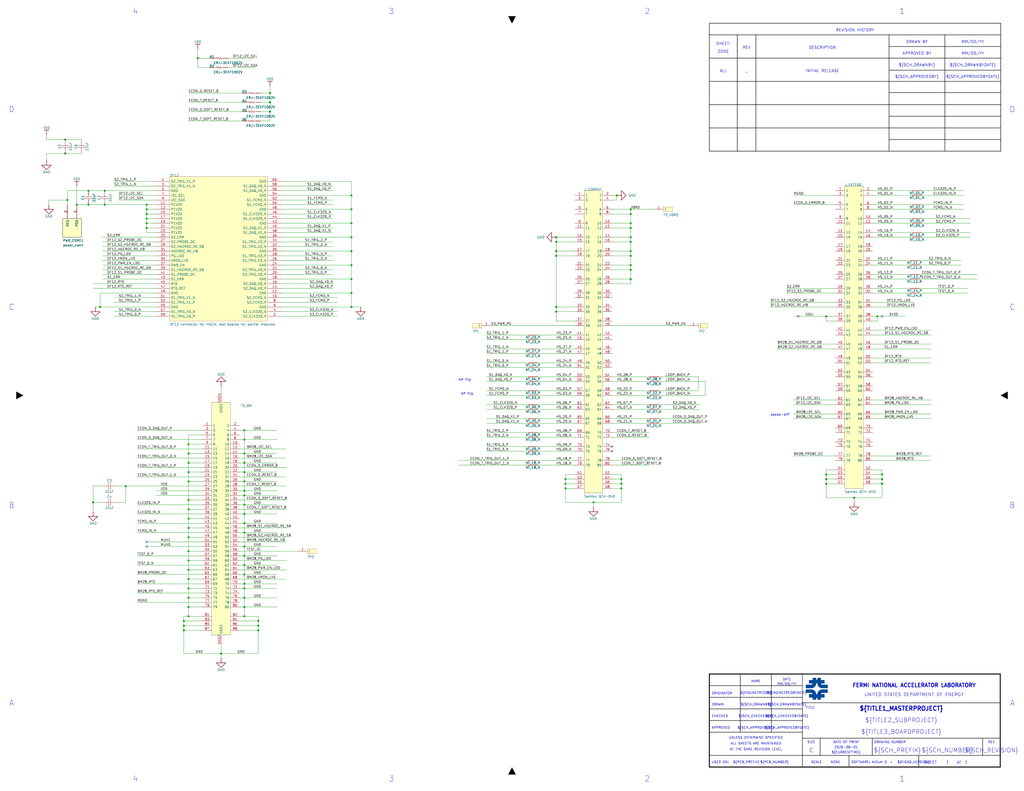
<source format=kicad_sch>
(kicad_sch (version 20250114) (generator "eeschema") (generator_version "9.0")
  (paper "User" 558.8 431.8)
  (title_block (title "HGC_pCM_test_brd") (date "20-Dec-24"))
  (rectangle (start 214.122 3.81) (end 209.042 8.89) (stroke (width 0.0254) (color 255 255 255 1)) (fill (type color) (color 255 255 255 1)))
  (rectangle (start 74.422 423.164) (end 69.342 428.244) (stroke (width 0.0254) (color 255 255 255 1)) (fill (type color) (color 255 255 255 1)))
  (rectangle (start 554.99 54.356) (end 549.91 59.436) (stroke (width 0.0254) (color 255 255 255 1)) (fill (type color) (color 255 255 255 1)))
  (rectangle (start 8.89 162.306) (end 3.81 167.386) (stroke (width 0.0254) (color 255 255 255 1)) (fill (type color) (color 255 255 255 1)))
  (polyline (pts (xy 279.4 12.7) (xy 277.368 8.89) (xy 281.432 8.89) (xy 279.4 12.7)) (stroke (width 0.0254) (type solid) (color 0 0 0 1)) (fill (type color) (color 0 0 0 1)))
  (polyline (pts (xy 546.1 215.9) (xy 549.91 213.868) (xy 549.91 217.932) (xy 546.1 215.9)) (stroke (width 0.0254) (type solid) (color 0 0 0 1)) (fill (type color) (color 0 0 0 1)))
  (rectangle (start 8.89 54.356) (end 3.81 59.436) (stroke (width 0.0254) (color 255 255 255 1)) (fill (type color) (color 255 255 255 1)))
  (rectangle (start 493.522 422.656) (end 488.442 427.736) (stroke (width 0.0254) (color 255 255 255 1)) (fill (type color) (color 255 255 255 1)))
  (rectangle (start 214.122 422.91) (end 209.042 427.99) (stroke (width 0.0254) (color 255 255 255 1)) (fill (type color) (color 255 255 255 1)))
  (rectangle (start 493.522 3.556) (end 488.442 8.636) (stroke (width 0.0254) (color 255 255 255 1)) (fill (type color) (color 255 255 255 1)))
  (rectangle (start 8.89 270.256) (end 3.81 275.336) (stroke (width 0.0254) (color 255 255 255 1)) (fill (type color) (color 255 255 255 1)))
  (rectangle (start 554.99 377.952) (end 549.91 383.032) (stroke (width 0.0254) (color 255 255 255 1)) (fill (type color) (color 255 255 255 1)))
  (rectangle (start 8.89 377.952) (end 3.81 383.032) (stroke (width 0.0254) (color 255 255 255 1)) (fill (type color) (color 255 255 255 1)))
  (rectangle (start 554.99 162.306) (end 549.91 167.386) (stroke (width 0.0254) (color 255 255 255 1)) (fill (type color) (color 255 255 255 1)))
  (polyline (pts (xy 8.89 217.932) (xy 8.89 213.868) (xy 12.7 215.9) (xy 8.89 217.932)) (stroke (width 0.0254) (type solid) (color 0 0 0 1)) (fill (type color) (color 0 0 0 1)))
  (rectangle (start 554.99 270.256) (end 549.91 275.336) (stroke (width 0.0254) (color 255 255 255 1)) (fill (type color) (color 255 255 255 1)))
  (rectangle (start 353.822 4.064) (end 348.742 9.144) (stroke (width 0.0254) (color 255 255 255 1)) (fill (type color) (color 255 255 255 1)))
  (rectangle (start 353.822 423.164) (end 348.742 428.244) (stroke (width 0.0254) (color 255 255 255 1)) (fill (type color) (color 255 255 255 1)))
  (polyline (pts (xy 279.4 419.1) (xy 277.368 422.91) (xy 281.432 422.91) (xy 279.4 419.1)) (stroke (width 0.0254) (type solid) (color 0 0 0 1)) (fill (type color) (color 0 0 0 1)))
  (rectangle (start 74.422 4.064) (end 69.342 9.144) (stroke (width 0.0254) (color 255 255 255 1)) (fill (type color) (color 255 255 255 1)))
  (text "NP flip" (at 251.46 215.9 0) (effects (font (size 1.27 1.27)) (justify left bottom)))
  (text "${TITLE2_SUBPROJECT}" (at 491.871 393.446 0) (effects (font (size 2.286 2.286))))
  (text "${SCH_CHECKEDBY}" (at 412.471 391.922 0) (effects (font (size 1.27 1.27)) (justify bottom)))
  (text "${SCH_DRAWNBYDATE}" (at 429.425 385.572 0) (effects (font (size 1.27 1.27)) (justify bottom)))
  (text "4" (at 73.914 6.35 0) (effects (font (size 3.048 3.048))))
  (text "${#}" (at 517.144 417.322 0) (effects (font (size 1.524 1.524)) (justify bottom)))
  (text "3" (at 213.614 6.35 0) (effects (font (size 3.048 3.048))))
  (text "MM/DD/YY" (at 530.86 30.226 0) (effects (font (size 1.524 1.524)) (justify bottom)))
  (text "${##}" (at 526.542 417.322 0) (effects (font (size 1.524 1.524)) (justify left bottom)))
  (text "ORIGINATOR" (at 388.366 379.476 0) (effects (font (size 1.27 1.27)) (justify left bottom)))
  (text "REV" (at 541.02 406.146 0) (effects (font (size 1.27 1.27)) (justify bottom)))
  (text "D" (at 6.35 59.944 0) (effects (font (size 3.048 3.048))))
  (text "C" (at 552.45 167.894 0) (effects (font (size 3.048 3.048))))
  (text "DRAWN" (at 388.366 385.572 0) (effects (font (size 1.27 1.27)) (justify left bottom)))
  (text "${SCH_APPROVEDBYDATE}" (at 530.86 42.926 0) (effects (font (size 1.524 1.524)) (justify bottom)))
  (text "DESCRIPTION" (at 448.818 27.051 0) (effects (font (size 1.524 1.524)) (justify bottom)))
  (text "${SCH_PREFIX}" (at 502.666 411.226 0) (effects (font (size 2.286 2.286)) (justify right bottom)))
  (text "SHEET:" (at 394.716 24.892 0) (effects (font (size 1.524 1.524)) (justify bottom)))
  (text "A" (at 6.35 384.048 0) (effects (font (size 3.048 3.048))))
  (text "${SCH_APPROVEDBY}" (at 412.471 398.272 0) (effects (font (size 1.27 1.27)) (justify bottom)))
  (text "" (at 365.76 91.44 0) (effects (font (size 1.27 1.27)) (justify left bottom)))
  (text "SCALE     NONE" (at 450.596 417.068 0) (effects (font (size 1.27 1.27)) (justify bottom)))
  (text "FERMI NATIONAL ACCELERATOR LABORATORY" (at 498.856 374.396 0) (effects (font (size 2.032 2.032) (thickness 0.4064) (bold yes))))
  (text "INITIAL RELEASE" (at 448.818 39.751 0) (effects (font (size 1.524 1.524)) (justify bottom)))
  (text "D" (at 552.45 59.944 0) (effects (font (size 3.048 3.048))))
  (text "DATE OF PRINT" (at 461.772 406.146 0) (effects (font (size 1.27 1.27)) (justify bottom)))
  (text "4" (at 73.914 425.45 0) (effects (font (size 3.048 3.048))))
  (text "ZONE" (at 394.716 29.21 0) (effects (font (size 1.524 1.524)) (justify bottom)))
  (text "${SCH_APPROVEDBYDATE}" (at 429.425 398.272 0) (effects (font (size 1.27 1.27)) (justify bottom)))
  (text "DRAWING NUMBER" (at 477.012 406.146 0) (effects (font (size 1.27 1.27)) (justify left bottom)))
  (text "${ENGINEEREDBY}" (at 412.471 379.222 0) (effects (font (size 1.27 1.27)) (justify bottom)))
  (text "${SCH_DRAWNBYDATE}" (at 530.86 36.576 0) (effects (font (size 1.524 1.524)) (justify bottom)))
  (text "${SCH_NUMBER}" (at 502.92 411.226 0) (effects (font (size 2.286 2.286)) (justify left bottom)))
  (text "${SCH_REVISION}" (at 541.02 411.226 0) (effects (font (size 2.286 2.286)) (justify bottom)))
  (text "SHEET" (at 504.19 417.322 0) (effects (font (size 1.524 1.524)) (justify left bottom)))
  (text "B" (at 6.35 276.098 0) (effects (font (size 3.048 3.048))))
  (text "1" (at 492.252 425.45 0) (effects (font (size 3.048 3.048))))
  (text "2" (at 353.314 425.45 0) (effects (font (size 3.048 3.048))))
  (text "A" (at 552.45 384.048 0) (effects (font (size 3.048 3.048))))
  (text "UNITED STATES DEPARTMENT OF ENERGY" (at 498.856 379.476 0) (effects (font (size 1.778 1.778))))
  (text "C" (at 6.35 167.894 0) (effects (font (size 3.048 3.048))))
  (text "ALL" (at 394.716 39.751 0) (effects (font (size 1.524 1.524)) (justify bottom)))
  (text "USED ON:" (at 388.366 417.068 0) (effects (font (size 1.27 1.27)) (justify left bottom)))
  (text "${SCH_DRAWNBY}" (at 500.38 36.576 0) (effects (font (size 1.524 1.524)) (justify bottom)))
  (text "psedo-diff" (at 420.37 227.33 0) (effects (font (size 1.27 1.27)) (justify left bottom)))
  (text "of" (at 523.24 417.322 0) (effects (font (size 1.524 1.524)) (justify bottom)))
  (text "${SCH_DRAWNBY}" (at 412.471 385.572 0) (effects (font (size 1.27 1.27)) (justify bottom)))
  (text "${CURRENT_DATE}" (at 461.772 408.94 0) (effects (font (size 1.27 1.27)) (justify bottom)))
  (text "${SCH_CHECKEDBYDATE}" (at 429.425 391.922 0) (effects (font (size 1.27 1.27)) (justify bottom)))
  (text "1" (at 492.252 6.35 0) (effects (font (size 3.048 3.048))))
  (text "APPROVED" (at 388.366 398.272 0) (effects (font (size 1.27 1.27)) (justify left bottom)))
  (text "3" (at 213.614 425.45 0) (effects (font (size 3.048 3.048))))
  (text "DRAWN BY" (at 500.38 23.876 0) (effects (font (size 1.524 1.524)) (justify bottom)))
  (text "TITLE" (at 439.674 387.35 0) (effects (font (size 1.27 1.27)) (justify left bottom)))
  (text "2" (at 353.314 6.35 0) (effects (font (size 3.048 3.048))))
  (text "${KICAD_VERSION}" (at 489.712 417.068 0) (effects (font (size 1.27 1.27)) (justify left bottom)))
  (text "${PCB_PREFIX}" (at 414.528 417.068 0) (effects (font (size 1.27 1.27)) (justify right bottom)))
  (text "${SCH_APPROVEDBY}" (at 500.38 42.926 0) (effects (font (size 1.524 1.524)) (justify bottom)))
  (text "NAME" (at 412.471 372.872 0) (effects (font (size 1.27 1.27)) (justify bottom)))
  (text "${TITLE1_MASTERPROJECT}" (at 491.871 387.096 0) (effects (font (size 2.286 2.286) (thickness 0.4572) (bold yes))))
  (text "ALL SHEETS ARE MAINTAINED" (at 412.496 406.146 0) (effects (font (size 1.27 1.27))))
  (text "CHECKED" (at 388.366 391.922 0) (effects (font (size 1.27 1.27)) (justify left bottom)))
  (text "REV" (at 407.416 27.051 0) (effects (font (size 1.524 1.524)) (justify bottom)))
  (text "SOFTWARE: Altium D  v" (at 464.566 417.068 0) (effects (font (size 1.27 1.27)) (justify left bottom)))
  (text "NP flip" (at 250.19 208.28 0) (effects (font (size 1.27 1.27)) (justify left bottom)))
  (text "${PCB_NUMBER}" (at 414.782 417.068 0) (effects (font (size 1.27 1.27)) (justify left bottom)))
  (text "${TITLE3_BOARDPROJECT}" (at 491.871 399.796 0) (effects (font (size 2.286 2.286))))
  (text "UNLESS OTHERWISE SPECIFIED" (at 412.496 402.971 0) (effects (font (size 1.27 1.27))))
  (text "APPROVED BY" (at 500.38 30.226 0) (effects (font (size 1.524 1.524)) (justify bottom)))
  (text "MM/DD/YY" (at 530.86 23.876 0) (effects (font (size 1.524 1.524)) (justify bottom)))
  (text "B" (at 552.45 276.098 0) (effects (font (size 3.048 3.048))))
  (text "REVISION HISTORY" (at 466.598 17.526 0) (effects (font (size 1.524 1.524)) (justify bottom)))
  (text "MM/DD/YY" (at 429.425 374.396 0) (effects (font (size 1.27 1.27)) (justify bottom)))
  (text "DATE" (at 429.425 371.856 0) (effects (font (size 1.27 1.27)) (justify bottom)))
  (text "_" (at 407.416 39.751 0) (effects (font (size 1.524 1.524)) (justify bottom)))
  (text "C" (at 442.722 411.226 0) (effects (font (size 2.286 2.286)) (justify bottom)))
  (text "${ENGINEEREDBYDATE}" (at 429.425 379.222 0) (effects (font (size 1.27 1.27)) (justify bottom)))
  (text "AT THE SAME REVISION LEVEL" (at 412.496 409.321 0) (effects (font (size 1.27 1.27))))
  (text "${CURRENTTIME}" (at 461.772 411.734 0) (effects (font (size 1.27 1.27)) (justify bottom)))
  (text "SIZE" (at 442.722 406.146 0) (effects (font (size 1.27 1.27)) (justify bottom)))
  (junction (at 80.01 116.84))
  (junction (at 481.33 259.08))
  (junction (at 68.58 265.43))
  (junction (at 303.53 129.54))
  (junction (at 133.35 285.75))
  (junction (at 133.35 326.39))
  (junction (at 102.87 283.21))
  (junction (at 133.35 262.89))
  (junction (at 133.35 308.61))
  (junction (at 80.01 111.76))
  (junction (at 140.97 341.63))
  (junction (at 191.77 152.4))
  (junction (at 140.97 344.17))
  (junction (at 133.35 234.95))
  (junction (at 450.85 261.62))
  (junction (at 35.56 76.2))
  (junction (at 481.33 261.62))
  (junction (at 133.35 331.47))
  (junction (at 102.87 278.13))
  (junction (at 344.17 132.08))
  (junction (at 344.17 129.54))
  (junction (at 102.87 262.89))
  (junction (at 303.53 132.08))
  (junction (at 133.35 270.51))
  (junction (at 308.61 264.16))
  (junction (at 57.15 104.14))
  (junction (at 140.97 339.09))
  (junction (at 450.85 259.08))
  (junction (at 450.85 264.16))
  (junction (at 323.85 274.32))
  (junction (at 57.15 111.76))
  (junction (at 191.77 129.54))
  (junction (at 36.83 109.22))
  (junction (at 100.33 341.63))
  (junction (at 102.87 293.37))
  (junction (at 102.87 288.29))
  (junction (at 308.61 261.62))
  (junction (at 303.53 170.18))
  (junction (at 102.87 311.15))
  (junction (at 54.61 167.64))
  (junction (at 133.35 257.81))
  (junction (at 102.87 336.55))
  (junction (at 133.35 267.97))
  (junction (at 120.65 356.87))
  (junction (at 191.77 114.3))
  (junction (at 133.35 280.67))
  (junction (at 133.35 321.31))
  (junction (at 133.35 240.03))
  (junction (at 303.53 167.64))
  (junction (at 191.77 144.78))
  (junction (at 133.35 298.45))
  (junction (at 339.09 264.16))
  (junction (at 107.95 31.75))
  (junction (at 102.87 321.31))
  (junction (at 147.32 60.96))
  (junction (at 191.77 121.92))
  (junction (at 339.09 266.7))
  (junction (at 481.33 264.16))
  (junction (at 344.17 144.78))
  (junction (at 344.17 114.3))
  (junction (at 102.87 326.39))
  (junction (at 147.32 55.88))
  (junction (at 303.53 139.7))
  (junction (at 450.85 172.72))
  (junction (at 344.17 137.16))
  (junction (at 80.01 124.46))
  (junction (at 80.01 114.3))
  (junction (at 80.01 119.38))
  (junction (at 102.87 247.65))
  (junction (at 102.87 257.81))
  (junction (at 48.26 104.14))
  (junction (at 344.17 121.92))
  (junction (at 102.87 273.05))
  (junction (at 80.01 121.92))
  (junction (at 344.17 116.84))
  (junction (at 191.77 137.16))
  (junction (at 48.26 111.76))
  (junction (at 102.87 300.99))
  (junction (at 41.91 111.76))
  (junction (at 344.17 139.7))
  (junction (at 133.35 318.77))
  (junction (at 35.56 83.82))
  (junction (at 344.17 152.4))
  (junction (at 466.09 271.78))
  (junction (at 191.77 167.64))
  (junction (at 133.35 247.65))
  (junction (at 303.53 137.16))
  (junction (at 133.35 336.55))
  (junction (at 336.55 106.68))
  (junction (at 478.79 172.72))
  (junction (at 133.35 313.69))
  (junction (at 102.87 316.23))
  (junction (at 191.77 160.02))
  (junction (at 102.87 252.73))
  (junction (at 102.87 242.57))
  (junction (at 102.87 331.47))
  (junction (at 344.17 147.32))
  (junction (at 100.33 344.17))
  (junction (at 133.35 303.53))
  (junction (at 308.61 266.7))
  (junction (at 191.77 106.68))
  (junction (at 102.87 306.07))
  (junction (at 344.17 124.46))
  (junction (at 133.35 290.83))
  (junction (at 147.32 50.8))
  (junction (at 133.35 252.73))
  (junction (at 339.09 261.62))
  (junction (at 100.33 339.09))
  (junction (at 50.8 274.32))
  (junction (at 133.35 275.59))
  (no_connect (at 80.01 298.45))
  (no_connect (at 334.01 246.38))
  (no_connect (at 334.01 243.84))
  (no_connect (at 481.33 172.72))
  (no_connect (at 435.61 172.72))
  (no_connect (at 80.01 295.91))
  (wire (pts (xy 133.35 285.75) (xy 133.35 290.83)))
  (wire (pts (xy 102.87 306.07) (xy 102.87 311.15)))
  (wire (pts (xy 450.85 256.54) (xy 450.85 259.08)))
  (wire (pts (xy 356.87 114.3) (xy 344.17 114.3)))
  (wire (pts (xy 344.17 137.16) (xy 344.17 132.08)))
  (wire (pts (xy 110.49 280.67) (xy 74.93 280.67)))
  (wire (pts (xy 344.17 121.92) (xy 344.17 116.84)))
  (wire (pts (xy 476.25 149.86) (xy 496.57 149.86)))
  (wire (pts (xy 293.37 185.42) (xy 313.69 185.42)))
  (wire (pts (xy 466.09 271.78) (xy 481.33 271.78)))
  (wire (pts (xy 85.09 160.02) (xy 54.61 160.02)))
  (wire (pts (xy 288.29 254) (xy 250.19 254)))
  (wire (pts (xy 191.77 167.64) (xy 196.85 167.64)))
  (wire (pts (xy 133.35 303.53) (xy 133.35 308.61)))
  (wire (pts (xy 303.53 170.18) (xy 303.53 175.26)))
  (wire (pts (xy 450.85 261.62) (xy 450.85 264.16)))
  (wire (pts (xy 293.37 228.6) (xy 313.69 228.6)))
  (wire (pts (xy 153.67 127) (xy 181.61 127)))
  (wire (pts (xy 151.13 257.81) (xy 133.35 257.81)))
  (wire (pts (xy 359.41 215.9) (xy 384.81 215.9)))
  (wire (pts (xy 107.95 36.83) (xy 107.95 31.75)))
  (polyline (pts (xy 536.194 403.098) (xy 536.194 412.496)) (stroke (width 0.254) (type solid) (color 0 0 0 1)))
  (wire (pts (xy 153.67 154.94) (xy 181.61 154.94)))
  (wire (pts (xy 334.01 215.9) (xy 354.33 215.9)))
  (wire (pts (xy 151.13 313.69) (xy 133.35 313.69)))
  (wire (pts (xy 191.77 137.16) (xy 191.77 129.54)))
  (wire (pts (xy 476.25 152.4) (xy 496.57 152.4)))
  (wire (pts (xy 142.24 55.88) (xy 147.32 55.88)))
  (wire (pts (xy 50.8 274.32) (xy 55.88 274.32)))
  (wire (pts (xy 102.87 331.47) (xy 102.87 326.39)))
  (wire (pts (xy 110.49 336.55) (xy 102.87 336.55)))
  (wire (pts (xy 151.13 321.31) (xy 133.35 321.31)))
  (wire (pts (xy 334.01 208.28) (xy 354.33 208.28)))
  (wire (pts (xy 110.49 260.35) (xy 74.93 260.35)))
  (wire (pts (xy 153.67 121.92) (xy 191.77 121.92)))
  (wire (pts (xy 153.67 139.7) (xy 181.61 139.7)))
  (wire (pts (xy 133.35 262.89) (xy 130.81 262.89)))
  (wire (pts (xy 110.49 267.97) (xy 85.09 267.97)))
  (wire (pts (xy 36.83 104.14) (xy 36.83 109.22)))
  (polyline (pts (xy 387.096 368.046) (xy 545.846 368.046)) (stroke (width 0.508) (type solid) (color 0 0 0 1)))
  (wire (pts (xy 151.13 247.65) (xy 133.35 247.65)))
  (wire (pts (xy 25.4 87.63) (xy 25.4 83.82)))
  (wire (pts (xy 334.01 213.36) (xy 354.33 213.36)))
  (wire (pts (xy 102.87 311.15) (xy 102.87 316.23)))
  (wire (pts (xy 85.09 101.6) (xy 62.23 101.6)))
  (wire (pts (xy 133.35 257.81) (xy 130.81 257.81)))
  (wire (pts (xy 313.69 132.08) (xy 303.53 132.08)))
  (wire (pts (xy 85.09 111.76) (xy 80.01 111.76)))
  (wire (pts (xy 525.78 114.3) (xy 502.92 114.3)))
  (wire (pts (xy 153.67 106.68) (xy 191.77 106.68)))
  (polyline (pts (xy 387.096 374.396) (xy 437.896 374.396)) (stroke (width 0.254) (type solid) (color 0 0 0 1)))
  (wire (pts (xy 133.35 331.47) (xy 130.81 331.47)))
  (wire (pts (xy 191.77 129.54) (xy 191.77 121.92)))
  (wire (pts (xy 120.65 356.87) (xy 120.65 359.41)))
  (wire (pts (xy 382.27 231.14) (xy 359.41 231.14)))
  (wire (pts (xy 382.27 223.52) (xy 359.41 223.52)))
  (wire (pts (xy 102.87 55.88) (xy 132.08 55.88)))
  (wire (pts (xy 130.81 267.97) (xy 133.35 267.97)))
  (wire (pts (xy 140.97 356.87) (xy 140.97 344.17)))
  (wire (pts (xy 102.87 288.29) (xy 102.87 293.37)))
  (wire (pts (xy 334.01 154.94) (xy 344.17 154.94)))
  (polyline (pts (xy 475.996 403.098) (xy 475.996 412.496)) (stroke (width 0.254) (type solid) (color 0 0 0 1)))
  (polyline (pts (xy 437.896 403.098) (xy 545.846 403.098)) (stroke (width 0.254) (type solid) (color 0 0 0 1)))
  (wire (pts (xy 110.49 275.59) (xy 74.93 275.59)))
  (wire (pts (xy 153.67 134.62) (xy 181.61 134.62)))
  (wire (pts (xy 455.93 264.16) (xy 450.85 264.16)))
  (wire (pts (xy 41.91 111.76) (xy 41.91 101.6)))
  (wire (pts (xy 265.43 220.98) (xy 288.29 220.98)))
  (wire (pts (xy 63.5 274.32) (xy 68.58 274.32)))
  (wire (pts (xy 102.87 242.57) (xy 102.87 247.65)))
  (wire (pts (xy 110.49 240.03) (xy 74.93 240.03)))
  (wire (pts (xy 110.49 293.37) (xy 102.87 293.37)))
  (wire (pts (xy 36.83 111.76) (xy 36.83 109.22)))
  (wire (pts (xy 151.13 275.59) (xy 133.35 275.59)))
  (wire (pts (xy 85.09 157.48) (xy 50.8 157.48)))
  (wire (pts (xy 288.29 238.76) (xy 265.43 238.76)))
  (wire (pts (xy 151.13 285.75) (xy 133.35 285.75)))
  (wire (pts (xy 466.09 271.78) (xy 466.09 274.32)))
  (wire (pts (xy 476.25 190.5) (xy 508 190.5)))
  (wire (pts (xy 107.95 31.75) (xy 107.95 26.67)))
  (wire (pts (xy 85.09 132.08) (xy 55.88 132.08)))
  (wire (pts (xy 323.85 274.32) (xy 323.85 276.86)))
  (polyline (pts (xy 387.096 368.046) (xy 387.096 418.846)) (stroke (width 0.508) (type solid) (color 0 0 0 1)))
  (wire (pts (xy 293.37 243.84) (xy 313.69 243.84)))
  (wire (pts (xy 476.25 198.12) (xy 508 198.12)))
  (wire (pts (xy 25.4 83.82) (xy 35.56 83.82)))
  (wire (pts (xy 85.09 114.3) (xy 80.01 114.3)))
  (polyline (pts (xy 387.096 57.15) (xy 546.1 57.15)) (stroke (width 0.254) (type solid) (color 0 0 0 1)))
  (wire (pts (xy 476.25 218.44) (xy 508 218.44)))
  (wire (pts (xy 85.09 134.62) (xy 55.88 134.62)))
  (wire (pts (xy 133.35 321.31) (xy 130.81 321.31)))
  (wire (pts (xy 102.87 60.96) (xy 132.08 60.96)))
  (wire (pts (xy 25.4 73.66) (xy 25.4 76.2)))
  (polyline (pts (xy 420.954 368.046) (xy 420.954 399.796)) (stroke (width 0.254) (type solid) (color 0 0 0 1)))
  (polyline (pts (xy 412.496 82.55) (xy 412.496 19.05)) (stroke (width 0.254) (type solid) (color 0 0 0 1)))
  (wire (pts (xy 140.97 339.09) (xy 140.97 336.55)))
  (wire (pts (xy 151.13 252.73) (xy 133.35 252.73)))
  (wire (pts (xy 153.67 116.84) (xy 181.61 116.84)))
  (wire (pts (xy 110.49 288.29) (xy 102.87 288.29)))
  (wire (pts (xy 100.33 344.17) (xy 100.33 356.87)))
  (wire (pts (xy 533.4 149.86) (xy 501.65 149.86)))
  (wire (pts (xy 102.87 321.31) (xy 102.87 326.39)))
  (polyline (pts (xy 447.548 403.098) (xy 447.548 412.496)) (stroke (width 0.254) (type solid) (color 0 0 0 1)))
  (wire (pts (xy 528.32 160.02) (xy 501.65 160.02)))
  (wire (pts (xy 85.09 142.24) (xy 55.88 142.24)))
  (wire (pts (xy 110.49 245.11) (xy 74.93 245.11)))
  (wire (pts (xy 191.77 152.4) (xy 191.77 144.78)))
  (wire (pts (xy 524.51 142.24) (xy 501.65 142.24)))
  (wire (pts (xy 265.43 213.36) (xy 288.29 213.36)))
  (wire (pts (xy 303.53 129.54) (xy 313.69 129.54)))
  (wire (pts (xy 455.93 228.6) (xy 433.07 228.6)))
  (wire (pts (xy 153.67 165.1) (xy 184.15 165.1)))
  (wire (pts (xy 80.01 111.76) (xy 57.15 111.76)))
  (wire (pts (xy 151.13 308.61) (xy 133.35 308.61)))
  (wire (pts (xy 525.78 111.76) (xy 502.92 111.76)))
  (wire (pts (xy 293.37 251.46) (xy 313.69 251.46)))
  (wire (pts (xy 133.35 275.59) (xy 130.81 275.59)))
  (polyline (pts (xy 387.096 82.55) (xy 387.096 12.954)) (stroke (width 0.254) (type solid) (color 0 0 0 1)))
  (wire (pts (xy 102.87 283.21) (xy 102.87 288.29)))
  (wire (pts (xy 133.35 290.83) (xy 130.81 290.83)))
  (wire (pts (xy 130.81 245.11) (xy 156.21 245.11)))
  (polyline (pts (xy 463.296 412.496) (xy 463.296 418.846)) (stroke (width 0.254) (type solid) (color 0 0 0 1)))
  (wire (pts (xy 80.01 127) (xy 80.01 124.46)))
  (wire (pts (xy 130.81 260.35) (xy 156.21 260.35)))
  (wire (pts (xy 455.93 157.48) (xy 429.26 157.48)))
  (polyline (pts (xy 387.096 380.746) (xy 437.896 380.746)) (stroke (width 0.254) (type solid) (color 0 0 0 1)))
  (wire (pts (xy 153.67 109.22) (xy 181.61 109.22)))
  (wire (pts (xy 153.67 157.48) (xy 181.61 157.48)))
  (wire (pts (xy 476.25 180.34) (xy 508 180.34)))
  (wire (pts (xy 381 205.74) (xy 381 213.36)))
  (wire (pts (xy 529.59 127) (xy 502.92 127)))
  (wire (pts (xy 293.37 220.98) (xy 313.69 220.98)))
  (wire (pts (xy 133.35 308.61) (xy 130.81 308.61)))
  (wire (pts (xy 85.09 119.38) (xy 80.01 119.38)))
  (polyline (pts (xy 485.14 76.2) (xy 546.1 76.2)) (stroke (width 0.254) (type solid) (color 0 0 0 1)))
  (wire (pts (xy 133.35 252.73) (xy 133.35 257.81)))
  (wire (pts (xy 359.41 205.74) (xy 381 205.74)))
  (wire (pts (xy 110.49 308.61) (xy 74.93 308.61)))
  (wire (pts (xy 450.85 259.08) (xy 450.85 261.62)))
  (wire (pts (xy 147.32 66.04) (xy 147.32 60.96)))
  (wire (pts (xy 133.35 285.75) (xy 130.81 285.75)))
  (wire (pts (xy 529.59 121.92) (xy 502.92 121.92)))
  (wire (pts (xy 455.93 167.64) (xy 420.37 167.64)))
  (wire (pts (xy 142.24 66.04) (xy 147.32 66.04)))
  (wire (pts (xy 293.37 231.14) (xy 313.69 231.14)))
  (wire (pts (xy 293.37 246.38) (xy 313.69 246.38)))
  (wire (pts (xy 476.25 160.02) (xy 496.57 160.02)))
  (wire (pts (xy 133.35 318.77) (xy 133.35 321.31)))
  (wire (pts (xy 133.35 280.67) (xy 133.35 285.75)))
  (polyline (pts (xy 387.096 31.75) (xy 546.1 31.75)) (stroke (width 0.254) (type solid) (color 0 0 0 1)))
  (wire (pts (xy 382.27 220.98) (xy 359.41 220.98)))
  (wire (pts (xy 293.37 190.5) (xy 313.69 190.5)))
  (wire (pts (xy 533.4 152.4) (xy 501.65 152.4)))
  (wire (pts (xy 313.69 259.08) (xy 308.61 259.08)))
  (wire (pts (xy 130.81 306.07) (xy 156.21 306.07)))
  (polyline (pts (xy 387.096 19.05) (xy 546.1 19.05)) (stroke (width 0.254) (type solid) (color 0 0 0 1)))
  (wire (pts (xy 476.25 165.1) (xy 499.11 165.1)))
  (wire (pts (xy 85.09 99.06) (xy 62.23 99.06)))
  (wire (pts (xy 102.87 66.04) (xy 132.08 66.04)))
  (wire (pts (xy 339.09 261.62) (xy 334.01 261.62)))
  (wire (pts (xy 344.17 124.46) (xy 344.17 121.92)))
  (wire (pts (xy 102.87 237.49) (xy 102.87 242.57)))
  (wire (pts (xy 110.49 252.73) (xy 102.87 252.73)))
  (wire (pts (xy 133.35 326.39) (xy 130.81 326.39)))
  (wire (pts (xy 476.25 119.38) (xy 497.84 119.38)))
  (wire (pts (xy 476.25 142.24) (xy 496.57 142.24)))
  (wire (pts (xy 153.67 132.08) (xy 181.61 132.08)))
  (wire (pts (xy 57.15 104.14) (xy 48.26 104.14)))
  (wire (pts (xy 293.37 208.28) (xy 313.69 208.28)))
  (wire (pts (xy 133.35 247.65) (xy 133.35 252.73)))
  (wire (pts (xy 156.21 293.37) (xy 130.81 293.37)))
  (wire (pts (xy 476.25 127) (xy 497.84 127)))
  (wire (pts (xy 288.29 198.12) (xy 265.43 198.12)))
  (wire (pts (xy 110.49 242.57) (xy 102.87 242.57)))
  (wire (pts (xy 476.25 129.54) (xy 497.84 129.54)))
  (wire (pts (xy 102.87 278.13) (xy 102.87 283.21)))
  (wire (pts (xy 110.49 331.47) (xy 102.87 331.47)))
  (wire (pts (xy 153.67 162.56) (xy 184.15 162.56)))
  (wire (pts (xy 130.81 273.05) (xy 156.21 273.05)))
  (wire (pts (xy 151.13 280.67) (xy 133.35 280.67)))
  (wire (pts (xy 476.25 144.78) (xy 496.57 144.78)))
  (wire (pts (xy 293.37 254) (xy 313.69 254)))
  (wire (pts (xy 110.49 326.39) (xy 102.87 326.39)))
  (wire (pts (xy 308.61 259.08) (xy 308.61 261.62)))
  (polyline (pts (xy 485.14 63.5) (xy 546.1 63.5)) (stroke (width 0.254) (type solid) (color 0 0 0 1)))
  (wire (pts (xy 133.35 267.97) (xy 133.35 270.51)))
  (wire (pts (xy 476.25 228.6) (xy 508 228.6)))
  (wire (pts (xy 478.79 172.72) (xy 476.25 172.72)))
  (wire (pts (xy 52.07 167.64) (xy 54.61 167.64)))
  (wire (pts (xy 102.87 50.8) (xy 132.08 50.8)))
  (wire (pts (xy 455.93 160.02) (xy 429.26 160.02)))
  (wire (pts (xy 130.81 255.27) (xy 156.21 255.27)))
  (wire (pts (xy 481.33 259.08) (xy 476.25 259.08)))
  (wire (pts (xy 293.37 236.22) (xy 313.69 236.22)))
  (wire (pts (xy 381 213.36) (xy 359.41 213.36)))
  (wire (pts (xy 114.3 31.75) (xy 107.95 31.75)))
  (wire (pts (xy 151.13 331.47) (xy 133.35 331.47)))
  (wire (pts (xy 334.01 231.14) (xy 354.33 231.14)))
  (wire (pts (xy 110.49 257.81) (xy 102.87 257.81)))
  (wire (pts (xy 151.13 262.89) (xy 133.35 262.89)))
  (wire (pts (xy 153.67 111.76) (xy 181.61 111.76)))
  (polyline (pts (xy 485.14 50.546) (xy 546.1 50.546)) (stroke (width 0.254) (type solid) (color 0 0 0 1)))
  (wire (pts (xy 110.49 300.99) (xy 102.87 300.99)))
  (wire (pts (xy 334.01 129.54) (xy 344.17 129.54)))
  (wire (pts (xy 85.09 165.1) (xy 62.23 165.1)))
  (wire (pts (xy 102.87 247.65) (xy 102.87 252.73)))
  (wire (pts (xy 130.81 278.13) (xy 156.21 278.13)))
  (wire (pts (xy 133.35 234.95) (xy 130.81 234.95)))
  (wire (pts (xy 476.25 220.98) (xy 508 220.98)))
  (wire (pts (xy 303.53 137.16) (xy 313.69 137.16)))
  (wire (pts (xy 476.25 167.64) (xy 499.11 167.64)))
  (wire (pts (xy 85.09 106.68) (xy 64.77 106.68)))
  (wire (pts (xy 293.37 213.36) (xy 313.69 213.36)))
  (wire (pts (xy 450.85 175.26) (xy 450.85 172.72)))
  (wire (pts (xy 153.67 124.46) (xy 181.61 124.46)))
  (wire (pts (xy 334.01 251.46) (xy 354.33 251.46)))
  (wire (pts (xy 339.09 261.62) (xy 339.09 259.08)))
  (wire (pts (xy 151.13 318.77) (xy 133.35 318.77)))
  (wire (pts (xy 133.35 298.45) (xy 130.81 298.45)))
  (wire (pts (xy 529.59 119.38) (xy 502.92 119.38)))
  (wire (pts (xy 323.85 274.32) (xy 339.09 274.32)))
  (wire (pts (xy 110.49 311.15) (xy 102.87 311.15)))
  (wire (pts (xy 293.37 215.9) (xy 313.69 215.9)))
  (wire (pts (xy 433.07 111.76) (xy 455.93 111.76)))
  (wire (pts (xy 334.01 238.76) (xy 354.33 238.76)))
  (wire (pts (xy 130.81 295.91) (xy 156.21 295.91)))
  (wire (pts (xy 313.69 264.16) (xy 308.61 264.16)))
  (wire (pts (xy 110.49 285.75) (xy 74.93 285.75)))
  (wire (pts (xy 528.32 157.48) (xy 501.65 157.48)))
  (wire (pts (xy 476.25 251.46) (xy 508 251.46)))
  (wire (pts (xy 153.67 144.78) (xy 191.77 144.78)))
  (wire (pts (xy 110.49 295.91) (xy 80.01 295.91)))
  (wire (pts (xy 153.67 129.54) (xy 191.77 129.54)))
  (wire (pts (xy 339.09 266.7) (xy 334.01 266.7)))
  (wire (pts (xy 455.93 226.06) (xy 433.07 226.06)))
  (wire (pts (xy 334.01 147.32) (xy 344.17 147.32)))
  (wire (pts (xy 133.35 240.03) (xy 133.35 247.65)))
  (wire (pts (xy 110.49 255.27) (xy 74.93 255.27)))
  (wire (pts (xy 433.07 106.68) (xy 455.93 106.68)))
  (wire (pts (xy 303.53 175.26) (xy 313.69 175.26)))
  (wire (pts (xy 133.35 240.03) (xy 130.81 240.03)))
  (wire (pts (xy 110.49 283.21) (xy 102.87 283.21)))
  (polyline (pts (xy 403.987 368.046) (xy 403.987 399.796)) (stroke (width 0.254) (type solid) (color 0 0 0 1)))
  (wire (pts (xy 344.17 152.4) (xy 344.17 147.32)))
  (polyline (pts (xy 485.14 38.354) (xy 546.1 38.354)) (stroke (width 0.254) (type solid) (color 0 0 0 1)))
  (wire (pts (xy 68.58 274.32) (xy 68.58 265.43)))
  (polyline (pts (xy 515.62 82.55) (xy 515.62 19.05)) (stroke (width 0.254) (type solid) (color 0 0 0 1)))
  (wire (pts (xy 334.01 144.78) (xy 344.17 144.78)))
  (wire (pts (xy 110.49 316.23) (xy 102.87 316.23)))
  (polyline (pts (xy 501.396 412.496) (xy 501.396 418.846)) (stroke (width 0.254) (type solid) (color 0 0 0 1)))
  (wire (pts (xy 476.25 157.48) (xy 496.57 157.48)))
  (wire (pts (xy 142.24 60.96) (xy 147.32 60.96)))
  (wire (pts (xy 476.25 114.3) (xy 497.84 114.3)))
  (wire (pts (xy 424.18 187.96) (xy 455.93 187.96)))
  (wire (pts (xy 85.09 172.72) (xy 62.23 172.72)))
  (wire (pts (xy 334.01 116.84) (xy 344.17 116.84)))
  (wire (pts (xy 133.35 336.55) (xy 130.81 336.55)))
  (polyline (pts (xy 387.096 69.85) (xy 546.1 69.85)) (stroke (width 0.254) (type solid) (color 0 0 0 1)))
  (wire (pts (xy 80.01 124.46) (xy 80.01 121.92)))
  (wire (pts (xy 293.37 223.52) (xy 313.69 223.52)))
  (wire (pts (xy 153.67 104.14) (xy 181.61 104.14)))
  (wire (pts (xy 334.01 220.98) (xy 354.33 220.98)))
  (wire (pts (xy 308.61 261.62) (xy 308.61 264.16)))
  (wire (pts (xy 57.15 111.76) (xy 48.26 111.76)))
  (wire (pts (xy 344.17 147.32) (xy 344.17 144.78)))
  (wire (pts (xy 35.56 83.82) (xy 44.45 83.82)))
  (wire (pts (xy 344.17 116.84) (xy 344.17 114.3)))
  (wire (pts (xy 120.65 214.63) (xy 120.65 210.82)))
  (wire (pts (xy 130.81 288.29) (xy 156.21 288.29)))
  (wire (pts (xy 288.29 228.6) (xy 265.43 228.6)))
  (wire (pts (xy 476.25 175.26) (xy 478.79 175.26)))
  (wire (pts (xy 334.01 109.22) (xy 336.55 109.22)))
  (wire (pts (xy 303.53 167.64) (xy 313.69 167.64)))
  (wire (pts (xy 293.37 200.66) (xy 313.69 200.66)))
  (wire (pts (xy 133.35 234.95) (xy 133.35 240.03)))
  (wire (pts (xy 450.85 264.16) (xy 450.85 271.78)))
  (wire (pts (xy 481.33 261.62) (xy 476.25 261.62)))
  (wire (pts (xy 481.33 261.62) (xy 481.33 259.08)))
  (wire (pts (xy 133.35 331.47) (xy 133.35 336.55)))
  (wire (pts (xy 102.87 331.47) (xy 102.87 336.55)))
  (wire (pts (xy 85.09 144.78) (xy 55.88 144.78)))
  (wire (pts (xy 476.25 106.68) (xy 497.84 106.68)))
  (wire (pts (xy 100.33 339.09) (xy 110.49 339.09)))
  (polyline (pts (xy 485.14 82.55) (xy 485.14 19.05)) (stroke (width 0.254) (type solid) (color 0 0 0 1)))
  (wire (pts (xy 481.33 264.16) (xy 481.33 261.62)))
  (wire (pts (xy 147.32 55.88) (xy 147.32 50.8)))
  (polyline (pts (xy 437.896 383.794) (xy 545.846 383.794)) (stroke (width 0.254) (type solid) (color 0 0 0 1)))
  (wire (pts (xy 85.09 124.46) (xy 80.01 124.46)))
  (polyline (pts (xy 485.14 25.4) (xy 546.1 25.4)) (stroke (width 0.254) (type solid) (color 0 0 0 1)))
  (wire (pts (xy 344.17 132.08) (xy 344.17 129.54)))
  (wire (pts (xy 100.33 336.55) (xy 100.33 339.09)))
  (wire (pts (xy 35.56 76.2) (xy 44.45 76.2)))
  (wire (pts (xy 334.01 139.7) (xy 344.17 139.7)))
  (wire (pts (xy 191.77 99.06) (xy 153.67 99.06)))
  (wire (pts (xy 265.43 215.9) (xy 288.29 215.9)))
  (wire (pts (xy 133.35 326.39) (xy 133.35 331.47)))
  (wire (pts (xy 147.32 50.8) (xy 147.32 46.99)))
  (wire (pts (xy 153.67 137.16) (xy 191.77 137.16)))
  (wire (pts (xy 455.93 220.98) (xy 433.07 220.98)))
  (wire (pts (xy 344.17 139.7) (xy 344.17 137.16)))
  (wire (pts (xy 476.25 111.76) (xy 497.84 111.76)))
  (wire (pts (xy 110.49 341.63) (xy 100.33 341.63)))
  (wire (pts (xy 334.01 137.16) (xy 344.17 137.16)))
  (wire (pts (xy 110.49 278.13) (xy 102.87 278.13)))
  (wire (pts (xy 80.01 114.3) (xy 80.01 111.76)))
  (wire (pts (xy 140.97 341.63) (xy 130.81 341.63)))
  (polyline (pts (xy 545.846 368.046) (xy 545.846 418.846)) (stroke (width 0.508) (type solid) (color 0 0 0 1)))
  (polyline (pts (xy 387.096 12.7) (xy 546.1 12.7)) (stroke (width 0.254) (type solid) (color 0 0 0 1)))
  (wire (pts (xy 120.65 356.87) (xy 120.65 351.79)))
  (wire (pts (xy 293.37 205.74) (xy 313.69 205.74)))
  (wire (pts (xy 133.35 267.97) (xy 133.35 262.89)))
  (wire (pts (xy 153.67 142.24) (xy 181.61 142.24)))
  (wire (pts (xy 344.17 154.94) (xy 344.17 152.4)))
  (wire (pts (xy 80.01 119.38) (xy 80.01 116.84)))
  (wire (pts (xy 151.13 303.53) (xy 133.35 303.53)))
  (wire (pts (xy 110.49 313.69) (xy 74.93 313.69)))
  (wire (pts (xy 334.01 121.92) (xy 344.17 121.92)))
  (wire (pts (xy 110.49 321.31) (xy 102.87 321.31)))
  (wire (pts (xy 110.49 328.93) (xy 74.93 328.93)))
  (wire (pts (xy 142.24 50.8) (xy 147.32 50.8)))
  (wire (pts (xy 288.29 208.28) (xy 265.43 208.28)))
  (wire (pts (xy 133.35 308.61) (xy 133.35 313.69)))
  (wire (pts (xy 130.81 316.23) (xy 156.21 316.23)))
  (wire (pts (xy 288.29 193.04) (xy 265.43 193.04)))
  (wire (pts (xy 110.49 323.85) (xy 74.93 323.85)))
  (wire (pts (xy 100.33 341.63) (xy 100.33 344.17)))
  (wire (pts (xy 481.33 271.78) (xy 481.33 264.16)))
  (wire (pts (xy 424.18 190.5) (xy 455.93 190.5)))
  (wire (pts (xy 191.77 167.64) (xy 191.77 160.02)))
  (wire (pts (xy 191.77 121.92) (xy 191.77 114.3)))
  (wire (pts (xy 529.59 129.54) (xy 502.92 129.54)))
  (polyline (pts (xy 546.1 82.55) (xy 546.1 12.7)) (stroke (width 0.254) (type solid) (color 0 0 0 1)))
  (wire (pts (xy 334.01 124.46) (xy 344.17 124.46)))
  (wire (pts (xy 476.25 187.96) (xy 508 187.96)))
  (wire (pts (xy 133.35 270.51) (xy 133.35 275.59)))
  (polyline (pts (xy 387.096 412.496) (xy 545.846 412.496)) (stroke (width 0.254) (type solid) (color 0 0 0 1)))
  (wire (pts (xy 293.37 198.12) (xy 313.69 198.12)))
  (wire (pts (xy 102.87 316.23) (xy 102.87 321.31)))
  (wire (pts (xy 110.49 270.51) (xy 85.09 270.51)))
  (wire (pts (xy 433.07 172.72) (xy 450.85 172.72)))
  (wire (pts (xy 130.81 265.43) (xy 156.21 265.43)))
  (wire (pts (xy 151.13 298.45) (xy 133.35 298.45)))
  (wire (pts (xy 102.87 336.55) (xy 100.33 336.55)))
  (wire (pts (xy 153.67 160.02) (xy 191.77 160.02)))
  (wire (pts (xy 384.81 215.9) (xy 384.81 208.28)))
  (wire (pts (xy 313.69 261.62) (xy 308.61 261.62)))
  (wire (pts (xy 102.87 262.89) (xy 102.87 273.05)))
  (wire (pts (xy 344.17 129.54) (xy 344.17 124.46)))
  (wire (pts (xy 481.33 256.54) (xy 476.25 256.54)))
  (wire (pts (xy 303.53 139.7) (xy 303.53 167.64)))
  (wire (pts (xy 85.09 149.86) (xy 55.88 149.86)))
  (wire (pts (xy 308.61 266.7) (xy 308.61 274.32)))
  (wire (pts (xy 85.09 147.32) (xy 55.88 147.32)))
  (wire (pts (xy 288.29 185.42) (xy 265.43 185.42)))
  (wire (pts (xy 384.81 208.28) (xy 359.41 208.28)))
  (wire (pts (xy 153.67 167.64) (xy 191.77 167.64)))
  (wire (pts (xy 344.17 114.3) (xy 334.01 114.3)))
  (wire (pts (xy 375.92 177.8) (xy 334.01 177.8)))
  (wire (pts (xy 85.09 170.18) (xy 62.23 170.18)))
  (wire (pts (xy 50.8 265.43) (xy 50.8 274.32)))
  (wire (pts (xy 48.26 104.14) (xy 36.83 104.14)))
  (wire (pts (xy 85.09 129.54) (xy 55.88 129.54)))
  (wire (pts (xy 110.49 247.65) (xy 102.87 247.65)))
  (wire (pts (xy 133.35 318.77) (xy 130.81 318.77)))
  (wire (pts (xy 153.67 152.4) (xy 191.77 152.4)))
  (wire (pts (xy 455.93 259.08) (xy 450.85 259.08)))
  (wire (pts (xy 110.49 344.17) (xy 100.33 344.17)))
  (wire (pts (xy 288.29 251.46) (xy 250.19 251.46)))
  (wire (pts (xy 153.67 170.18) (xy 184.15 170.18)))
  (wire (pts (xy 133.35 321.31) (xy 133.35 326.39)))
  (wire (pts (xy 130.81 300.99) (xy 162.56 300.99)))
  (wire (pts (xy 339.09 259.08) (xy 334.01 259.08)))
  (wire (pts (xy 133.35 280.67) (xy 130.81 280.67)))
  (wire (pts (xy 153.67 114.3) (xy 191.77 114.3)))
  (wire (pts (xy 102.87 273.05) (xy 102.87 278.13)))
  (wire (pts (xy 288.29 205.74) (xy 265.43 205.74)))
  (wire (pts (xy 110.49 303.53) (xy 74.93 303.53)))
  (wire (pts (xy 100.33 356.87) (xy 120.65 356.87)))
  (polyline (pts (xy 437.896 368.046) (xy 437.896 418.592)) (stroke (width 0.254) (type solid) (color 0 0 0 1)))
  (wire (pts (xy 133.35 298.45) (xy 133.35 303.53)))
  (wire (pts (xy 133.35 267.97) (xy 151.13 267.97)))
  (wire (pts (xy 288.29 243.84) (xy 265.43 243.84)))
  (wire (pts (xy 313.69 266.7) (xy 308.61 266.7)))
  (wire (pts (xy 191.77 106.68) (xy 191.77 99.06)))
  (wire (pts (xy 110.49 250.19) (xy 74.93 250.19)))
  (wire (pts (xy 308.61 274.32) (xy 323.85 274.32)))
  (wire (pts (xy 133.35 313.69) (xy 133.35 318.77)))
  (wire (pts (xy 140.97 341.63) (xy 140.97 339.09)))
  (polyline (pts (xy 402.336 82.55) (xy 402.336 19.05)) (stroke (width 0.254) (type solid) (color 0 0 0 1)))
  (wire (pts (xy 334.01 152.4) (xy 344.17 152.4)))
  (wire (pts (xy 525.78 104.14) (xy 502.92 104.14)))
  (wire (pts (xy 102.87 257.81) (xy 102.87 262.89)))
  (wire (pts (xy 151.13 326.39) (xy 133.35 326.39)))
  (wire (pts (xy 140.97 344.17) (xy 140.97 341.63)))
  (wire (pts (xy 382.27 228.6) (xy 359.41 228.6)))
  (wire (pts (xy 133.35 313.69) (xy 130.81 313.69)))
  (wire (pts (xy 303.53 170.18) (xy 303.53 167.64)))
  (polyline (pts (xy 387.096 418.846) (xy 545.846 418.846)) (stroke (width 0.508) (type solid) (color 0 0 0 1)))
  (wire (pts (xy 151.13 240.03) (xy 133.35 240.03)))
  (wire (pts (xy 85.09 154.94) (xy 50.8 154.94)))
  (wire (pts (xy 303.53 139.7) (xy 313.69 139.7)))
  (wire (pts (xy 293.37 193.04) (xy 313.69 193.04)))
  (wire (pts (xy 110.49 318.77) (xy 74.93 318.77)))
  (wire (pts (xy 339.09 264.16) (xy 339.09 261.62)))
  (wire (pts (xy 476.25 121.92) (xy 497.84 121.92)))
  (wire (pts (xy 153.67 149.86) (xy 181.61 149.86)))
  (wire (pts (xy 100.33 341.63) (xy 100.33 339.09)))
  (wire (pts (xy 85.09 162.56) (xy 62.23 162.56)))
  (wire (pts (xy 267.97 177.8) (xy 313.69 177.8)))
  (wire (pts (xy 153.67 101.6) (xy 181.61 101.6)))
  (wire (pts (xy 288.29 200.66) (xy 265.43 200.66)))
  (wire (pts (xy 133.35 247.65) (xy 130.81 247.65)))
  (wire (pts (xy 147.32 60.96) (xy 147.32 55.88)))
  (wire (pts (xy 455.93 175.26) (xy 450.85 175.26)))
  (wire (pts (xy 455.93 218.44) (xy 433.07 218.44)))
  (wire (pts (xy 293.37 182.88) (xy 313.69 182.88)))
  (wire (pts (xy 55.88 265.43) (xy 50.8 265.43)))
  (wire (pts (xy 481.33 259.08) (xy 481.33 256.54)))
  (wire (pts (xy 85.09 121.92) (xy 80.01 121.92)))
  (polyline (pts (xy 387.096 387.096) (xy 437.896 387.096)) (stroke (width 0.254) (type solid) (color 0 0 0 1)))
  (wire (pts (xy 130.81 311.15) (xy 156.21 311.15)))
  (wire (pts (xy 133.35 303.53) (xy 130.81 303.53)))
  (wire (pts (xy 85.09 152.4) (xy 55.88 152.4)))
  (wire (pts (xy 36.83 109.22) (xy 26.67 109.22)))
  (wire (pts (xy -264.16 321.31) (xy -267.97 321.31)))
  (wire (pts (xy 455.93 165.1) (xy 420.37 165.1)))
  (wire (pts (xy 288.29 236.22) (xy 265.43 236.22)))
  (wire (pts (xy 334.01 205.74) (xy 354.33 205.74)))
  (wire (pts (xy 120.65 356.87) (xy 140.97 356.87)))
  (wire (pts (xy 102.87 300.99) (xy 102.87 306.07)))
  (wire (pts (xy 140.97 344.17) (xy 130.81 344.17)))
  (wire (pts (xy 50.8 274.32) (xy 50.8 279.4)))
  (wire (pts (xy 110.49 298.45) (xy 80.01 298.45)))
  (wire (pts (xy 433.07 248.92) (xy 455.93 248.92)))
  (wire (pts (xy 85.09 127) (xy 80.01 127)))
  (wire (pts (xy 288.29 246.38) (xy 265.43 246.38)))
  (polyline (pts (xy 387.096 82.55) (xy 546.1 82.55)) (stroke (width 0.254) (type solid) (color 0 0 0 1)))
  (wire (pts (xy 153.67 172.72) (xy 184.15 172.72)))
  (wire (pts (xy 68.58 265.43) (xy 63.5 265.43)))
  (wire (pts (xy 153.67 119.38) (xy 181.61 119.38)))
  (wire (pts (xy 450.85 172.72) (xy 455.93 172.72)))
  (wire (pts (xy 481.33 264.16) (xy 476.25 264.16)))
  (wire (pts (xy 54.61 167.64) (xy 85.09 167.64)))
  (wire (pts (xy 110.49 290.83) (xy 74.93 290.83)))
  (wire (pts (xy 191.77 144.78) (xy 191.77 137.16)))
  (polyline (pts (xy 387.096 393.446) (xy 437.896 393.446)) (stroke (width 0.254) (type solid) (color 0 0 0 1)))
  (wire (pts (xy 334.01 132.08) (xy 344.17 132.08)))
  (polyline (pts (xy 387.096 399.796) (xy 437.896 399.796)) (stroke (width 0.254) (type solid) (color 0 0 0 1)))
  (wire (pts (xy 130.81 250.19) (xy 156.21 250.19)))
  (wire (pts (xy 288.29 231.14) (xy 265.43 231.14)))
  (wire (pts (xy 334.01 254) (xy 354.33 254)))
  (wire (pts (xy 151.13 234.95) (xy 133.35 234.95)))
  (wire (pts (xy 48.26 111.76) (xy 41.91 111.76)))
  (wire (pts (xy 339.09 274.32) (xy 339.09 266.7)))
  (wire (pts (xy 102.87 293.37) (xy 102.87 300.99)))
  (wire (pts (xy 80.01 116.84) (xy 80.01 114.3)))
  (wire (pts (xy 85.09 104.14) (xy 57.15 104.14)))
  (wire (pts (xy 336.55 109.22) (xy 336.55 106.68)))
  (wire (pts (xy 26.67 109.22) (xy 26.67 111.76)))
  (wire (pts (xy 140.97 336.55) (xy 133.35 336.55)))
  (wire (pts (xy 153.67 147.32) (xy 181.61 147.32)))
  (wire (pts (xy 476.25 182.88) (xy 508 182.88)))
  (wire (pts (xy 303.53 137.16) (xy 303.53 139.7)))
  (wire (pts (xy 151.13 270.51) (xy 133.35 270.51)))
  (wire (pts (xy 85.09 116.84) (xy 80.01 116.84)))
  (wire (pts (xy 476.25 248.92) (xy 508 248.92)))
  (wire (pts (xy 110.49 265.43) (xy 68.58 265.43)))
  (wire (pts (xy 476.25 226.06) (xy 508 226.06)))
  (wire (pts (xy 478.79 175.26) (xy 478.79 172.72)))
  (wire (pts (xy 265.43 223.52) (xy 288.29 223.52)))
  (wire (pts (xy 25.4 76.2) (xy 35.56 76.2)))
  (wire (pts (xy 524.51 144.78) (xy 501.65 144.78)))
  (wire (pts (xy 110.49 234.95) (xy 74.93 234.95)))
  (polyline (pts (xy 387.096 44.45) (xy 546.1 44.45)) (stroke (width 0.254) (type solid) (color 0 0 0 1)))
  (wire (pts (xy 54.61 160.02) (xy 54.61 167.64)))
  (wire (pts (xy 133.35 290.83) (xy 133.35 298.45)))
  (wire (pts (xy 525.78 106.68) (xy 502.92 106.68)))
  (wire (pts (xy 478.79 172.72) (xy 494.03 172.72)))
  (wire (pts (xy 334.01 223.52) (xy 354.33 223.52)))
  (wire (pts (xy 85.09 139.7) (xy 55.88 139.7)))
  (wire (pts (xy 334.01 236.22) (xy 354.33 236.22)))
  (wire (pts (xy 336.55 106.68) (xy 334.01 106.68)))
  (wire (pts (xy 303.53 132.08) (xy 303.53 137.16)))
  (wire (pts (xy 80.01 121.92) (xy 80.01 119.38)))
  (wire (pts (xy 334.01 228.6) (xy 354.33 228.6)))
  (wire (pts (xy 110.49 273.05) (xy 102.87 273.05)))
  (wire (pts (xy 140.97 339.09) (xy 130.81 339.09)))
  (wire (pts (xy 288.29 182.88) (xy 265.43 182.88)))
  (wire (pts (xy 303.53 132.08) (xy 303.53 129.54)))
  (wire (pts (xy 110.49 262.89) (xy 102.87 262.89)))
  (wire (pts (xy 339.09 264.16) (xy 334.01 264.16)))
  (wire (pts (xy 450.85 271.78) (xy 466.09 271.78)))
  (wire (pts (xy 138.43 31.75) (xy 124.46 31.75)))
  (wire (pts (xy 191.77 160.02) (xy 191.77 152.4)))
  (wire (pts (xy 455.93 256.54) (xy 450.85 256.54)))
  (wire (pts (xy -264.16 326.39) (xy -264.16 321.31)))
  (wire (pts (xy 288.29 190.5) (xy 265.43 190.5)))
  (wire (pts (xy 133.35 270.51) (xy 130.81 270.51)))
  (wire (pts (xy 110.49 237.49) (xy 102.87 237.49)))
  (wire (pts (xy 133.35 252.73) (xy 130.81 252.73)))
  (wire (pts (xy 133.35 275.59) (xy 133.35 280.67)))
  (wire (pts (xy 476.25 195.58) (xy 508 195.58)))
  (wire (pts (xy 344.17 144.78) (xy 344.17 139.7)))
  (wire (pts (xy 85.09 109.22) (xy 64.77 109.22)))
  (wire (pts (xy 151.13 290.83) (xy 133.35 290.83)))
  (wire (pts (xy 110.49 306.07) (xy 102.87 306.07)))
  (wire (pts (xy 85.09 137.16) (xy 55.88 137.16)))
  (wire (pts (xy 102.87 252.73) (xy 102.87 257.81)))
  (wire (pts (xy 339.09 266.7) (xy 339.09 264.16)))
  (wire (pts (xy 476.25 104.14) (xy 497.84 104.14)))
  (wire (pts (xy 139.7 36.83) (xy 124.46 36.83)))
  (wire (pts (xy 133.35 257.81) (xy 133.35 262.89)))
  (wire (pts (xy 455.93 261.62) (xy 450.85 261.62)))
  (wire (pts (xy 293.37 238.76) (xy 313.69 238.76)))
  (wire (pts (xy 313.69 170.18) (xy 303.53 170.18)))
  (wire (pts (xy 191.77 114.3) (xy 191.77 106.68)))
  (wire (pts (xy 308.61 264.16) (xy 308.61 266.7)))
  (wire (pts (xy 114.3 36.83) (xy 107.95 36.83)))
  (image (at 445.77 376.174) (scale 0.216791))
  (label "HS_10_N" (at 478.79 129.54 0))
  (label "ECON_D_DAQ_OUT_N" (at 367.03 231.14 0))
  (label "FCMD_IN_N" (at 74.93 290.83 0))
  (label "HS_24_P" (at 303.53 198.12 0))
  (label "ECON_T_TRIG_OUT_0_P" (at 502.92 149.86 0))
  (label "BM28_S1_HGCROC_RE_SB" (at 424.18 187.96 0))
  (label "CLK320_IN_N" (at 509.27 106.68 0))
  (label "TEST_0_P" (at 74.93 303.53 0))
  (label "S3_PWR_PG" (at 267.97 177.8 0))
  (label "S2_TRIG_1_P" (at 265.43 182.88 0))
  (label "DF12_I2C_SCL" (at 64.77 106.68 0))
  (label "GND" (at 138.43 262.89 0))
  (label "GND" (at 129.54 356.87 0))
  (label "HS_04_P" (at 303.53 205.74 0))
  (label "TEST_IO" (at 134.62 300.99 0))
  (label "S2_CLK320_N" (at 168.91 170.18 0))
  (label "ECON_D_RESET_B" (at 134.62 260.35 0))
  (label "DF12_HGCROC_RE_HB" (at 58.42 137.16 0))
  (label "HS_22_N" (at 336.55 215.9 0))
  (label "HS_08_P" (at 303.53 236.22 0))
  (label "S1_TRIG_0_P" (at 265.43 200.66 0))
  (label "ECON_D_SOFT_RESET_B" (at 339.09 251.46 0))
  (label "S1_DAQ_X0_P" (at 167.64 104.14 0))
  (label "S1_DAQ_X1_P" (at 167.64 124.46 0))
  (label "HS_14_N" (at 478.79 160.02 0))
  (label "BM28_VMON_LVS" (at 134.62 316.23 0))
  (label "S1_TRIG_3_P" (at 265.43 243.84 0))
  (label "ECON_D_SOFT_RESET_B" (at 102.87 60.96 0))
  (label "BM28_I2C_SDA" (at 434.34 228.6 0))
  (label "ECON_T_SOFT_RESET_B" (at 134.62 278.13 0))
  (label "BM28_I2C_SCL" (at 434.34 226.06 0))
  (label "HS_28_N" (at 336.55 208.28 0))
  (label "GND" (at 138.43 321.31 0))
  (label "ECON_T_RESET_B" (at 336.55 236.22 0))
  (label "S1_TRIG_2_N" (at 265.43 238.76 0))
  (label "ECON_T_TRIG_OUT_1_P" (at 74.93 255.27 0))
  (label "DF12_I2C_SDA" (at 64.77 109.22 0))
  (label "S1_CLK320_N" (at 269.24 220.98 0))
  (label "S2_TRIG_0_N" (at 166.37 147.32 0))
  (label "ECON_D_ERROR_B" (at 433.07 111.76 0))
  (label "S1_TRIG_0_N" (at 265.43 198.12 0))
  (label "MUX0" (at 87.63 298.45 0))
  (label "BM28_S2_HGCROC_RE_SB" (at 134.62 293.37 0))
  (label "S2_CLK320_N" (at 510.54 127 0))
  (label "S2_TRIG_0_P" (at 166.37 149.86 0))
  (label "S2_TRIG_0_P" (at 506.73 144.78 0))
  (label "VDD" (at 87.63 267.97 0))
  (label "HS_27_P" (at 303.53 190.5 0))
  (label "BM28_I2C_SDA" (at 134.62 250.19 0))
  (label "HS_09_N" (at 303.53 246.38 0))
  (label "GND" (at 106.68 356.87 0))
  (label "HS_11_N" (at 478.79 144.78 0))
  (label "BM28_RTD_REF" (at 74.93 323.85 0))
  (label "DF12_S2_HGCROC_RE_SB" (at 58.42 134.62 0))
  (label "S2_DAQ_X0_N" (at 168.91 154.94 0))
  (label "S1_TRIG_1_P" (at 265.43 193.04 0))
  (label "S2_CLK320_P" (at 510.54 129.54 0))
  (label "ECON_T_SOFT_RESET_B" (at 102.87 66.04 0))
  (label "HS_27_N" (at 303.53 193.04 0))
  (label "ECON_D_SOFT_RESET_B" (at 134.62 273.05 0))
  (label "HS_06_P" (at 303.53 220.98 0))
  (label "GND" (at 138.43 303.53 0))
  (label "BM28_RTD" (at 488.95 251.46 0))
  (label "GND" (at 138.43 234.95 0))
  (label "ECON_D_DAQ_OUT_P" (at 367.03 228.6 0))
  (label "HS_07_N" (at 336.55 223.52 0))
  (label "ECON_T_TRIG_OUT_0_N" (at 502.92 152.4 0))
  (label "HS_05_N" (at 478.79 121.92 0))
  (label "HS_18_N" (at 303.53 254 0))
  (label "DF12_S1_PROBE_DC" (at 58.42 149.86 0))
  (label "S1_TRIG_3_N" (at 265.43 246.38 0))
  (label "DF12_I2C_SDA" (at 434.34 220.98 0))
  (label "S1_ERR" (at 482.6 190.5 0))
  (label "HS_06_N" (at 303.53 223.52 0))
  (label "S2_DAQ_X0_P" (at 367.03 223.52 0))
  (label "S1_CLK320_N" (at 167.64 116.84 0))
  (label "S2_FCMD_P" (at 168.91 165.1 0))
  (label "ECON_D_RESET_B" (at 336.55 238.76 0))
  (label "HS_23_N" (at 303.53 185.42 0))
  (label "ECON_T_TRIG_OUT_1_N" (at 256.54 254 0))
  (label "S1_ERR" (at 58.42 152.4 0))
  (label "CLK320_IN_P" (at 509.27 104.14 0))
  (label "GND" (at 138.43 280.67 0))
  (label "S2_ERR" (at 429.26 157.48 0))
  (label "HS_01_N" (at 478.79 106.68 0))
  (label "HS_02_P" (at 478.79 111.76 0))
  (label "S1_TRIG_3_N" (at 166.37 142.24 0))
  (label "S1_DAQ_X1_P" (at 270.51 228.6 0))
  (label "S2_DAQ_X0_P" (at 168.91 157.48 0))
  (label "VDD" (at 87.63 270.51 0))
  (label "GND" (at 138.43 267.97 0))
  (label "HS_21_P" (at 336.55 228.6 0))
  (label "S1_TRIG_2_P" (at 265.43 236.22 0))
  (label "S1_TRIG_1_P" (at 64.77 165.1 0))
  (label "FCMD_IN_P" (at 74.93 285.75 0))
  (label "HS_05_P" (at 478.79 119.38 0))
  (label "DF12_S1_HGCROC_RE_SB" (at 482.6 182.88 0))
  (label "ECON_T_SOFT_RESET_B" (at 339.09 254 0))
  (label "S2_FCMD_N" (at 168.91 162.56 0))
  (label "HS_12_P" (at 478.79 149.86 0))
  (label "DF12_PG_LDO" (at 58.42 139.7 0))
  (label "HS_20_P" (at 303.53 228.6 0))
  (label "HS_22_P" (at 336.55 213.36 0))
  (label "GND" (at 138.43 240.03 0))
  (label "S1_FCMD_P" (at 266.7 215.9 0))
  (label "ECON_T_RESET_B" (at 134.62 265.43 0))
  (label "HS_01_P" (at 478.79 104.14 0))
  (label "GND" (at 138.43 270.51 0))
  (label "DF12_PWR_EN_LDO" (at 58.42 144.78 0))
  (label "BM28_PG_LDO" (at 134.62 306.07 0))
  (label "LOOP_BACK_N" (at 363.22 208.28 0))
  (label "VADJ" (at 439.42 172.72 0))
  (label "HS_08_N" (at 303.53 238.76 0))
  (label "DF12_RTD" (at 58.42 154.94 0))
  (label "ECON_T_RESET_B" (at 102.87 55.88 0))
  (label "S1_DAQ_X1_N" (at 270.51 231.14 0))
  (label "DF12_S2_HGCROC_RE_SB" (at 420.37 165.1 0))
  (label "GND" (at 138.43 298.45 0))
  (label "HS_20_N" (at 303.53 231.14 0))
  (label "HS_28_P" (at 336.55 205.74 0))
  (label "HS_21_N" (at 336.55 231.14 0))
  (label "S1_FCMD_P" (at 167.64 111.76 0))
  (label "BM28_PG_LDO" (at 482.6 220.98 0))
  (label "HS_24_N" (at 303.53 200.66 0))
  (label "GND" (at 138.43 290.83 0))
  (label "BM28_PWR_EN_LDO" (at 482.6 226.06 0))
  (label "MGND" (at 433.07 106.68 0))
  (label "S1_DAQ_X0_P" (at 266.7 208.28 0))
  (label "TEST_0_N" (at 74.93 308.61 0))
  (label "S2_TRIG_1_N" (at 265.43 185.42 0))
  (label "S2_CLK320_P" (at 168.91 172.72 0))
  (label "GND" (at 138.43 308.61 0))
  (label "HS_11_P" (at 478.79 142.24 0))
  (label "BM28_PROBE_DC" (at 74.93 313.69 0))
  (label "ECON_T_TRIG_OUT_1_P" (at 256.54 251.46 0))
  (label "HS_18_P" (at 303.53 251.46 0))
  (label "HS_03_P" (at 303.53 213.36 0))
  (label "CLK320_IN_P" (at 74.93 275.59 0))
  (label "TEST_0_P" (at 511.81 157.48 0))
  (label "BM28_RTD" (at 74.93 318.77 0))
  (label "DF12_S1_HGCROC_RE_SB" (at 58.42 147.32 0))
  (label "GND" (at 138.43 252.73 0))
  (label "S1_DAQ_X1_N" (at 167.64 127 0))
  (label "S1_DAQ_X0_N" (at 266.7 205.74 0))
  (label "DF12_S2_PROBE_DC" (at 429.26 160.02 0))
  (label "BM28_PWR_EN_LDO" (at 134.62 311.15 0))
  (label "S1_TRIG_1_N" (at 64.77 162.56 0))
  (label "3V3D" (at 485.14 172.72 0))
  (label "GND" (at 138.43 247.65 0))
  (label "GND" (at 138.43 313.69 0))
  (label "DF12_I2C_SCL" (at 127 31.75 0))
  (label "S1_TRIG_0_N" (at 64.77 170.18 0))
  (label "BM28_HGCROC_RE_HB" (at 482.6 218.44 0))
  (label "BM28_VMON_LVS" (at 482.6 228.6 0))
  (label "MUX1" (at 87.63 295.91 0))
  (label "S2_ERR" (at 58.42 129.54 0))
  (label "S2_TRIG_1_P" (at 62.23 99.06 0))
  (label "HS_23_P" (at 303.53 182.88 0))
  (label "DF12_RTD_REF" (at 58.42 157.48 0))
  (label "BM28_PROBE_DC" (at 433.07 248.92 0))
  (label "S1_TRIG_1_N" (at 265.43 190.5 0))
  (label "LOOP_BACK_N" (at 363.22 215.9 0))
  (label "S3_PWR_EN" (at 363.22 177.8 0))
  (label "S1_FCMD_N" (at 266.7 213.36 0))
  (label "DF12_I2C_SCL" (at 434.34 218.44 0))
  (label "DF12_RTD_REF" (at 482.6 198.12 0))
  (label "GND" (at 138.43 275.59 0))
  (label "DF12_S2_PROBE_DC" (at 58.42 132.08 0))
  (label "HS_12_N" (at 478.79 152.4 0))
  (label "DF12_VMON_LVS" (at 483.87 167.64 0))
  (label "HS_02_N" (at 478.79 114.3 0))
  (label "HS_03_N" (at 303.53 215.9 0))
  (label "S2_DAQ_X0_N" (at 367.03 220.98 0))
  (label "GND" (at 138.43 257.81 0))
  (label "ECON_T_TRIG_OUT_0_N" (at 74.93 250.19 0))
  (label "DF12_I2C_SDA" (at 127 36.83 0))
  (label "BM28_S1_HGCROC_RE_SB" (at 134.62 288.29 0))
  (label "GND" (at 138.43 331.47 0))
  (label "GND" (at 138.43 326.39 0))
  (label "ECON_T_TRIG_OUT_1_N" (at 74.93 260.35 0))
  (label "BM28_S2_HGCROC_RE_SB" (at 424.18 190.5 0))
  (label "TEST_0_N" (at 511.81 160.02 0))
  (label "HS_07_P" (at 336.55 220.98 0))
  (label "LOOP_BACK_P" (at 363.22 213.36 0))
  (label "ECON_D_RESET_B" (at 102.87 50.8 0))
  (label "DF12_HGCROC_RE_HB" (at 420.37 167.64 0))
  (label "S1_TRIG_2_P" (at 166.37 132.08 0))
  (label "DF12_RTD" (at 482.6 195.58 0))
  (label "HS_09_P" (at 303.53 243.84 0))
  (label "HS_14_P" (at 478.79 157.48 0))
  (label "DF12_PG_LDO" (at 483.87 165.1 0))
  (label "ECON_D_DAQ_OUT_N" (at 74.93 240.03 0))
  (label "ECON_T_TRIG_OUT_0_P" (at 74.93 245.11 0))
  (label "DF12_PWR_EN_LDO" (at 482.6 180.34 0))
  (label "HS_04_N" (at 303.53 208.28 0))
  (label "FCMD_IN_N" (at 509.27 114.3 0))
  (label "VDD" (at 87.63 265.43 0))
  (label "GND" (at 138.43 318.77 0))
  (label "S1_TRIG_0_P" (at 64.77 172.72 0))
  (label "BM28_RTD_REF" (at 488.95 248.92 0))
  (label "S1_DAQ_X0_N" (at 167.64 101.6 0))
  (label "ECON_D_DAQ_OUT_P" (at 74.93 234.95 0))
  (label "S2_TRIG_1_N" (at 62.23 101.6 0))
  (label "VBRD" (at 344.17 114.3 0))
  (label "MGND" (at 74.93 328.93 0))
  (label "HS_10_P" (at 478.79 127 0))
  (label "S2_FCMD_P" (at 510.54 121.92 0))
  (label "ECON_D_ERROR_B" (at 134.62 255.27 0))
  (label "BM28_HGCROC_RE_HB" (at 134.62 295.91 0))
  (label "S1_CLK320_P" (at 167.64 119.38 0))
  (label "BM28_I2C_SCL" (at 134.62 245.11 0))
  (label "S2_FCMD_N" (at 510.54 119.38 0))
  (label "LOOP_BACK_P" (at 363.22 205.74 0))
  (label "S2_TRIG_0_N" (at 506.73 142.24 0))
  (label "CLK320_IN_N" (at 74.93 280.67 0))
  (label "DF12_S1_PROBE_DC" (at 482.6 187.96 0))
  (label "GND" (at 138.43 285.75 0))
  (label "S1_FCMD_N" (at 167.64 109.22 0))
  (label "S1_CLK320_P" (at 269.24 223.52 0))
  (label "S1_TRIG_2_N" (at 166.37 134.62 0))
  (label "DF12_VMON_LVS" (at 58.42 142.24 0))
  (label "FCMD_IN_P" (at 509.27 111.76 0))
  (label "S1_TRIG_3_P" (at 166.37 139.7 0))
  (symbol (lib_id "pCM_test:root_0_Net Tie 2_pCM_test.SCHLIB_0") (at 497.84 114.3 0) (unit 1)
    (property "Reference" "NT_02_N" (at 500.38 115.57 0))
    (property "Value" "${FAMILY}" (effects (hide yes)))
    (property "Footprint" "Net_Tie1" (effects (hide yes)))
    (property "Description" "Net Tie" (effects (hide yes)))
    (property "PART NUMBER" "Net Tie 2" (effects (hide yes)))
    (property "COMPONENT KIND" "Net Tie" (effects (hide yes)))
    (property "COMPONENT TYPE" "Net Tie" (effects (hide yes)))
    (property "FOOTPRINT" "Net Tie 2" (effects (hide yes)))
    (property "PIN COUNT" "2" (effects (hide yes)))
    (property "FAMILY" "Net Tie" (effects (hide yes)))
    (property "MOUNTED" "No" (effects (hide yes)))
    (property "SOCKET" "No" (effects (hide yes)))
    (property "SMD" "No" (effects (hide yes)))
    (property "SENSE" "No" (effects (hide yes)))
    (property "STATUS" "None" (effects (hide yes)))
    (property "PART DESCRIPTION" "Net Tie (2 Nets)" (effects (hide yes)))
    (property "COMPONENTHEIGHT" "0mm" (effects (hide yes)))
    (property "HELPURL" "Undefined" (effects (hide yes)))
    (property "AUTHOR" "CERN DEM BC" (effects (hide yes)))
    (property "CREATEDATE" "08/10/2015" (effects (hide yes)))
    (property "LATESTREVISIONDATE" "08/10/2015" (effects (hide yes)))
    (property "PACKAGEDESCRIPTION" "2 Plated Through Hole For Coaxial Cable Link: Hole Dia.=1.4mm Pad Dia.=2.5mm" (effects (hide yes)))
  )
  (symbol (lib_id "pCM_test:root_0_Net Tie 2_pCM_test.SCHLIB_0") (at 354.33 215.9 0) (unit 1)
    (property "Reference" "NT_22_N" (at 356.87 217.17 0))
    (property "Value" "${FAMILY}" (effects (hide yes)))
    (property "Footprint" "Net_Tie1" (effects (hide yes)))
    (property "Description" "Net Tie" (effects (hide yes)))
    (property "PART NUMBER" "Net Tie 2" (effects (hide yes)))
    (property "COMPONENT KIND" "Net Tie" (effects (hide yes)))
    (property "COMPONENT TYPE" "Net Tie" (effects (hide yes)))
    (property "FOOTPRINT" "Net Tie 2" (effects (hide yes)))
    (property "PIN COUNT" "2" (effects (hide yes)))
    (property "FAMILY" "Net Tie" (effects (hide yes)))
    (property "MOUNTED" "No" (effects (hide yes)))
    (property "SOCKET" "No" (effects (hide yes)))
    (property "SMD" "No" (effects (hide yes)))
    (property "SENSE" "No" (effects (hide yes)))
    (property "STATUS" "None" (effects (hide yes)))
    (property "PART DESCRIPTION" "Net Tie (2 Nets)" (effects (hide yes)))
    (property "COMPONENTHEIGHT" "0mm" (effects (hide yes)))
    (property "HELPURL" "Undefined" (effects (hide yes)))
    (property "AUTHOR" "CERN DEM BC" (effects (hide yes)))
    (property "CREATEDATE" "08/10/2015" (effects (hide yes)))
    (property "LATESTREVISIONDATE" "08/10/2015" (effects (hide yes)))
    (property "PACKAGEDESCRIPTION" "2 Plated Through Hole For Coaxial Cable Link: Hole Dia.=1.4mm Pad Dia.=2.5mm" (effects (hide yes)))
  )
  (symbol (lib_id "pCM_test:root_0_Net Tie 2_pCM_test.SCHLIB_0") (at 288.29 220.98 0) (unit 1)
    (property "Reference" "NT_06_P" (at 290.83 222.25 0))
    (property "Value" "${FAMILY}" (effects (hide yes)))
    (property "Footprint" "Net_Tie1" (effects (hide yes)))
    (property "Description" "Net Tie" (effects (hide yes)))
    (property "PART NUMBER" "Net Tie 2" (effects (hide yes)))
    (property "COMPONENT KIND" "Net Tie" (effects (hide yes)))
    (property "COMPONENT TYPE" "Net Tie" (effects (hide yes)))
    (property "FOOTPRINT" "Net Tie 2" (effects (hide yes)))
    (property "PIN COUNT" "2" (effects (hide yes)))
    (property "FAMILY" "Net Tie" (effects (hide yes)))
    (property "MOUNTED" "No" (effects (hide yes)))
    (property "SOCKET" "No" (effects (hide yes)))
    (property "SMD" "No" (effects (hide yes)))
    (property "SENSE" "No" (effects (hide yes)))
    (property "STATUS" "None" (effects (hide yes)))
    (property "PART DESCRIPTION" "Net Tie (2 Nets)" (effects (hide yes)))
    (property "COMPONENTHEIGHT" "0mm" (effects (hide yes)))
    (property "HELPURL" "Undefined" (effects (hide yes)))
    (property "AUTHOR" "CERN DEM BC" (effects (hide yes)))
    (property "CREATEDATE" "08/10/2015" (effects (hide yes)))
    (property "LATESTREVISIONDATE" "08/10/2015" (effects (hide yes)))
    (property "PACKAGEDESCRIPTION" "2 Plated Through Hole For Coaxial Cable Link: Hole Dia.=1.4mm Pad Dia.=2.5mm" (effects (hide yes)))
  )
  (symbol (lib_id "pCM_test:root_0_Net Tie 2_pCM_test.SCHLIB_0") (at 288.29 208.28 0) (unit 1)
    (property "Reference" "NT_04_N" (at 290.83 209.55 0))
    (property "Value" "${FAMILY}" (effects (hide yes)))
    (property "Footprint" "Net_Tie1" (effects (hide yes)))
    (property "Description" "Net Tie" (effects (hide yes)))
    (property "PART NUMBER" "Net Tie 2" (effects (hide yes)))
    (property "COMPONENT KIND" "Net Tie" (effects (hide yes)))
    (property "COMPONENT TYPE" "Net Tie" (effects (hide yes)))
    (property "FOOTPRINT" "Net Tie 2" (effects (hide yes)))
    (property "PIN COUNT" "2" (effects (hide yes)))
    (property "FAMILY" "Net Tie" (effects (hide yes)))
    (property "MOUNTED" "No" (effects (hide yes)))
    (property "SOCKET" "No" (effects (hide yes)))
    (property "SMD" "No" (effects (hide yes)))
    (property "SENSE" "No" (effects (hide yes)))
    (property "STATUS" "None" (effects (hide yes)))
    (property "PART DESCRIPTION" "Net Tie (2 Nets)" (effects (hide yes)))
    (property "COMPONENTHEIGHT" "0mm" (effects (hide yes)))
    (property "HELPURL" "Undefined" (effects (hide yes)))
    (property "AUTHOR" "CERN DEM BC" (effects (hide yes)))
    (property "CREATEDATE" "08/10/2015" (effects (hide yes)))
    (property "LATESTREVISIONDATE" "08/10/2015" (effects (hide yes)))
    (property "PACKAGEDESCRIPTION" "2 Plated Through Hole For Coaxial Cable Link: Hole Dia.=1.4mm Pad Dia.=2.5mm" (effects (hide yes)))
  )
  (symbol (lib_id "pCM_test:root_1_CC0805_22UF_16V_10%_X5R_pCM_test.SCHLIB") (at 44.45 83.82 0) (unit 1)
    (property "Reference" "C6" (at 41.402 80.01 90))
    (property "Value" "${ALTIUM_VALUE}" (at 47.498 80.01 90))
    (property "Footprint" "CAPC2012X135N" (effects (hide yes)))
    (property "Description" "Non-polarised capacitor" (effects (hide yes)))
    (property "PART NUMBER" "CC0805_22UF_16V_10%_X5R" (effects (hide yes)))
    (property "COMPONENT KIND" "Standard" (effects (hide yes)))
    (property "COMPONENT TYPE" "Standard" (effects (hide yes)))
    (property "FOOTPRINT" "CAPC2012X135N" (effects (hide yes)))
    (property "PIN COUNT" "2" (effects (hide yes)))
    (property "ALTIUM_VALUE" "22uF" (effects (hide yes)))
    (property "STATUS" "Preferred" (effects (hide yes)))
    (property "VOLTAGE" "16V" (effects (hide yes)))
    (property "TC" "X5R" (effects (hide yes)))
    (property "TOLERANCE" "±10%" (effects (hide yes)))
    (property "PART DESCRIPTION" "SMD Multilayer Chip Ceramic Capacitor" (effects (hide yes)))
    (property "MANUFACTURER" "GENERIC" (effects (hide yes)))
    (property "MANUFACTURER PART NUMBER" "CC0805_22UF_16V_10%_X5R" (effects (hide yes)))
    (property "CASE" "0805" (effects (hide yes)))
    (property "MOUNTED" "Yes" (effects (hide yes)))
    (property "SOCKET" "No" (effects (hide yes)))
    (property "SMD" "Yes" (effects (hide yes)))
    (property "SENSE" "No" (effects (hide yes)))
    (property "MANUFACTURER1 EXAMPLE" "TDK" (effects (hide yes)))
    (property "MANUFACTURER1 PART NUMBER" "C2012X5R1C226KT" (effects (hide yes)))
    (property "MANUFACTURER1 COMPONENTHEIGHT" "1.35mm" (effects (hide yes)))
    (property "HELPURL" "cern.c~{h}df~{s}Application~{s}Altiu~{m}Datasheet~{s}CC0805_X5R_TDK_C.pdf" (effects (hide yes)))
    (property "AUTHOR" "CERN DEM JLC" (effects (hide yes)))
    (property "CREATEDATE" "25/10/2012" (effects (hide yes)))
    (property "LATESTREVISIONDATE" "25/10/2012" (effects (hide yes)))
  )
  (symbol (lib_id "pCM_test:root_0_Net Tie 2_pCM_test.SCHLIB_0") (at 288.29 238.76 0) (unit 1)
    (property "Reference" "NT_08_N" (at 290.83 240.03 0))
    (property "Value" "${FAMILY}" (effects (hide yes)))
    (property "Footprint" "Net_Tie1" (effects (hide yes)))
    (property "Description" "Net Tie" (effects (hide yes)))
    (property "PART NUMBER" "Net Tie 2" (effects (hide yes)))
    (property "COMPONENT KIND" "Net Tie" (effects (hide yes)))
    (property "COMPONENT TYPE" "Net Tie" (effects (hide yes)))
    (property "FOOTPRINT" "Net Tie 2" (effects (hide yes)))
    (property "PIN COUNT" "2" (effects (hide yes)))
    (property "FAMILY" "Net Tie" (effects (hide yes)))
    (property "MOUNTED" "No" (effects (hide yes)))
    (property "SOCKET" "No" (effects (hide yes)))
    (property "SMD" "No" (effects (hide yes)))
    (property "SENSE" "No" (effects (hide yes)))
    (property "STATUS" "None" (effects (hide yes)))
    (property "PART DESCRIPTION" "Net Tie (2 Nets)" (effects (hide yes)))
    (property "COMPONENTHEIGHT" "0mm" (effects (hide yes)))
    (property "HELPURL" "Undefined" (effects (hide yes)))
    (property "AUTHOR" "CERN DEM BC" (effects (hide yes)))
    (property "CREATEDATE" "08/10/2015" (effects (hide yes)))
    (property "LATESTREVISIONDATE" "08/10/2015" (effects (hide yes)))
    (property "PACKAGEDESCRIPTION" "2 Plated Through Hole For Coaxial Cable Link: Hole Dia.=1.4mm Pad Dia.=2.5mm" (effects (hide yes)))
  )
  (symbol (lib_id "pCM_test:root_0_Net Tie 2_pCM_test.SCHLIB_0") (at 288.29 236.22 0) (unit 1)
    (property "Reference" "NT_08_P" (at 290.83 237.49 0))
    (property "Value" "${FAMILY}" (effects (hide yes)))
    (property "Footprint" "Net_Tie1" (effects (hide yes)))
    (property "Description" "Net Tie" (effects (hide yes)))
    (property "PART NUMBER" "Net Tie 2" (effects (hide yes)))
    (property "COMPONENT KIND" "Net Tie" (effects (hide yes)))
    (property "COMPONENT TYPE" "Net Tie" (effects (hide yes)))
    (property "FOOTPRINT" "Net Tie 2" (effects (hide yes)))
    (property "PIN COUNT" "2" (effects (hide yes)))
    (property "FAMILY" "Net Tie" (effects (hide yes)))
    (property "MOUNTED" "No" (effects (hide yes)))
    (property "SOCKET" "No" (effects (hide yes)))
    (property "SMD" "No" (effects (hide yes)))
    (property "SENSE" "No" (effects (hide yes)))
    (property "STATUS" "None" (effects (hide yes)))
    (property "PART DESCRIPTION" "Net Tie (2 Nets)" (effects (hide yes)))
    (property "COMPONENTHEIGHT" "0mm" (effects (hide yes)))
    (property "HELPURL" "Undefined" (effects (hide yes)))
    (property "AUTHOR" "CERN DEM BC" (effects (hide yes)))
    (property "CREATEDATE" "08/10/2015" (effects (hide yes)))
    (property "LATESTREVISIONDATE" "08/10/2015" (effects (hide yes)))
    (property "PACKAGEDESCRIPTION" "2 Plated Through Hole For Coaxial Cable Link: Hole Dia.=1.4mm Pad Dia.=2.5mm" (effects (hide yes)))
  )
  (symbol (lib_id "pCM_test:root_0_Net Tie 2_pCM_test.SCHLIB_0") (at 497.84 104.14 0) (unit 1)
    (property "Reference" "NT_01_P" (at 500.38 105.41 0))
    (property "Value" "${FAMILY}" (effects (hide yes)))
    (property "Footprint" "Net_Tie1" (effects (hide yes)))
    (property "Description" "Net Tie" (effects (hide yes)))
    (property "PART NUMBER" "Net Tie 2" (effects (hide yes)))
    (property "COMPONENT KIND" "Net Tie" (effects (hide yes)))
    (property "COMPONENT TYPE" "Net Tie" (effects (hide yes)))
    (property "FOOTPRINT" "Net Tie 2" (effects (hide yes)))
    (property "PIN COUNT" "2" (effects (hide yes)))
    (property "FAMILY" "Net Tie" (effects (hide yes)))
    (property "MOUNTED" "No" (effects (hide yes)))
    (property "SOCKET" "No" (effects (hide yes)))
    (property "SMD" "No" (effects (hide yes)))
    (property "SENSE" "No" (effects (hide yes)))
    (property "STATUS" "None" (effects (hide yes)))
    (property "PART DESCRIPTION" "Net Tie (2 Nets)" (effects (hide yes)))
    (property "COMPONENTHEIGHT" "0mm" (effects (hide yes)))
    (property "HELPURL" "Undefined" (effects (hide yes)))
    (property "AUTHOR" "CERN DEM BC" (effects (hide yes)))
    (property "CREATEDATE" "08/10/2015" (effects (hide yes)))
    (property "LATESTREVISIONDATE" "08/10/2015" (effects (hide yes)))
    (property "PACKAGEDESCRIPTION" "2 Plated Through Hole For Coaxial Cable Link: Hole Dia.=1.4mm Pad Dia.=2.5mm" (effects (hide yes)))
  )
  (symbol (lib_id "pCM_test:root_0_Net Tie 2_pCM_test.SCHLIB_0") (at 288.29 200.66 0) (unit 1)
    (property "Reference" "NT_24_N" (at 290.83 201.93 0))
    (property "Value" "${FAMILY}" (effects (hide yes)))
    (property "Footprint" "Net_Tie1" (effects (hide yes)))
    (property "Description" "Net Tie" (effects (hide yes)))
    (property "PART NUMBER" "Net Tie 2" (effects (hide yes)))
    (property "COMPONENT KIND" "Net Tie" (effects (hide yes)))
    (property "COMPONENT TYPE" "Net Tie" (effects (hide yes)))
    (property "FOOTPRINT" "Net Tie 2" (effects (hide yes)))
    (property "PIN COUNT" "2" (effects (hide yes)))
    (property "FAMILY" "Net Tie" (effects (hide yes)))
    (property "MOUNTED" "No" (effects (hide yes)))
    (property "SOCKET" "No" (effects (hide yes)))
    (property "SMD" "No" (effects (hide yes)))
    (property "SENSE" "No" (effects (hide yes)))
    (property "STATUS" "None" (effects (hide yes)))
    (property "PART DESCRIPTION" "Net Tie (2 Nets)" (effects (hide yes)))
    (property "COMPONENTHEIGHT" "0mm" (effects (hide yes)))
    (property "HELPURL" "Undefined" (effects (hide yes)))
    (property "AUTHOR" "CERN DEM BC" (effects (hide yes)))
    (property "CREATEDATE" "08/10/2015" (effects (hide yes)))
    (property "LATESTREVISIONDATE" "08/10/2015" (effects (hide yes)))
    (property "PACKAGEDESCRIPTION" "2 Plated Through Hole For Coaxial Cable Link: Hole Dia.=1.4mm Pad Dia.=2.5mm" (effects (hide yes)))
  )
  (symbol (lib_id "pCM_test:root_0_Net Tie 2_pCM_test.SCHLIB_0") (at 496.57 152.4 0) (unit 1)
    (property "Reference" "NT_12_N" (at 499.11 153.67 0))
    (property "Value" "${FAMILY}" (effects (hide yes)))
    (property "Footprint" "Net_Tie1" (effects (hide yes)))
    (property "Description" "Net Tie" (effects (hide yes)))
    (property "PART NUMBER" "Net Tie 2" (effects (hide yes)))
    (property "COMPONENT KIND" "Net Tie" (effects (hide yes)))
    (property "COMPONENT TYPE" "Net Tie" (effects (hide yes)))
    (property "FOOTPRINT" "Net Tie 2" (effects (hide yes)))
    (property "PIN COUNT" "2" (effects (hide yes)))
    (property "FAMILY" "Net Tie" (effects (hide yes)))
    (property "MOUNTED" "No" (effects (hide yes)))
    (property "SOCKET" "No" (effects (hide yes)))
    (property "SMD" "No" (effects (hide yes)))
    (property "SENSE" "No" (effects (hide yes)))
    (property "STATUS" "None" (effects (hide yes)))
    (property "PART DESCRIPTION" "Net Tie (2 Nets)" (effects (hide yes)))
    (property "COMPONENTHEIGHT" "0mm" (effects (hide yes)))
    (property "HELPURL" "Undefined" (effects (hide yes)))
    (property "AUTHOR" "CERN DEM BC" (effects (hide yes)))
    (property "CREATEDATE" "08/10/2015" (effects (hide yes)))
    (property "LATESTREVISIONDATE" "08/10/2015" (effects (hide yes)))
    (property "PACKAGEDESCRIPTION" "2 Plated Through Hole For Coaxial Cable Link: Hole Dia.=1.4mm Pad Dia.=2.5mm" (effects (hide yes)))
  )
  (symbol (lib_id "pCM_test:root_0_Net Tie 2_pCM_test.SCHLIB_0") (at 497.84 127 0) (unit 1)
    (property "Reference" "NT_10_P" (at 500.38 128.27 0))
    (property "Value" "${FAMILY}" (effects (hide yes)))
    (property "Footprint" "Net_Tie1" (effects (hide yes)))
    (property "Description" "Net Tie" (effects (hide yes)))
    (property "PART NUMBER" "Net Tie 2" (effects (hide yes)))
    (property "COMPONENT KIND" "Net Tie" (effects (hide yes)))
    (property "COMPONENT TYPE" "Net Tie" (effects (hide yes)))
    (property "FOOTPRINT" "Net Tie 2" (effects (hide yes)))
    (property "PIN COUNT" "2" (effects (hide yes)))
    (property "FAMILY" "Net Tie" (effects (hide yes)))
    (property "MOUNTED" "No" (effects (hide yes)))
    (property "SOCKET" "No" (effects (hide yes)))
    (property "SMD" "No" (effects (hide yes)))
    (property "SENSE" "No" (effects (hide yes)))
    (property "STATUS" "None" (effects (hide yes)))
    (property "PART DESCRIPTION" "Net Tie (2 Nets)" (effects (hide yes)))
    (property "COMPONENTHEIGHT" "0mm" (effects (hide yes)))
    (property "HELPURL" "Undefined" (effects (hide yes)))
    (property "AUTHOR" "CERN DEM BC" (effects (hide yes)))
    (property "CREATEDATE" "08/10/2015" (effects (hide yes)))
    (property "LATESTREVISIONDATE" "08/10/2015" (effects (hide yes)))
    (property "PACKAGEDESCRIPTION" "2 Plated Through Hole For Coaxial Cable Link: Hole Dia.=1.4mm Pad Dia.=2.5mm" (effects (hide yes)))
  )
  (symbol (lib_id "pCM_test:root_0_Net Tie 2_pCM_test.SCHLIB_0") (at 288.29 228.6 0) (unit 1)
    (property "Reference" "NT_20_P" (at 290.83 229.87 0))
    (property "Value" "${FAMILY}" (effects (hide yes)))
    (property "Footprint" "Net_Tie1" (effects (hide yes)))
    (property "Description" "Net Tie" (effects (hide yes)))
    (property "PART NUMBER" "Net Tie 2" (effects (hide yes)))
    (property "COMPONENT KIND" "Net Tie" (effects (hide yes)))
    (property "COMPONENT TYPE" "Net Tie" (effects (hide yes)))
    (property "FOOTPRINT" "Net Tie 2" (effects (hide yes)))
    (property "PIN COUNT" "2" (effects (hide yes)))
    (property "FAMILY" "Net Tie" (effects (hide yes)))
    (property "MOUNTED" "No" (effects (hide yes)))
    (property "SOCKET" "No" (effects (hide yes)))
    (property "SMD" "No" (effects (hide yes)))
    (property "SENSE" "No" (effects (hide yes)))
    (property "STATUS" "None" (effects (hide yes)))
    (property "PART DESCRIPTION" "Net Tie (2 Nets)" (effects (hide yes)))
    (property "COMPONENTHEIGHT" "0mm" (effects (hide yes)))
    (property "HELPURL" "Undefined" (effects (hide yes)))
    (property "AUTHOR" "CERN DEM BC" (effects (hide yes)))
    (property "CREATEDATE" "08/10/2015" (effects (hide yes)))
    (property "LATESTREVISIONDATE" "08/10/2015" (effects (hide yes)))
    (property "PACKAGEDESCRIPTION" "2 Plated Through Hole For Coaxial Cable Link: Hole Dia.=1.4mm Pad Dia.=2.5mm" (effects (hide yes)))
  )
  (symbol (lib_id "PCMTestBoard-altium-import:GND_SIGNAL_GROUND") (at 25.4 87.63 0) (unit 1)
    (property "Reference" "#PWR?" (effects (hide yes)))
    (property "Value" "GND" (at 25.4 93.98 0))
  )
  (symbol (lib_id "pCM_test:root_0_Net Tie 2_pCM_test.SCHLIB_0") (at 497.84 121.92 0) (unit 1)
    (property "Reference" "NT_05_N" (at 500.38 123.19 0))
    (property "Value" "${FAMILY}" (effects (hide yes)))
    (property "Footprint" "Net_Tie1" (effects (hide yes)))
    (property "Description" "Net Tie" (effects (hide yes)))
    (property "PART NUMBER" "Net Tie 2" (effects (hide yes)))
    (property "COMPONENT KIND" "Net Tie" (effects (hide yes)))
    (property "COMPONENT TYPE" "Net Tie" (effects (hide yes)))
    (property "FOOTPRINT" "Net Tie 2" (effects (hide yes)))
    (property "PIN COUNT" "2" (effects (hide yes)))
    (property "FAMILY" "Net Tie" (effects (hide yes)))
    (property "MOUNTED" "No" (effects (hide yes)))
    (property "SOCKET" "No" (effects (hide yes)))
    (property "SMD" "No" (effects (hide yes)))
    (property "SENSE" "No" (effects (hide yes)))
    (property "STATUS" "None" (effects (hide yes)))
    (property "PART DESCRIPTION" "Net Tie (2 Nets)" (effects (hide yes)))
    (property "COMPONENTHEIGHT" "0mm" (effects (hide yes)))
    (property "HELPURL" "Undefined" (effects (hide yes)))
    (property "AUTHOR" "CERN DEM BC" (effects (hide yes)))
    (property "CREATEDATE" "08/10/2015" (effects (hide yes)))
    (property "LATESTREVISIONDATE" "08/10/2015" (effects (hide yes)))
    (property "PACKAGEDESCRIPTION" "2 Plated Through Hole For Coaxial Cable Link: Hole Dia.=1.4mm Pad Dia.=2.5mm" (effects (hide yes)))
  )
  (symbol (lib_id "Fermilab Vault:root_0_CONN 1POS_Fermilab Vault") (at 162.56 300.99 0) (unit 1)
    (property "Reference" "TP3" (at 167.64 304.8 0) (effects (justify left bottom)))
    (property "Value" "Samtec TSW-101-07-G-S" (effects (hide yes)))
    (property "Footprint" "CONN HEADER 1POS .100{dblquote}" (effects (hide yes)))
    (property "Description" "CONN HEADER VERT 1POS" (effects (hide yes)))
    (property "MOUNT" "Through Hole" (effects (hide yes)))
    (property "CONTACT PLATING" "Nickel, Gold" (effects (hide yes)))
    (property "CONTACT MATERIAL" "Bronze" (effects (hide yes)))
    (property "COLOUR" "Black" (effects (hide yes)))
    (property "HOUSING COLOUR" "Black" (effects (hide yes)))
    (property "HOUSING MATERIAL" "Polyester" (effects (hide yes)))
    (property "MIN OPERATING TEMPERATURE" "-55°C" (effects (hide yes)))
    (property "MAX OPERATING TEMPERATURE" "125°C" (effects (hide yes)))
    (property "PACKAGING" "Bulk" (effects (hide yes)))
    (property "MAX CURRENT RATING" "7.6A" (effects (hide yes)))
    (property "NUMBER OF ROWS" "1" (effects (hide yes)))
    (property "PACKAGE QUANTITY" "1" (effects (hide yes)))
    (property "NUMBER OF POSITIONS" "1" (effects (hide yes)))
    (property "TERMINATION" "Solder" (effects (hide yes)))
    (property "MAX VOLTAGE RATING (AC)" "550V" (effects (hide yes)))
    (property "NUMBER OF CONTACTS" "1" (effects (hide yes)))
    (property "ORIENTATION" "Straight" (effects (hide yes)))
    (property "GENDER" "Male" (effects (hide yes)))
    (property "CONNECTOR TYPE" "Male Pin" (effects (hide yes)))
    (property "LENGTH" "2.54mm" (effects (hide yes)))
    (property "CONTACT MATING LENGTH" "0.23inch" (effects (hide yes)))
    (property "DEPTH" "2.54mm" (effects (hide yes)))
    (property "WIDTH" "2.54mm" (effects (hide yes)))
    (property "RADIATION HARDENING" "No" (effects (hide yes)))
    (property "REACH SVHC" "No SVHC" (effects (hide yes)))
    (property "LEAD FREE" "Lead Free" (effects (hide yes)))
  )
  (symbol (lib_id "Fermilab Vault:root_0_RES_Fermilab Vault_0") (at 116.84 34.29 0) (unit 1)
    (property "Reference" "R2" (at 114.3 36.83 0) (effects (justify left bottom)))
    (property "Value" "ERJ-3EKF1002V" (at 116.586 40.132 0) (effects (justify left bottom)))
    (property "Footprint" "RESC1608X55X30LL15T15" (effects (hide yes)))
    (property "Description" "Res Thick Film 0603 10K Ohm 1% 0.1W(1/10W) ±100ppm/C Molded SMD Automotive T/R" (effects (hide yes)))
    (property "CASE/PACKAGE" "0603" (effects (hide yes)))
    (property "MOUNT" "Surface Mount" (effects (hide yes)))
    (property "ROHS" "Yes" (effects (hide yes)))
    (property "TOLERANCE" "1%" (effects (hide yes)))
    (property "ALTIUM_VALUE" "10k" (effects (hide yes)))
    (property "NUMBER OF PINS" "2" (effects (hide yes)))
    (property "CASE CODE (METRIC)" "1608" (effects (hide yes)))
    (property "CASE CODE (IMPERIAL)" "0603" (effects (hide yes)))
    (property "CONTACT PLATING" "Tin" (effects (hide yes)))
    (property "MIN OPERATING TEMPERATURE" "-55°C" (effects (hide yes)))
    (property "MAX OPERATING TEMPERATURE" "155°C" (effects (hide yes)))
    (property "RESISTANCE" "10kR" (effects (hide yes)))
    (property "POWER RATING" "100mW" (effects (hide yes)))
    (property "PACKAGING" "Tape and Reel" (effects (hide yes)))
    (property "PACKAGE QUANTITY" "1" (effects (hide yes)))
    (property "VOLTAGE RATING" "75V" (effects (hide yes)))
    (property "COMPOSITION" "Thick Film" (effects (hide yes)))
    (property "NUMBER OF TERMINATIONS" "2" (effects (hide yes)))
    (property "TERMINATION" "SMD/SMT" (effects (hide yes)))
    (property "TEMPERATURE COEFFICIENT" "100ppm/°C" (effects (hide yes)))
    (property "MILITARY STANDARD" "Not" (effects (hide yes)))
    (property "MAX POWER DISSIPATION" "100mW" (effects (hide yes)))
    (property "VOLTAGE RATING (DC)" "75V" (effects (hide yes)))
    (property "FEATURES" "Automotive AEC-Q200" (effects (hide yes)))
    (property "LENGTH" "1.6mm" (effects (hide yes)))
    (property "HEIGHT" "0.45mm" (effects (hide yes)))
    (property "WIDTH" "0.031inch" (effects (hide yes)))
    (property "DEPTH" "0.8mm" (effects (hide yes)))
    (property "RADIATION HARDENING" "No" (effects (hide yes)))
    (property "REACH SVHC" "No SVHC" (effects (hide yes)))
    (property "LEAD FREE" "Lead Free" (effects (hide yes)))
  )
  (symbol (lib_id "pCM_test:root_0_CC0805_22UF_16V_10%_X5R_pCM_test.SCHLIB") (at 55.88 265.43 0) (unit 1)
    (property "Reference" "C3" (at 59.69 262.382 0))
    (property "Value" "${ALTIUM_VALUE}" (at 59.69 268.478 0))
    (property "Footprint" "CAPC2012X135N" (effects (hide yes)))
    (property "Description" "Non-polarised capacitor" (effects (hide yes)))
    (property "PART NUMBER" "CC0805_22UF_16V_10%_X5R" (effects (hide yes)))
    (property "COMPONENT KIND" "Standard" (effects (hide yes)))
    (property "COMPONENT TYPE" "Standard" (effects (hide yes)))
    (property "FOOTPRINT" "CAPC2012X135N" (effects (hide yes)))
    (property "PIN COUNT" "2" (effects (hide yes)))
    (property "ALTIUM_VALUE" "22uF" (effects (hide yes)))
    (property "STATUS" "Preferred" (effects (hide yes)))
    (property "VOLTAGE" "16V" (effects (hide yes)))
    (property "TC" "X5R" (effects (hide yes)))
    (property "TOLERANCE" "±10%" (effects (hide yes)))
    (property "PART DESCRIPTION" "SMD Multilayer Chip Ceramic Capacitor" (effects (hide yes)))
    (property "MANUFACTURER" "GENERIC" (effects (hide yes)))
    (property "MANUFACTURER PART NUMBER" "CC0805_22UF_16V_10%_X5R" (effects (hide yes)))
    (property "CASE" "0805" (effects (hide yes)))
    (property "MOUNTED" "Yes" (effects (hide yes)))
    (property "SOCKET" "No" (effects (hide yes)))
    (property "SMD" "Yes" (effects (hide yes)))
    (property "SENSE" "No" (effects (hide yes)))
    (property "MANUFACTURER1 EXAMPLE" "TDK" (effects (hide yes)))
    (property "MANUFACTURER1 PART NUMBER" "C2012X5R1C226KT" (effects (hide yes)))
    (property "MANUFACTURER1 COMPONENTHEIGHT" "1.35mm" (effects (hide yes)))
    (property "HELPURL" "cern.c~{h}df~{s}Application~{s}Altiu~{m}Datasheet~{s}CC0805_X5R_TDK_C.pdf" (effects (hide yes)))
    (property "AUTHOR" "CERN DEM JLC" (effects (hide yes)))
    (property "CREATEDATE" "25/10/2012" (effects (hide yes)))
    (property "LATESTREVISIONDATE" "25/10/2012" (effects (hide yes)))
  )
  (symbol (lib_id "pCM_test:root_0_Net Tie 2_pCM_test.SCHLIB_0") (at 354.33 213.36 0) (unit 1)
    (property "Reference" "NT_22_P" (at 356.87 214.63 0))
    (property "Value" "${FAMILY}" (effects (hide yes)))
    (property "Footprint" "Net_Tie1" (effects (hide yes)))
    (property "Description" "Net Tie" (effects (hide yes)))
    (property "PART NUMBER" "Net Tie 2" (effects (hide yes)))
    (property "COMPONENT KIND" "Net Tie" (effects (hide yes)))
    (property "COMPONENT TYPE" "Net Tie" (effects (hide yes)))
    (property "FOOTPRINT" "Net Tie 2" (effects (hide yes)))
    (property "PIN COUNT" "2" (effects (hide yes)))
    (property "FAMILY" "Net Tie" (effects (hide yes)))
    (property "MOUNTED" "No" (effects (hide yes)))
    (property "SOCKET" "No" (effects (hide yes)))
    (property "SMD" "No" (effects (hide yes)))
    (property "SENSE" "No" (effects (hide yes)))
    (property "STATUS" "None" (effects (hide yes)))
    (property "PART DESCRIPTION" "Net Tie (2 Nets)" (effects (hide yes)))
    (property "COMPONENTHEIGHT" "0mm" (effects (hide yes)))
    (property "HELPURL" "Undefined" (effects (hide yes)))
    (property "AUTHOR" "CERN DEM BC" (effects (hide yes)))
    (property "CREATEDATE" "08/10/2015" (effects (hide yes)))
    (property "LATESTREVISIONDATE" "08/10/2015" (effects (hide yes)))
    (property "PACKAGEDESCRIPTION" "2 Plated Through Hole For Coaxial Cable Link: Hole Dia.=1.4mm Pad Dia.=2.5mm" (effects (hide yes)))
  )
  (symbol (lib_id "pCM_test:root_0_Net Tie 2_pCM_test.SCHLIB_0") (at 497.84 111.76 0) (unit 1)
    (property "Reference" "NT_02_P" (at 500.38 113.03 0))
    (property "Value" "${FAMILY}" (effects (hide yes)))
    (property "Footprint" "Net_Tie1" (effects (hide yes)))
    (property "Description" "Net Tie" (effects (hide yes)))
    (property "PART NUMBER" "Net Tie 2" (effects (hide yes)))
    (property "COMPONENT KIND" "Net Tie" (effects (hide yes)))
    (property "COMPONENT TYPE" "Net Tie" (effects (hide yes)))
    (property "FOOTPRINT" "Net Tie 2" (effects (hide yes)))
    (property "PIN COUNT" "2" (effects (hide yes)))
    (property "FAMILY" "Net Tie" (effects (hide yes)))
    (property "MOUNTED" "No" (effects (hide yes)))
    (property "SOCKET" "No" (effects (hide yes)))
    (property "SMD" "No" (effects (hide yes)))
    (property "SENSE" "No" (effects (hide yes)))
    (property "STATUS" "None" (effects (hide yes)))
    (property "PART DESCRIPTION" "Net Tie (2 Nets)" (effects (hide yes)))
    (property "COMPONENTHEIGHT" "0mm" (effects (hide yes)))
    (property "HELPURL" "Undefined" (effects (hide yes)))
    (property "AUTHOR" "CERN DEM BC" (effects (hide yes)))
    (property "CREATEDATE" "08/10/2015" (effects (hide yes)))
    (property "LATESTREVISIONDATE" "08/10/2015" (effects (hide yes)))
    (property "PACKAGEDESCRIPTION" "2 Plated Through Hole For Coaxial Cable Link: Hole Dia.=1.4mm Pad Dia.=2.5mm" (effects (hide yes)))
  )
  (symbol (lib_id "pCM_test:root_0_Net Tie 2_pCM_test.SCHLIB_0") (at 496.57 144.78 0) (unit 1)
    (property "Reference" "NT_11_N" (at 499.11 146.05 0))
    (property "Value" "${FAMILY}" (effects (hide yes)))
    (property "Footprint" "Net_Tie1" (effects (hide yes)))
    (property "Description" "Net Tie" (effects (hide yes)))
    (property "PART NUMBER" "Net Tie 2" (effects (hide yes)))
    (property "COMPONENT KIND" "Net Tie" (effects (hide yes)))
    (property "COMPONENT TYPE" "Net Tie" (effects (hide yes)))
    (property "FOOTPRINT" "Net Tie 2" (effects (hide yes)))
    (property "PIN COUNT" "2" (effects (hide yes)))
    (property "FAMILY" "Net Tie" (effects (hide yes)))
    (property "MOUNTED" "No" (effects (hide yes)))
    (property "SOCKET" "No" (effects (hide yes)))
    (property "SMD" "No" (effects (hide yes)))
    (property "SENSE" "No" (effects (hide yes)))
    (property "STATUS" "None" (effects (hide yes)))
    (property "PART DESCRIPTION" "Net Tie (2 Nets)" (effects (hide yes)))
    (property "COMPONENTHEIGHT" "0mm" (effects (hide yes)))
    (property "HELPURL" "Undefined" (effects (hide yes)))
    (property "AUTHOR" "CERN DEM BC" (effects (hide yes)))
    (property "CREATEDATE" "08/10/2015" (effects (hide yes)))
    (property "LATESTREVISIONDATE" "08/10/2015" (effects (hide yes)))
    (property "PACKAGEDESCRIPTION" "2 Plated Through Hole For Coaxial Cable Link: Hole Dia.=1.4mm Pad Dia.=2.5mm" (effects (hide yes)))
  )
  (symbol (lib_id "pCM_test:root_1_CC0805_22UF_16V_10%_X5R_pCM_test.SCHLIB") (at 48.26 111.76 0) (unit 1)
    (property "Reference" "C1" (at 45.212 107.95 90))
    (property "Value" "${ALTIUM_VALUE}" (at 51.308 107.95 90))
    (property "Footprint" "CAPC2012X135N" (effects (hide yes)))
    (property "Description" "Non-polarised capacitor" (effects (hide yes)))
    (property "PART NUMBER" "CC0805_22UF_16V_10%_X5R" (effects (hide yes)))
    (property "COMPONENT KIND" "Standard" (effects (hide yes)))
    (property "COMPONENT TYPE" "Standard" (effects (hide yes)))
    (property "FOOTPRINT" "CAPC2012X135N" (effects (hide yes)))
    (property "PIN COUNT" "2" (effects (hide yes)))
    (property "ALTIUM_VALUE" "22uF" (effects (hide yes)))
    (property "STATUS" "Preferred" (effects (hide yes)))
    (property "VOLTAGE" "16V" (effects (hide yes)))
    (property "TC" "X5R" (effects (hide yes)))
    (property "TOLERANCE" "±10%" (effects (hide yes)))
    (property "PART DESCRIPTION" "SMD Multilayer Chip Ceramic Capacitor" (effects (hide yes)))
    (property "MANUFACTURER" "GENERIC" (effects (hide yes)))
    (property "MANUFACTURER PART NUMBER" "CC0805_22UF_16V_10%_X5R" (effects (hide yes)))
    (property "CASE" "0805" (effects (hide yes)))
    (property "MOUNTED" "Yes" (effects (hide yes)))
    (property "SOCKET" "No" (effects (hide yes)))
    (property "SMD" "Yes" (effects (hide yes)))
    (property "SENSE" "No" (effects (hide yes)))
    (property "MANUFACTURER1 EXAMPLE" "TDK" (effects (hide yes)))
    (property "MANUFACTURER1 PART NUMBER" "C2012X5R1C226KT" (effects (hide yes)))
    (property "MANUFACTURER1 COMPONENTHEIGHT" "1.35mm" (effects (hide yes)))
    (property "HELPURL" "cern.c~{h}df~{s}Application~{s}Altiu~{m}Datasheet~{s}CC0805_X5R_TDK_C.pdf" (effects (hide yes)))
    (property "AUTHOR" "CERN DEM JLC" (effects (hide yes)))
    (property "CREATEDATE" "25/10/2012" (effects (hide yes)))
    (property "LATESTREVISIONDATE" "25/10/2012" (effects (hide yes)))
  )
  (symbol (lib_id "pCM_test:root_0_Net Tie 2_pCM_test.SCHLIB_0") (at 497.84 119.38 0) (unit 1)
    (property "Reference" "NT_05_P" (at 500.38 120.65 0))
    (property "Value" "${FAMILY}" (effects (hide yes)))
    (property "Footprint" "Net_Tie1" (effects (hide yes)))
    (property "Description" "Net Tie" (effects (hide yes)))
    (property "PART NUMBER" "Net Tie 2" (effects (hide yes)))
    (property "COMPONENT KIND" "Net Tie" (effects (hide yes)))
    (property "COMPONENT TYPE" "Net Tie" (effects (hide yes)))
    (property "FOOTPRINT" "Net Tie 2" (effects (hide yes)))
    (property "PIN COUNT" "2" (effects (hide yes)))
    (property "FAMILY" "Net Tie" (effects (hide yes)))
    (property "MOUNTED" "No" (effects (hide yes)))
    (property "SOCKET" "No" (effects (hide yes)))
    (property "SMD" "No" (effects (hide yes)))
    (property "SENSE" "No" (effects (hide yes)))
    (property "STATUS" "None" (effects (hide yes)))
    (property "PART DESCRIPTION" "Net Tie (2 Nets)" (effects (hide yes)))
    (property "COMPONENTHEIGHT" "0mm" (effects (hide yes)))
    (property "HELPURL" "Undefined" (effects (hide yes)))
    (property "AUTHOR" "CERN DEM BC" (effects (hide yes)))
    (property "CREATEDATE" "08/10/2015" (effects (hide yes)))
    (property "LATESTREVISIONDATE" "08/10/2015" (effects (hide yes)))
    (property "PACKAGEDESCRIPTION" "2 Plated Through Hole For Coaxial Cable Link: Hole Dia.=1.4mm Pad Dia.=2.5mm" (effects (hide yes)))
  )
  (symbol (lib_id "ECON-T_only:root_3_power_conn_ECON-T_only.SchLib") (at 39.37 119.38 0) (unit 1)
    (property "Reference" "PWR_CORE1" (at 34.29 132.08 0) (effects (justify left bottom)))
    (property "Value" "power_conn" (at 34.29 134.62 0) (effects (justify left bottom)))
    (property "Footprint" "PHOENIX_1988105 - duplicate" (effects (hide yes)))
  )
  (symbol (lib_id "Fermilab Vault:root_0_CONN 1POS_Fermilab Vault") (at 356.87 114.3 0) (unit 1)
    (property "Reference" "TP_VBRD" (at 361.95 118.11 0) (effects (justify left bottom)))
    (property "Value" "Samtec TSW-101-07-G-S" (effects (hide yes)))
    (property "Footprint" "CONN HEADER 1POS .100{dblquote}" (effects (hide yes)))
    (property "Description" "CONN HEADER VERT 1POS" (effects (hide yes)))
    (property "MOUNT" "Through Hole" (effects (hide yes)))
    (property "CONTACT PLATING" "Nickel, Gold" (effects (hide yes)))
    (property "CONTACT MATERIAL" "Bronze" (effects (hide yes)))
    (property "COLOUR" "Black" (effects (hide yes)))
    (property "HOUSING COLOUR" "Black" (effects (hide yes)))
    (property "HOUSING MATERIAL" "Polyester" (effects (hide yes)))
    (property "MIN OPERATING TEMPERATURE" "-55°C" (effects (hide yes)))
    (property "MAX OPERATING TEMPERATURE" "125°C" (effects (hide yes)))
    (property "PACKAGING" "Bulk" (effects (hide yes)))
    (property "MAX CURRENT RATING" "7.6A" (effects (hide yes)))
    (property "NUMBER OF ROWS" "1" (effects (hide yes)))
    (property "PACKAGE QUANTITY" "1" (effects (hide yes)))
    (property "NUMBER OF POSITIONS" "1" (effects (hide yes)))
    (property "TERMINATION" "Solder" (effects (hide yes)))
    (property "MAX VOLTAGE RATING (AC)" "550V" (effects (hide yes)))
    (property "NUMBER OF CONTACTS" "1" (effects (hide yes)))
    (property "ORIENTATION" "Straight" (effects (hide yes)))
    (property "GENDER" "Male" (effects (hide yes)))
    (property "CONNECTOR TYPE" "Male Pin" (effects (hide yes)))
    (property "LENGTH" "2.54mm" (effects (hide yes)))
    (property "CONTACT MATING LENGTH" "0.23inch" (effects (hide yes)))
    (property "DEPTH" "2.54mm" (effects (hide yes)))
    (property "WIDTH" "2.54mm" (effects (hide yes)))
    (property "RADIATION HARDENING" "No" (effects (hide yes)))
    (property "REACH SVHC" "No SVHC" (effects (hide yes)))
    (property "LEAD FREE" "Lead Free" (effects (hide yes)))
  )
  (symbol (lib_id "pCM_test:root_0_Net Tie 2_pCM_test.SCHLIB_0") (at 288.29 213.36 0) (unit 1)
    (property "Reference" "NT_03_P" (at 290.83 214.63 0))
    (property "Value" "${FAMILY}" (effects (hide yes)))
    (property "Footprint" "Net_Tie1" (effects (hide yes)))
    (property "Description" "Net Tie" (effects (hide yes)))
    (property "PART NUMBER" "Net Tie 2" (effects (hide yes)))
    (property "COMPONENT KIND" "Net Tie" (effects (hide yes)))
    (property "COMPONENT TYPE" "Net Tie" (effects (hide yes)))
    (property "FOOTPRINT" "Net Tie 2" (effects (hide yes)))
    (property "PIN COUNT" "2" (effects (hide yes)))
    (property "FAMILY" "Net Tie" (effects (hide yes)))
    (property "MOUNTED" "No" (effects (hide yes)))
    (property "SOCKET" "No" (effects (hide yes)))
    (property "SMD" "No" (effects (hide yes)))
    (property "SENSE" "No" (effects (hide yes)))
    (property "STATUS" "None" (effects (hide yes)))
    (property "PART DESCRIPTION" "Net Tie (2 Nets)" (effects (hide yes)))
    (property "COMPONENTHEIGHT" "0mm" (effects (hide yes)))
    (property "HELPURL" "Undefined" (effects (hide yes)))
    (property "AUTHOR" "CERN DEM BC" (effects (hide yes)))
    (property "CREATEDATE" "08/10/2015" (effects (hide yes)))
    (property "LATESTREVISIONDATE" "08/10/2015" (effects (hide yes)))
    (property "PACKAGEDESCRIPTION" "2 Plated Through Hole For Coaxial Cable Link: Hole Dia.=1.4mm Pad Dia.=2.5mm" (effects (hide yes)))
  )
  (symbol (lib_id "PCMTestBoard-altium-import:GND_SIGNAL_GROUND") (at 120.65 210.82 180) (unit 1)
    (property "Reference" "#PWR?" (effects (hide yes)))
    (property "Value" "GND" (at 120.65 204.47 0))
  )
  (symbol (lib_id "Fermilab Vault:root_0_CONN 1POS_Fermilab Vault") (at 375.92 177.8 0) (unit 1)
    (property "Reference" "TP2" (at 381 181.61 0) (effects (justify left bottom)))
    (property "Value" "Samtec TSW-101-07-G-S" (effects (hide yes)))
    (property "Footprint" "CONN HEADER 1POS .100{dblquote}" (effects (hide yes)))
    (property "Description" "CONN HEADER VERT 1POS" (effects (hide yes)))
    (property "MOUNT" "Through Hole" (effects (hide yes)))
    (property "CONTACT PLATING" "Nickel, Gold" (effects (hide yes)))
    (property "CONTACT MATERIAL" "Bronze" (effects (hide yes)))
    (property "COLOUR" "Black" (effects (hide yes)))
    (property "HOUSING COLOUR" "Black" (effects (hide yes)))
    (property "HOUSING MATERIAL" "Polyester" (effects (hide yes)))
    (property "MIN OPERATING TEMPERATURE" "-55°C" (effects (hide yes)))
    (property "MAX OPERATING TEMPERATURE" "125°C" (effects (hide yes)))
    (property "PACKAGING" "Bulk" (effects (hide yes)))
    (property "MAX CURRENT RATING" "7.6A" (effects (hide yes)))
    (property "NUMBER OF ROWS" "1" (effects (hide yes)))
    (property "PACKAGE QUANTITY" "1" (effects (hide yes)))
    (property "NUMBER OF POSITIONS" "1" (effects (hide yes)))
    (property "TERMINATION" "Solder" (effects (hide yes)))
    (property "MAX VOLTAGE RATING (AC)" "550V" (effects (hide yes)))
    (property "NUMBER OF CONTACTS" "1" (effects (hide yes)))
    (property "ORIENTATION" "Straight" (effects (hide yes)))
    (property "GENDER" "Male" (effects (hide yes)))
    (property "CONNECTOR TYPE" "Male Pin" (effects (hide yes)))
    (property "LENGTH" "2.54mm" (effects (hide yes)))
    (property "CONTACT MATING LENGTH" "0.23inch" (effects (hide yes)))
    (property "DEPTH" "2.54mm" (effects (hide yes)))
    (property "WIDTH" "2.54mm" (effects (hide yes)))
    (property "RADIATION HARDENING" "No" (effects (hide yes)))
    (property "REACH SVHC" "No SVHC" (effects (hide yes)))
    (property "LEAD FREE" "Lead Free" (effects (hide yes)))
  )
  (symbol (lib_id "pCM_test:root_0_Net Tie 2_pCM_test.SCHLIB_0") (at 288.29 198.12 0) (unit 1)
    (property "Reference" "NT_24_P" (at 290.83 199.39 0))
    (property "Value" "${FAMILY}" (effects (hide yes)))
    (property "Footprint" "Net_Tie1" (effects (hide yes)))
    (property "Description" "Net Tie" (effects (hide yes)))
    (property "PART NUMBER" "Net Tie 2" (effects (hide yes)))
    (property "COMPONENT KIND" "Net Tie" (effects (hide yes)))
    (property "COMPONENT TYPE" "Net Tie" (effects (hide yes)))
    (property "FOOTPRINT" "Net Tie 2" (effects (hide yes)))
    (property "PIN COUNT" "2" (effects (hide yes)))
    (property "FAMILY" "Net Tie" (effects (hide yes)))
    (property "MOUNTED" "No" (effects (hide yes)))
    (property "SOCKET" "No" (effects (hide yes)))
    (property "SMD" "No" (effects (hide yes)))
    (property "SENSE" "No" (effects (hide yes)))
    (property "STATUS" "None" (effects (hide yes)))
    (property "PART DESCRIPTION" "Net Tie (2 Nets)" (effects (hide yes)))
    (property "COMPONENTHEIGHT" "0mm" (effects (hide yes)))
    (property "HELPURL" "Undefined" (effects (hide yes)))
    (property "AUTHOR" "CERN DEM BC" (effects (hide yes)))
    (property "CREATEDATE" "08/10/2015" (effects (hide yes)))
    (property "LATESTREVISIONDATE" "08/10/2015" (effects (hide yes)))
    (property "PACKAGEDESCRIPTION" "2 Plated Through Hole For Coaxial Cable Link: Hole Dia.=1.4mm Pad Dia.=2.5mm" (effects (hide yes)))
  )
  (symbol (lib_id "PCMTestBoard-altium-import:GND_SIGNAL_GROUND") (at 52.07 167.64 0) (unit 1)
    (property "Reference" "#PWR?" (effects (hide yes)))
    (property "Value" "GND" (at 52.07 173.99 0))
  )
  (symbol (lib_id "pCM_test:root_0_Net Tie 2_pCM_test.SCHLIB_0") (at 497.84 129.54 0) (unit 1)
    (property "Reference" "NT_10_N" (at 500.38 130.81 0))
    (property "Value" "${FAMILY}" (effects (hide yes)))
    (property "Footprint" "Net_Tie1" (effects (hide yes)))
    (property "Description" "Net Tie" (effects (hide yes)))
    (property "PART NUMBER" "Net Tie 2" (effects (hide yes)))
    (property "COMPONENT KIND" "Net Tie" (effects (hide yes)))
    (property "COMPONENT TYPE" "Net Tie" (effects (hide yes)))
    (property "FOOTPRINT" "Net Tie 2" (effects (hide yes)))
    (property "PIN COUNT" "2" (effects (hide yes)))
    (property "FAMILY" "Net Tie" (effects (hide yes)))
    (property "MOUNTED" "No" (effects (hide yes)))
    (property "SOCKET" "No" (effects (hide yes)))
    (property "SMD" "No" (effects (hide yes)))
    (property "SENSE" "No" (effects (hide yes)))
    (property "STATUS" "None" (effects (hide yes)))
    (property "PART DESCRIPTION" "Net Tie (2 Nets)" (effects (hide yes)))
    (property "COMPONENTHEIGHT" "0mm" (effects (hide yes)))
    (property "HELPURL" "Undefined" (effects (hide yes)))
    (property "AUTHOR" "CERN DEM BC" (effects (hide yes)))
    (property "CREATEDATE" "08/10/2015" (effects (hide yes)))
    (property "LATESTREVISIONDATE" "08/10/2015" (effects (hide yes)))
    (property "PACKAGEDESCRIPTION" "2 Plated Through Hole For Coaxial Cable Link: Hole Dia.=1.4mm Pad Dia.=2.5mm" (effects (hide yes)))
  )
  (symbol (lib_id "pCM_test:root_1_CC0805_22UF_16V_10%_X5R_pCM_test.SCHLIB") (at 35.56 83.82 0) (unit 1)
    (property "Reference" "C5" (at 32.512 80.01 90))
    (property "Value" "${ALTIUM_VALUE}" (at 38.608 80.01 90))
    (property "Footprint" "CAPC2012X135N" (effects (hide yes)))
    (property "Description" "Non-polarised capacitor" (effects (hide yes)))
    (property "PART NUMBER" "CC0805_22UF_16V_10%_X5R" (effects (hide yes)))
    (property "COMPONENT KIND" "Standard" (effects (hide yes)))
    (property "COMPONENT TYPE" "Standard" (effects (hide yes)))
    (property "FOOTPRINT" "CAPC2012X135N" (effects (hide yes)))
    (property "PIN COUNT" "2" (effects (hide yes)))
    (property "ALTIUM_VALUE" "22uF" (effects (hide yes)))
    (property "STATUS" "Preferred" (effects (hide yes)))
    (property "VOLTAGE" "16V" (effects (hide yes)))
    (property "TC" "X5R" (effects (hide yes)))
    (property "TOLERANCE" "±10%" (effects (hide yes)))
    (property "PART DESCRIPTION" "SMD Multilayer Chip Ceramic Capacitor" (effects (hide yes)))
    (property "MANUFACTURER" "GENERIC" (effects (hide yes)))
    (property "MANUFACTURER PART NUMBER" "CC0805_22UF_16V_10%_X5R" (effects (hide yes)))
    (property "CASE" "0805" (effects (hide yes)))
    (property "MOUNTED" "Yes" (effects (hide yes)))
    (property "SOCKET" "No" (effects (hide yes)))
    (property "SMD" "Yes" (effects (hide yes)))
    (property "SENSE" "No" (effects (hide yes)))
    (property "MANUFACTURER1 EXAMPLE" "TDK" (effects (hide yes)))
    (property "MANUFACTURER1 PART NUMBER" "C2012X5R1C226KT" (effects (hide yes)))
    (property "MANUFACTURER1 COMPONENTHEIGHT" "1.35mm" (effects (hide yes)))
    (property "HELPURL" "cern.c~{h}df~{s}Application~{s}Altiu~{m}Datasheet~{s}CC0805_X5R_TDK_C.pdf" (effects (hide yes)))
    (property "AUTHOR" "CERN DEM JLC" (effects (hide yes)))
    (property "CREATEDATE" "25/10/2012" (effects (hide yes)))
    (property "LATESTREVISIONDATE" "25/10/2012" (effects (hide yes)))
  )
  (symbol (lib_id "PCMTestBoard-altium-import:GND_SIGNAL_GROUND") (at 196.85 167.64 0) (unit 1)
    (property "Reference" "#PWR?" (effects (hide yes)))
    (property "Value" "GND" (at 196.85 173.99 0))
  )
  (symbol (lib_id "PCMTestBoard-altium-import:VDD_BAR") (at 25.4 73.66 180) (unit 1)
    (property "Reference" "#PWR?" (effects (hide yes)))
    (property "Value" "VDD" (at 25.4 69.85 0))
  )
  (symbol (lib_id "Fermilab Vault:root_0_RES_Fermilab Vault_0") (at 134.62 48.26 0) (unit 1)
    (property "Reference" "R3" (at 132.08 50.8 0) (effects (justify left bottom)))
    (property "Value" "ERJ-3EKF1002V" (at 134.366 54.102 0) (effects (justify left bottom)))
    (property "Footprint" "RESC1608X55X30LL15T15" (effects (hide yes)))
    (property "Description" "Res Thick Film 0603 10K Ohm 1% 0.1W(1/10W) ±100ppm/C Molded SMD Automotive T/R" (effects (hide yes)))
    (property "CASE/PACKAGE" "0603" (effects (hide yes)))
    (property "MOUNT" "Surface Mount" (effects (hide yes)))
    (property "ROHS" "Yes" (effects (hide yes)))
    (property "TOLERANCE" "1%" (effects (hide yes)))
    (property "ALTIUM_VALUE" "10k" (effects (hide yes)))
    (property "NUMBER OF PINS" "2" (effects (hide yes)))
    (property "CASE CODE (METRIC)" "1608" (effects (hide yes)))
    (property "CASE CODE (IMPERIAL)" "0603" (effects (hide yes)))
    (property "CONTACT PLATING" "Tin" (effects (hide yes)))
    (property "MIN OPERATING TEMPERATURE" "-55°C" (effects (hide yes)))
    (property "MAX OPERATING TEMPERATURE" "155°C" (effects (hide yes)))
    (property "RESISTANCE" "10kR" (effects (hide yes)))
    (property "POWER RATING" "100mW" (effects (hide yes)))
    (property "PACKAGING" "Tape and Reel" (effects (hide yes)))
    (property "PACKAGE QUANTITY" "1" (effects (hide yes)))
    (property "VOLTAGE RATING" "75V" (effects (hide yes)))
    (property "COMPOSITION" "Thick Film" (effects (hide yes)))
    (property "NUMBER OF TERMINATIONS" "2" (effects (hide yes)))
    (property "TERMINATION" "SMD/SMT" (effects (hide yes)))
    (property "TEMPERATURE COEFFICIENT" "100ppm/°C" (effects (hide yes)))
    (property "MILITARY STANDARD" "Not" (effects (hide yes)))
    (property "MAX POWER DISSIPATION" "100mW" (effects (hide yes)))
    (property "VOLTAGE RATING (DC)" "75V" (effects (hide yes)))
    (property "FEATURES" "Automotive AEC-Q200" (effects (hide yes)))
    (property "LENGTH" "1.6mm" (effects (hide yes)))
    (property "HEIGHT" "0.45mm" (effects (hide yes)))
    (property "WIDTH" "0.031inch" (effects (hide yes)))
    (property "DEPTH" "0.8mm" (effects (hide yes)))
    (property "RADIATION HARDENING" "No" (effects (hide yes)))
    (property "REACH SVHC" "No SVHC" (effects (hide yes)))
    (property "LEAD FREE" "Lead Free" (effects (hide yes)))
  )
  (symbol (lib_id "Interposer:root_0_QTH-040_Interposer.SchLib") (at 455.93 104.14 0) (unit 1)
    (property "Reference" "J_EXTEND" (at 461.01 101.6 0) (effects (justify left bottom)))
    (property "Value" "Samtec QTH-040" (at 461.01 269.24 0) (effects (justify left bottom)))
    (property "Footprint" "SAMTEC_QTH-040-01-L-D-DP-A" (effects (hide yes)))
    (property "Description" "Samtec QTH-040, high speed pairs, 80pin" (effects (hide yes)))
  )
  (symbol (lib_id "pCM_test:root_0_Net Tie 2_pCM_test.SCHLIB_0") (at 496.57 142.24 0) (unit 1)
    (property "Reference" "NT_11_P" (at 499.11 143.51 0))
    (property "Value" "${FAMILY}" (effects (hide yes)))
    (property "Footprint" "Net_Tie1" (effects (hide yes)))
    (property "Description" "Net Tie" (effects (hide yes)))
    (property "PART NUMBER" "Net Tie 2" (effects (hide yes)))
    (property "COMPONENT KIND" "Net Tie" (effects (hide yes)))
    (property "COMPONENT TYPE" "Net Tie" (effects (hide yes)))
    (property "FOOTPRINT" "Net Tie 2" (effects (hide yes)))
    (property "PIN COUNT" "2" (effects (hide yes)))
    (property "FAMILY" "Net Tie" (effects (hide yes)))
    (property "MOUNTED" "No" (effects (hide yes)))
    (property "SOCKET" "No" (effects (hide yes)))
    (property "SMD" "No" (effects (hide yes)))
    (property "SENSE" "No" (effects (hide yes)))
    (property "STATUS" "None" (effects (hide yes)))
    (property "PART DESCRIPTION" "Net Tie (2 Nets)" (effects (hide yes)))
    (property "COMPONENTHEIGHT" "0mm" (effects (hide yes)))
    (property "HELPURL" "Undefined" (effects (hide yes)))
    (property "AUTHOR" "CERN DEM BC" (effects (hide yes)))
    (property "CREATEDATE" "08/10/2015" (effects (hide yes)))
    (property "LATESTREVISIONDATE" "08/10/2015" (effects (hide yes)))
    (property "PACKAGEDESCRIPTION" "2 Plated Through Hole For Coaxial Cable Link: Hole Dia.=1.4mm Pad Dia.=2.5mm" (effects (hide yes)))
  )
  (symbol (lib_id "pCM_test:root_0_Net Tie 2_pCM_test.SCHLIB_0") (at 496.57 157.48 0) (unit 1)
    (property "Reference" "NT_14_P" (at 499.11 158.75 0))
    (property "Value" "${FAMILY}" (effects (hide yes)))
    (property "Footprint" "Net_Tie1" (effects (hide yes)))
    (property "Description" "Net Tie" (effects (hide yes)))
    (property "PART NUMBER" "Net Tie 2" (effects (hide yes)))
    (property "COMPONENT KIND" "Net Tie" (effects (hide yes)))
    (property "COMPONENT TYPE" "Net Tie" (effects (hide yes)))
    (property "FOOTPRINT" "Net Tie 2" (effects (hide yes)))
    (property "PIN COUNT" "2" (effects (hide yes)))
    (property "FAMILY" "Net Tie" (effects (hide yes)))
    (property "MOUNTED" "No" (effects (hide yes)))
    (property "SOCKET" "No" (effects (hide yes)))
    (property "SMD" "No" (effects (hide yes)))
    (property "SENSE" "No" (effects (hide yes)))
    (property "STATUS" "None" (effects (hide yes)))
    (property "PART DESCRIPTION" "Net Tie (2 Nets)" (effects (hide yes)))
    (property "COMPONENTHEIGHT" "0mm" (effects (hide yes)))
    (property "HELPURL" "Undefined" (effects (hide yes)))
    (property "AUTHOR" "CERN DEM BC" (effects (hide yes)))
    (property "CREATEDATE" "08/10/2015" (effects (hide yes)))
    (property "LATESTREVISIONDATE" "08/10/2015" (effects (hide yes)))
    (property "PACKAGEDESCRIPTION" "2 Plated Through Hole For Coaxial Cable Link: Hole Dia.=1.4mm Pad Dia.=2.5mm" (effects (hide yes)))
  )
  (symbol (lib_id "pCM_test:root_0_CC0805_22UF_16V_10%_X5R_pCM_test.SCHLIB") (at 55.88 274.32 0) (unit 1)
    (property "Reference" "C4" (at 59.69 271.272 0))
    (property "Value" "${ALTIUM_VALUE}" (at 59.69 277.368 0))
    (property "Footprint" "CAPC2012X135N" (effects (hide yes)))
    (property "Description" "Non-polarised capacitor" (effects (hide yes)))
    (property "PART NUMBER" "CC0805_22UF_16V_10%_X5R" (effects (hide yes)))
    (property "COMPONENT KIND" "Standard" (effects (hide yes)))
    (property "COMPONENT TYPE" "Standard" (effects (hide yes)))
    (property "FOOTPRINT" "CAPC2012X135N" (effects (hide yes)))
    (property "PIN COUNT" "2" (effects (hide yes)))
    (property "ALTIUM_VALUE" "22uF" (effects (hide yes)))
    (property "STATUS" "Preferred" (effects (hide yes)))
    (property "VOLTAGE" "16V" (effects (hide yes)))
    (property "TC" "X5R" (effects (hide yes)))
    (property "TOLERANCE" "±10%" (effects (hide yes)))
    (property "PART DESCRIPTION" "SMD Multilayer Chip Ceramic Capacitor" (effects (hide yes)))
    (property "MANUFACTURER" "GENERIC" (effects (hide yes)))
    (property "MANUFACTURER PART NUMBER" "CC0805_22UF_16V_10%_X5R" (effects (hide yes)))
    (property "CASE" "0805" (effects (hide yes)))
    (property "MOUNTED" "Yes" (effects (hide yes)))
    (property "SOCKET" "No" (effects (hide yes)))
    (property "SMD" "Yes" (effects (hide yes)))
    (property "SENSE" "No" (effects (hide yes)))
    (property "MANUFACTURER1 EXAMPLE" "TDK" (effects (hide yes)))
    (property "MANUFACTURER1 PART NUMBER" "C2012X5R1C226KT" (effects (hide yes)))
    (property "MANUFACTURER1 COMPONENTHEIGHT" "1.35mm" (effects (hide yes)))
    (property "HELPURL" "cern.c~{h}df~{s}Application~{s}Altiu~{m}Datasheet~{s}CC0805_X5R_TDK_C.pdf" (effects (hide yes)))
    (property "AUTHOR" "CERN DEM JLC" (effects (hide yes)))
    (property "CREATEDATE" "25/10/2012" (effects (hide yes)))
    (property "LATESTREVISIONDATE" "25/10/2012" (effects (hide yes)))
  )
  (symbol (lib_id "pCM_test:root_0_Net Tie 2_pCM_test.SCHLIB_0") (at 288.29 223.52 0) (unit 1)
    (property "Reference" "NT_06_N" (at 290.83 224.79 0))
    (property "Value" "${FAMILY}" (effects (hide yes)))
    (property "Footprint" "Net_Tie1" (effects (hide yes)))
    (property "Description" "Net Tie" (effects (hide yes)))
    (property "PART NUMBER" "Net Tie 2" (effects (hide yes)))
    (property "COMPONENT KIND" "Net Tie" (effects (hide yes)))
    (property "COMPONENT TYPE" "Net Tie" (effects (hide yes)))
    (property "FOOTPRINT" "Net Tie 2" (effects (hide yes)))
    (property "PIN COUNT" "2" (effects (hide yes)))
    (property "FAMILY" "Net Tie" (effects (hide yes)))
    (property "MOUNTED" "No" (effects (hide yes)))
    (property "SOCKET" "No" (effects (hide yes)))
    (property "SMD" "No" (effects (hide yes)))
    (property "SENSE" "No" (effects (hide yes)))
    (property "STATUS" "None" (effects (hide yes)))
    (property "PART DESCRIPTION" "Net Tie (2 Nets)" (effects (hide yes)))
    (property "COMPONENTHEIGHT" "0mm" (effects (hide yes)))
    (property "HELPURL" "Undefined" (effects (hide yes)))
    (property "AUTHOR" "CERN DEM BC" (effects (hide yes)))
    (property "CREATEDATE" "08/10/2015" (effects (hide yes)))
    (property "LATESTREVISIONDATE" "08/10/2015" (effects (hide yes)))
    (property "PACKAGEDESCRIPTION" "2 Plated Through Hole For Coaxial Cable Link: Hole Dia.=1.4mm Pad Dia.=2.5mm" (effects (hide yes)))
  )
  (symbol (lib_id "pCM_test:root_0_Net Tie 2_pCM_test.SCHLIB_0") (at 496.57 160.02 0) (unit 1)
    (property "Reference" "NT_14_N" (at 499.11 161.29 0))
    (property "Value" "${FAMILY}" (effects (hide yes)))
    (property "Footprint" "Net_Tie1" (effects (hide yes)))
    (property "Description" "Net Tie" (effects (hide yes)))
    (property "PART NUMBER" "Net Tie 2" (effects (hide yes)))
    (property "COMPONENT KIND" "Net Tie" (effects (hide yes)))
    (property "COMPONENT TYPE" "Net Tie" (effects (hide yes)))
    (property "FOOTPRINT" "Net Tie 2" (effects (hide yes)))
    (property "PIN COUNT" "2" (effects (hide yes)))
    (property "FAMILY" "Net Tie" (effects (hide yes)))
    (property "MOUNTED" "No" (effects (hide yes)))
    (property "SOCKET" "No" (effects (hide yes)))
    (property "SMD" "No" (effects (hide yes)))
    (property "SENSE" "No" (effects (hide yes)))
    (property "STATUS" "None" (effects (hide yes)))
    (property "PART DESCRIPTION" "Net Tie (2 Nets)" (effects (hide yes)))
    (property "COMPONENTHEIGHT" "0mm" (effects (hide yes)))
    (property "HELPURL" "Undefined" (effects (hide yes)))
    (property "AUTHOR" "CERN DEM BC" (effects (hide yes)))
    (property "CREATEDATE" "08/10/2015" (effects (hide yes)))
    (property "LATESTREVISIONDATE" "08/10/2015" (effects (hide yes)))
    (property "PACKAGEDESCRIPTION" "2 Plated Through Hole For Coaxial Cable Link: Hole Dia.=1.4mm Pad Dia.=2.5mm" (effects (hide yes)))
  )
  (symbol (lib_id "PCMTestBoard-altium-import:GND_SIGNAL_GROUND") (at 120.65 359.41 0) (unit 1)
    (property "Reference" "#PWR?" (effects (hide yes)))
    (property "Value" "GND" (at 120.65 365.76 0))
  )
  (symbol (lib_id "PCMTestBoard-altium-import:VDD_BAR") (at 147.32 46.99 180) (unit 1)
    (property "Reference" "#PWR?" (effects (hide yes)))
    (property "Value" "VDD" (at 147.32 43.18 0))
  )
  (symbol (lib_id "pCM_test:root_0_Net Tie 2_pCM_test.SCHLIB_0") (at 354.33 223.52 0) (unit 1)
    (property "Reference" "NT_07_N" (at 356.87 224.79 0))
    (property "Value" "${FAMILY}" (effects (hide yes)))
    (property "Footprint" "Net_Tie1" (effects (hide yes)))
    (property "Description" "Net Tie" (effects (hide yes)))
    (property "PART NUMBER" "Net Tie 2" (effects (hide yes)))
    (property "COMPONENT KIND" "Net Tie" (effects (hide yes)))
    (property "COMPONENT TYPE" "Net Tie" (effects (hide yes)))
    (property "FOOTPRINT" "Net Tie 2" (effects (hide yes)))
    (property "PIN COUNT" "2" (effects (hide yes)))
    (property "FAMILY" "Net Tie" (effects (hide yes)))
    (property "MOUNTED" "No" (effects (hide yes)))
    (property "SOCKET" "No" (effects (hide yes)))
    (property "SMD" "No" (effects (hide yes)))
    (property "SENSE" "No" (effects (hide yes)))
    (property "STATUS" "None" (effects (hide yes)))
    (property "PART DESCRIPTION" "Net Tie (2 Nets)" (effects (hide yes)))
    (property "COMPONENTHEIGHT" "0mm" (effects (hide yes)))
    (property "HELPURL" "Undefined" (effects (hide yes)))
    (property "AUTHOR" "CERN DEM BC" (effects (hide yes)))
    (property "CREATEDATE" "08/10/2015" (effects (hide yes)))
    (property "LATESTREVISIONDATE" "08/10/2015" (effects (hide yes)))
    (property "PACKAGEDESCRIPTION" "2 Plated Through Hole For Coaxial Cable Link: Hole Dia.=1.4mm Pad Dia.=2.5mm" (effects (hide yes)))
  )
  (symbol (lib_id "PCMTestBoard-altium-import:GND_SIGNAL_GROUND") (at 323.85 276.86 0) (unit 1)
    (property "Reference" "#PWR?" (effects (hide yes)))
    (property "Value" "GND" (at 323.85 283.21 0))
  )
  (symbol (lib_id "Fermilab Vault:root_2_CONN 1POS_Fermilab Vault") (at 267.97 177.8 0) (unit 1)
    (property "Reference" "TP1" (at 257.81 181.61 0) (effects (justify left bottom)))
    (property "Value" "Samtec TSW-101-07-G-S" (effects (hide yes)))
    (property "Footprint" "CONN HEADER 1POS .100{dblquote}" (effects (hide yes)))
    (property "Description" "CONN HEADER VERT 1POS" (effects (hide yes)))
    (property "MOUNT" "Through Hole" (effects (hide yes)))
    (property "CONTACT PLATING" "Nickel, Gold" (effects (hide yes)))
    (property "CONTACT MATERIAL" "Bronze" (effects (hide yes)))
    (property "COLOUR" "Black" (effects (hide yes)))
    (property "HOUSING COLOUR" "Black" (effects (hide yes)))
    (property "HOUSING MATERIAL" "Polyester" (effects (hide yes)))
    (property "MIN OPERATING TEMPERATURE" "-55°C" (effects (hide yes)))
    (property "MAX OPERATING TEMPERATURE" "125°C" (effects (hide yes)))
    (property "PACKAGING" "Bulk" (effects (hide yes)))
    (property "MAX CURRENT RATING" "7.6A" (effects (hide yes)))
    (property "NUMBER OF ROWS" "1" (effects (hide yes)))
    (property "PACKAGE QUANTITY" "1" (effects (hide yes)))
    (property "NUMBER OF POSITIONS" "1" (effects (hide yes)))
    (property "TERMINATION" "Solder" (effects (hide yes)))
    (property "MAX VOLTAGE RATING (AC)" "550V" (effects (hide yes)))
    (property "NUMBER OF CONTACTS" "1" (effects (hide yes)))
    (property "ORIENTATION" "Straight" (effects (hide yes)))
    (property "GENDER" "Male" (effects (hide yes)))
    (property "CONNECTOR TYPE" "Male Pin" (effects (hide yes)))
    (property "LENGTH" "2.54mm" (effects (hide yes)))
    (property "CONTACT MATING LENGTH" "0.23inch" (effects (hide yes)))
    (property "DEPTH" "2.54mm" (effects (hide yes)))
    (property "WIDTH" "2.54mm" (effects (hide yes)))
    (property "RADIATION HARDENING" "No" (effects (hide yes)))
    (property "REACH SVHC" "No SVHC" (effects (hide yes)))
    (property "LEAD FREE" "Lead Free" (effects (hide yes)))
  )
  (symbol (lib_id "pCM_test:root_0_Net Tie 2_pCM_test.SCHLIB_0") (at 288.29 182.88 0) (unit 1)
    (property "Reference" "NT_23_P" (at 290.83 184.15 0))
    (property "Value" "${FAMILY}" (effects (hide yes)))
    (property "Footprint" "Net_Tie1" (effects (hide yes)))
    (property "Description" "Net Tie" (effects (hide yes)))
    (property "PART NUMBER" "Net Tie 2" (effects (hide yes)))
    (property "COMPONENT KIND" "Net Tie" (effects (hide yes)))
    (property "COMPONENT TYPE" "Net Tie" (effects (hide yes)))
    (property "FOOTPRINT" "Net Tie 2" (effects (hide yes)))
    (property "PIN COUNT" "2" (effects (hide yes)))
    (property "FAMILY" "Net Tie" (effects (hide yes)))
    (property "MOUNTED" "No" (effects (hide yes)))
    (property "SOCKET" "No" (effects (hide yes)))
    (property "SMD" "No" (effects (hide yes)))
    (property "SENSE" "No" (effects (hide yes)))
    (property "STATUS" "None" (effects (hide yes)))
    (property "PART DESCRIPTION" "Net Tie (2 Nets)" (effects (hide yes)))
    (property "COMPONENTHEIGHT" "0mm" (effects (hide yes)))
    (property "HELPURL" "Undefined" (effects (hide yes)))
    (property "AUTHOR" "CERN DEM BC" (effects (hide yes)))
    (property "CREATEDATE" "08/10/2015" (effects (hide yes)))
    (property "LATESTREVISIONDATE" "08/10/2015" (effects (hide yes)))
    (property "PACKAGEDESCRIPTION" "2 Plated Through Hole For Coaxial Cable Link: Hole Dia.=1.4mm Pad Dia.=2.5mm" (effects (hide yes)))
  )
  (symbol (lib_id "pCM_test:root_0_Net Tie 2_pCM_test.SCHLIB_0") (at 288.29 190.5 0) (unit 1)
    (property "Reference" "NT_27_P" (at 290.83 191.77 0))
    (property "Value" "${FAMILY}" (effects (hide yes)))
    (property "Footprint" "Net_Tie1" (effects (hide yes)))
    (property "Description" "Net Tie" (effects (hide yes)))
    (property "PART NUMBER" "Net Tie 2" (effects (hide yes)))
    (property "COMPONENT KIND" "Net Tie" (effects (hide yes)))
    (property "COMPONENT TYPE" "Net Tie" (effects (hide yes)))
    (property "FOOTPRINT" "Net Tie 2" (effects (hide yes)))
    (property "PIN COUNT" "2" (effects (hide yes)))
    (property "FAMILY" "Net Tie" (effects (hide yes)))
    (property "MOUNTED" "No" (effects (hide yes)))
    (property "SOCKET" "No" (effects (hide yes)))
    (property "SMD" "No" (effects (hide yes)))
    (property "SENSE" "No" (effects (hide yes)))
    (property "STATUS" "None" (effects (hide yes)))
    (property "PART DESCRIPTION" "Net Tie (2 Nets)" (effects (hide yes)))
    (property "COMPONENTHEIGHT" "0mm" (effects (hide yes)))
    (property "HELPURL" "Undefined" (effects (hide yes)))
    (property "AUTHOR" "CERN DEM BC" (effects (hide yes)))
    (property "CREATEDATE" "08/10/2015" (effects (hide yes)))
    (property "LATESTREVISIONDATE" "08/10/2015" (effects (hide yes)))
    (property "PACKAGEDESCRIPTION" "2 Plated Through Hole For Coaxial Cable Link: Hole Dia.=1.4mm Pad Dia.=2.5mm" (effects (hide yes)))
  )
  (symbol (lib_id "Fermilab Vault:root_0_RES_Fermilab Vault_0") (at 116.84 29.21 0) (unit 1)
    (property "Reference" "R1" (at 114.3 31.75 0) (effects (justify left bottom)))
    (property "Value" "ERJ-3EKF1002V" (at 116.586 35.052 0) (effects (justify left bottom)))
    (property "Footprint" "RESC1608X55X30LL15T15" (effects (hide yes)))
    (property "Description" "Res Thick Film 0603 10K Ohm 1% 0.1W(1/10W) ±100ppm/C Molded SMD Automotive T/R" (effects (hide yes)))
    (property "CASE/PACKAGE" "0603" (effects (hide yes)))
    (property "MOUNT" "Surface Mount" (effects (hide yes)))
    (property "ROHS" "Yes" (effects (hide yes)))
    (property "TOLERANCE" "1%" (effects (hide yes)))
    (property "ALTIUM_VALUE" "10k" (effects (hide yes)))
    (property "NUMBER OF PINS" "2" (effects (hide yes)))
    (property "CASE CODE (METRIC)" "1608" (effects (hide yes)))
    (property "CASE CODE (IMPERIAL)" "0603" (effects (hide yes)))
    (property "CONTACT PLATING" "Tin" (effects (hide yes)))
    (property "MIN OPERATING TEMPERATURE" "-55°C" (effects (hide yes)))
    (property "MAX OPERATING TEMPERATURE" "155°C" (effects (hide yes)))
    (property "RESISTANCE" "10kR" (effects (hide yes)))
    (property "POWER RATING" "100mW" (effects (hide yes)))
    (property "PACKAGING" "Tape and Reel" (effects (hide yes)))
    (property "PACKAGE QUANTITY" "1" (effects (hide yes)))
    (property "VOLTAGE RATING" "75V" (effects (hide yes)))
    (property "COMPOSITION" "Thick Film" (effects (hide yes)))
    (property "NUMBER OF TERMINATIONS" "2" (effects (hide yes)))
    (property "TERMINATION" "SMD/SMT" (effects (hide yes)))
    (property "TEMPERATURE COEFFICIENT" "100ppm/°C" (effects (hide yes)))
    (property "MILITARY STANDARD" "Not" (effects (hide yes)))
    (property "MAX POWER DISSIPATION" "100mW" (effects (hide yes)))
    (property "VOLTAGE RATING (DC)" "75V" (effects (hide yes)))
    (property "FEATURES" "Automotive AEC-Q200" (effects (hide yes)))
    (property "LENGTH" "1.6mm" (effects (hide yes)))
    (property "HEIGHT" "0.45mm" (effects (hide yes)))
    (property "WIDTH" "0.031inch" (effects (hide yes)))
    (property "DEPTH" "0.8mm" (effects (hide yes)))
    (property "RADIATION HARDENING" "No" (effects (hide yes)))
    (property "REACH SVHC" "No SVHC" (effects (hide yes)))
    (property "LEAD FREE" "Lead Free" (effects (hide yes)))
  )
  (symbol (lib_id "PCMTestBoard-altium-import:VDD_BAR") (at 107.95 26.67 180) (unit 1)
    (property "Reference" "#PWR?" (effects (hide yes)))
    (property "Value" "VDD" (at 107.95 22.86 0))
  )
  (symbol (lib_id "pCM_test:root_0_Net Tie 2_pCM_test.SCHLIB_0") (at 354.33 220.98 0) (unit 1)
    (property "Reference" "NT_07_P" (at 356.87 222.25 0))
    (property "Value" "${FAMILY}" (effects (hide yes)))
    (property "Footprint" "Net_Tie1" (effects (hide yes)))
    (property "Description" "Net Tie" (effects (hide yes)))
    (property "PART NUMBER" "Net Tie 2" (effects (hide yes)))
    (property "COMPONENT KIND" "Net Tie" (effects (hide yes)))
    (property "COMPONENT TYPE" "Net Tie" (effects (hide yes)))
    (property "FOOTPRINT" "Net Tie 2" (effects (hide yes)))
    (property "PIN COUNT" "2" (effects (hide yes)))
    (property "FAMILY" "Net Tie" (effects (hide yes)))
    (property "MOUNTED" "No" (effects (hide yes)))
    (property "SOCKET" "No" (effects (hide yes)))
    (property "SMD" "No" (effects (hide yes)))
    (property "SENSE" "No" (effects (hide yes)))
    (property "STATUS" "None" (effects (hide yes)))
    (property "PART DESCRIPTION" "Net Tie (2 Nets)" (effects (hide yes)))
    (property "COMPONENTHEIGHT" "0mm" (effects (hide yes)))
    (property "HELPURL" "Undefined" (effects (hide yes)))
    (property "AUTHOR" "CERN DEM BC" (effects (hide yes)))
    (property "CREATEDATE" "08/10/2015" (effects (hide yes)))
    (property "LATESTREVISIONDATE" "08/10/2015" (effects (hide yes)))
    (property "PACKAGEDESCRIPTION" "2 Plated Through Hole For Coaxial Cable Link: Hole Dia.=1.4mm Pad Dia.=2.5mm" (effects (hide yes)))
  )
  (symbol (lib_id "PCMTestBoard-altium-import:GND_SIGNAL_GROUND") (at 336.55 106.68 90) (unit 1)
    (property "Reference" "#PWR?" (effects (hide yes)))
    (property "Value" "GND" (at 342.9 106.68 90) (effects (justify right)))
  )
  (symbol (lib_id "pCM_test:root_0_Net Tie 2_pCM_test.SCHLIB_0") (at 496.57 149.86 0) (unit 1)
    (property "Reference" "NT_12_P" (at 499.11 151.13 0))
    (property "Value" "${FAMILY}" (effects (hide yes)))
    (property "Footprint" "Net_Tie1" (effects (hide yes)))
    (property "Description" "Net Tie" (effects (hide yes)))
    (property "PART NUMBER" "Net Tie 2" (effects (hide yes)))
    (property "COMPONENT KIND" "Net Tie" (effects (hide yes)))
    (property "COMPONENT TYPE" "Net Tie" (effects (hide yes)))
    (property "FOOTPRINT" "Net Tie 2" (effects (hide yes)))
    (property "PIN COUNT" "2" (effects (hide yes)))
    (property "FAMILY" "Net Tie" (effects (hide yes)))
    (property "MOUNTED" "No" (effects (hide yes)))
    (property "SOCKET" "No" (effects (hide yes)))
    (property "SMD" "No" (effects (hide yes)))
    (property "SENSE" "No" (effects (hide yes)))
    (property "STATUS" "None" (effects (hide yes)))
    (property "PART DESCRIPTION" "Net Tie (2 Nets)" (effects (hide yes)))
    (property "COMPONENTHEIGHT" "0mm" (effects (hide yes)))
    (property "HELPURL" "Undefined" (effects (hide yes)))
    (property "AUTHOR" "CERN DEM BC" (effects (hide yes)))
    (property "CREATEDATE" "08/10/2015" (effects (hide yes)))
    (property "LATESTREVISIONDATE" "08/10/2015" (effects (hide yes)))
    (property "PACKAGEDESCRIPTION" "2 Plated Through Hole For Coaxial Cable Link: Hole Dia.=1.4mm Pad Dia.=2.5mm" (effects (hide yes)))
  )
  (symbol (lib_id "PCMTestBoard-altium-import:GND_SIGNAL_GROUND") (at 303.53 129.54 270) (unit 1)
    (property "Reference" "#PWR?" (effects (hide yes)))
    (property "Value" "GND" (at 297.18 129.54 90) (effects (justify right)))
  )
  (symbol (lib_id "ECON:root_0_FX11A-80P8_ECON.SchLib") (at 110.49 232.41 0) (unit 1)
    (property "Reference" "TO_BM" (at 131.318 222.25 0) (effects (justify left bottom)))
    (property "Value" "FX11A-80P8" (effects (hide yes)))
    (property "Footprint" "HIROSE_FX11A-80P-8-SV" (effects (hide yes)))
    (property "Description" "FX11(L)A plug, 80p, 8gnd (goes on HB)" (effects (hide yes)))
    (property "MANUFACTURER" "Hirose" (effects (hide yes)))
    (property "SERIES" "FX11(L)A" (effects (hide yes)))
    (property "PART NUMBER" "FX11(L)A-80P8-SV(71)" (effects (hide yes)))
  )
  (symbol (lib_id "PCMTestBoard-altium-import:GND_SIGNAL_GROUND") (at 466.09 274.32 0) (unit 1)
    (property "Reference" "#PWR?" (effects (hide yes)))
    (property "Value" "GND" (at 466.09 280.67 0))
  )
  (symbol (lib_id "pCM_test:root_0_Net Tie 2_pCM_test.SCHLIB_0") (at 288.29 254 0) (unit 1)
    (property "Reference" "NT_18_N" (at 290.83 255.27 0))
    (property "Value" "${FAMILY}" (effects (hide yes)))
    (property "Footprint" "Net_Tie1" (effects (hide yes)))
    (property "Description" "Net Tie" (effects (hide yes)))
    (property "PART NUMBER" "Net Tie 2" (effects (hide yes)))
    (property "COMPONENT KIND" "Net Tie" (effects (hide yes)))
    (property "COMPONENT TYPE" "Net Tie" (effects (hide yes)))
    (property "FOOTPRINT" "Net Tie 2" (effects (hide yes)))
    (property "PIN COUNT" "2" (effects (hide yes)))
    (property "FAMILY" "Net Tie" (effects (hide yes)))
    (property "MOUNTED" "No" (effects (hide yes)))
    (property "SOCKET" "No" (effects (hide yes)))
    (property "SMD" "No" (effects (hide yes)))
    (property "SENSE" "No" (effects (hide yes)))
    (property "STATUS" "None" (effects (hide yes)))
    (property "PART DESCRIPTION" "Net Tie (2 Nets)" (effects (hide yes)))
    (property "COMPONENTHEIGHT" "0mm" (effects (hide yes)))
    (property "HELPURL" "Undefined" (effects (hide yes)))
    (property "AUTHOR" "CERN DEM BC" (effects (hide yes)))
    (property "CREATEDATE" "08/10/2015" (effects (hide yes)))
    (property "LATESTREVISIONDATE" "08/10/2015" (effects (hide yes)))
    (property "PACKAGEDESCRIPTION" "2 Plated Through Hole For Coaxial Cable Link: Hole Dia.=1.4mm Pad Dia.=2.5mm" (effects (hide yes)))
  )
  (symbol (lib_id "pCM_test:root_1_CC0805_22UF_16V_10%_X5R_pCM_test.SCHLIB") (at 57.15 111.76 0) (unit 1)
    (property "Reference" "C2" (at 54.102 107.95 90))
    (property "Value" "${ALTIUM_VALUE}" (at 60.198 107.95 90))
    (property "Footprint" "CAPC2012X135N" (effects (hide yes)))
    (property "Description" "Non-polarised capacitor" (effects (hide yes)))
    (property "PART NUMBER" "CC0805_22UF_16V_10%_X5R" (effects (hide yes)))
    (property "COMPONENT KIND" "Standard" (effects (hide yes)))
    (property "COMPONENT TYPE" "Standard" (effects (hide yes)))
    (property "FOOTPRINT" "CAPC2012X135N" (effects (hide yes)))
    (property "PIN COUNT" "2" (effects (hide yes)))
    (property "ALTIUM_VALUE" "22uF" (effects (hide yes)))
    (property "STATUS" "Preferred" (effects (hide yes)))
    (property "VOLTAGE" "16V" (effects (hide yes)))
    (property "TC" "X5R" (effects (hide yes)))
    (property "TOLERANCE" "±10%" (effects (hide yes)))
    (property "PART DESCRIPTION" "SMD Multilayer Chip Ceramic Capacitor" (effects (hide yes)))
    (property "MANUFACTURER" "GENERIC" (effects (hide yes)))
    (property "MANUFACTURER PART NUMBER" "CC0805_22UF_16V_10%_X5R" (effects (hide yes)))
    (property "CASE" "0805" (effects (hide yes)))
    (property "MOUNTED" "Yes" (effects (hide yes)))
    (property "SOCKET" "No" (effects (hide yes)))
    (property "SMD" "Yes" (effects (hide yes)))
    (property "SENSE" "No" (effects (hide yes)))
    (property "MANUFACTURER1 EXAMPLE" "TDK" (effects (hide yes)))
    (property "MANUFACTURER1 PART NUMBER" "C2012X5R1C226KT" (effects (hide yes)))
    (property "MANUFACTURER1 COMPONENTHEIGHT" "1.35mm" (effects (hide yes)))
    (property "HELPURL" "cern.c~{h}df~{s}Application~{s}Altiu~{m}Datasheet~{s}CC0805_X5R_TDK_C.pdf" (effects (hide yes)))
    (property "AUTHOR" "CERN DEM JLC" (effects (hide yes)))
    (property "CREATEDATE" "25/10/2012" (effects (hide yes)))
    (property "LATESTREVISIONDATE" "25/10/2012" (effects (hide yes)))
  )
  (symbol (lib_id "Fermilab Vault:root_0_RES_Fermilab Vault_0") (at 134.62 63.5 0) (unit 1)
    (property "Reference" "R6" (at 132.08 66.04 0) (effects (justify left bottom)))
    (property "Value" "ERJ-3EKF1002V" (at 134.366 69.342 0) (effects (justify left bottom)))
    (property "Footprint" "RESC1608X55X30LL15T15" (effects (hide yes)))
    (property "Description" "Res Thick Film 0603 10K Ohm 1% 0.1W(1/10W) ±100ppm/C Molded SMD Automotive T/R" (effects (hide yes)))
    (property "CASE/PACKAGE" "0603" (effects (hide yes)))
    (property "MOUNT" "Surface Mount" (effects (hide yes)))
    (property "ROHS" "Yes" (effects (hide yes)))
    (property "TOLERANCE" "1%" (effects (hide yes)))
    (property "ALTIUM_VALUE" "10k" (effects (hide yes)))
    (property "NUMBER OF PINS" "2" (effects (hide yes)))
    (property "CASE CODE (METRIC)" "1608" (effects (hide yes)))
    (property "CASE CODE (IMPERIAL)" "0603" (effects (hide yes)))
    (property "CONTACT PLATING" "Tin" (effects (hide yes)))
    (property "MIN OPERATING TEMPERATURE" "-55°C" (effects (hide yes)))
    (property "MAX OPERATING TEMPERATURE" "155°C" (effects (hide yes)))
    (property "RESISTANCE" "10kR" (effects (hide yes)))
    (property "POWER RATING" "100mW" (effects (hide yes)))
    (property "PACKAGING" "Tape and Reel" (effects (hide yes)))
    (property "PACKAGE QUANTITY" "1" (effects (hide yes)))
    (property "VOLTAGE RATING" "75V" (effects (hide yes)))
    (property "COMPOSITION" "Thick Film" (effects (hide yes)))
    (property "NUMBER OF TERMINATIONS" "2" (effects (hide yes)))
    (property "TERMINATION" "SMD/SMT" (effects (hide yes)))
    (property "TEMPERATURE COEFFICIENT" "100ppm/°C" (effects (hide yes)))
    (property "MILITARY STANDARD" "Not" (effects (hide yes)))
    (property "MAX POWER DISSIPATION" "100mW" (effects (hide yes)))
    (property "VOLTAGE RATING (DC)" "75V" (effects (hide yes)))
    (property "FEATURES" "Automotive AEC-Q200" (effects (hide yes)))
    (property "LENGTH" "1.6mm" (effects (hide yes)))
    (property "HEIGHT" "0.45mm" (effects (hide yes)))
    (property "WIDTH" "0.031inch" (effects (hide yes)))
    (property "DEPTH" "0.8mm" (effects (hide yes)))
    (property "RADIATION HARDENING" "No" (effects (hide yes)))
    (property "REACH SVHC" "No SVHC" (effects (hide yes)))
    (property "LEAD FREE" "Lead Free" (effects (hide yes)))
  )
  (symbol (lib_id "pCM_test:root_0_Net Tie 2_pCM_test.SCHLIB_0") (at 354.33 205.74 0) (unit 1)
    (property "Reference" "NT_28_P" (at 356.87 207.01 0))
    (property "Value" "${FAMILY}" (effects (hide yes)))
    (property "Footprint" "Net_Tie1" (effects (hide yes)))
    (property "Description" "Net Tie" (effects (hide yes)))
    (property "PART NUMBER" "Net Tie 2" (effects (hide yes)))
    (property "COMPONENT KIND" "Net Tie" (effects (hide yes)))
    (property "COMPONENT TYPE" "Net Tie" (effects (hide yes)))
    (property "FOOTPRINT" "Net Tie 2" (effects (hide yes)))
    (property "PIN COUNT" "2" (effects (hide yes)))
    (property "FAMILY" "Net Tie" (effects (hide yes)))
    (property "MOUNTED" "No" (effects (hide yes)))
    (property "SOCKET" "No" (effects (hide yes)))
    (property "SMD" "No" (effects (hide yes)))
    (property "SENSE" "No" (effects (hide yes)))
    (property "STATUS" "None" (effects (hide yes)))
    (property "PART DESCRIPTION" "Net Tie (2 Nets)" (effects (hide yes)))
    (property "COMPONENTHEIGHT" "0mm" (effects (hide yes)))
    (property "HELPURL" "Undefined" (effects (hide yes)))
    (property "AUTHOR" "CERN DEM BC" (effects (hide yes)))
    (property "CREATEDATE" "08/10/2015" (effects (hide yes)))
    (property "LATESTREVISIONDATE" "08/10/2015" (effects (hide yes)))
    (property "PACKAGEDESCRIPTION" "2 Plated Through Hole For Coaxial Cable Link: Hole Dia.=1.4mm Pad Dia.=2.5mm" (effects (hide yes)))
  )
  (symbol (lib_id "pCM_test:root_0_Net Tie 2_pCM_test.SCHLIB_0") (at 288.29 205.74 0) (unit 1)
    (property "Reference" "NT_04_P" (at 290.83 207.01 0))
    (property "Value" "${FAMILY}" (effects (hide yes)))
    (property "Footprint" "Net_Tie1" (effects (hide yes)))
    (property "Description" "Net Tie" (effects (hide yes)))
    (property "PART NUMBER" "Net Tie 2" (effects (hide yes)))
    (property "COMPONENT KIND" "Net Tie" (effects (hide yes)))
    (property "COMPONENT TYPE" "Net Tie" (effects (hide yes)))
    (property "FOOTPRINT" "Net Tie 2" (effects (hide yes)))
    (property "PIN COUNT" "2" (effects (hide yes)))
    (property "FAMILY" "Net Tie" (effects (hide yes)))
    (property "MOUNTED" "No" (effects (hide yes)))
    (property "SOCKET" "No" (effects (hide yes)))
    (property "SMD" "No" (effects (hide yes)))
    (property "SENSE" "No" (effects (hide yes)))
    (property "STATUS" "None" (effects (hide yes)))
    (property "PART DESCRIPTION" "Net Tie (2 Nets)" (effects (hide yes)))
    (property "COMPONENTHEIGHT" "0mm" (effects (hide yes)))
    (property "HELPURL" "Undefined" (effects (hide yes)))
    (property "AUTHOR" "CERN DEM BC" (effects (hide yes)))
    (property "CREATEDATE" "08/10/2015" (effects (hide yes)))
    (property "LATESTREVISIONDATE" "08/10/2015" (effects (hide yes)))
    (property "PACKAGEDESCRIPTION" "2 Plated Through Hole For Coaxial Cable Link: Hole Dia.=1.4mm Pad Dia.=2.5mm" (effects (hide yes)))
  )
  (symbol (lib_id "Interposer:root_0_QTH-040_Interposer.SchLib") (at 313.69 106.68 0) (unit 1)
    (property "Reference" "J_COMPAT" (at 318.77 104.14 0) (effects (justify left bottom)))
    (property "Value" "Samtec QTH-040" (at 318.77 271.78 0) (effects (justify left bottom)))
    (property "Footprint" "SAMTEC_QTH-040-01-L-D-DP-A" (effects (hide yes)))
    (property "Description" "Samtec QTH-040, high speed pairs, 80pin" (effects (hide yes)))
  )
  (symbol (lib_id "Fermilab Vault:root_0_RES_Fermilab Vault_0") (at 134.62 53.34 0) (unit 1)
    (property "Reference" "R4" (at 132.08 55.88 0) (effects (justify left bottom)))
    (property "Value" "ERJ-3EKF1002V" (at 134.366 59.182 0) (effects (justify left bottom)))
    (property "Footprint" "RESC1608X55X30LL15T15" (effects (hide yes)))
    (property "Description" "Res Thick Film 0603 10K Ohm 1% 0.1W(1/10W) ±100ppm/C Molded SMD Automotive T/R" (effects (hide yes)))
    (property "CASE/PACKAGE" "0603" (effects (hide yes)))
    (property "MOUNT" "Surface Mount" (effects (hide yes)))
    (property "ROHS" "Yes" (effects (hide yes)))
    (property "TOLERANCE" "1%" (effects (hide yes)))
    (property "ALTIUM_VALUE" "10k" (effects (hide yes)))
    (property "NUMBER OF PINS" "2" (effects (hide yes)))
    (property "CASE CODE (METRIC)" "1608" (effects (hide yes)))
    (property "CASE CODE (IMPERIAL)" "0603" (effects (hide yes)))
    (property "CONTACT PLATING" "Tin" (effects (hide yes)))
    (property "MIN OPERATING TEMPERATURE" "-55°C" (effects (hide yes)))
    (property "MAX OPERATING TEMPERATURE" "155°C" (effects (hide yes)))
    (property "RESISTANCE" "10kR" (effects (hide yes)))
    (property "POWER RATING" "100mW" (effects (hide yes)))
    (property "PACKAGING" "Tape and Reel" (effects (hide yes)))
    (property "PACKAGE QUANTITY" "1" (effects (hide yes)))
    (property "VOLTAGE RATING" "75V" (effects (hide yes)))
    (property "COMPOSITION" "Thick Film" (effects (hide yes)))
    (property "NUMBER OF TERMINATIONS" "2" (effects (hide yes)))
    (property "TERMINATION" "SMD/SMT" (effects (hide yes)))
    (property "TEMPERATURE COEFFICIENT" "100ppm/°C" (effects (hide yes)))
    (property "MILITARY STANDARD" "Not" (effects (hide yes)))
    (property "MAX POWER DISSIPATION" "100mW" (effects (hide yes)))
    (property "VOLTAGE RATING (DC)" "75V" (effects (hide yes)))
    (property "FEATURES" "Automotive AEC-Q200" (effects (hide yes)))
    (property "LENGTH" "1.6mm" (effects (hide yes)))
    (property "HEIGHT" "0.45mm" (effects (hide yes)))
    (property "WIDTH" "0.031inch" (effects (hide yes)))
    (property "DEPTH" "0.8mm" (effects (hide yes)))
    (property "RADIATION HARDENING" "No" (effects (hide yes)))
    (property "REACH SVHC" "No SVHC" (effects (hide yes)))
    (property "LEAD FREE" "Lead Free" (effects (hide yes)))
  )
  (symbol (lib_id "pCM_test:root_0_Net Tie 2_pCM_test.SCHLIB_0") (at 354.33 231.14 0) (unit 1)
    (property "Reference" "NT_21_N" (at 356.87 232.41 0))
    (property "Value" "${FAMILY}" (effects (hide yes)))
    (property "Footprint" "Net_Tie1" (effects (hide yes)))
    (property "Description" "Net Tie" (effects (hide yes)))
    (property "PART NUMBER" "Net Tie 2" (effects (hide yes)))
    (property "COMPONENT KIND" "Net Tie" (effects (hide yes)))
    (property "COMPONENT TYPE" "Net Tie" (effects (hide yes)))
    (property "FOOTPRINT" "Net Tie 2" (effects (hide yes)))
    (property "PIN COUNT" "2" (effects (hide yes)))
    (property "FAMILY" "Net Tie" (effects (hide yes)))
    (property "MOUNTED" "No" (effects (hide yes)))
    (property "SOCKET" "No" (effects (hide yes)))
    (property "SMD" "No" (effects (hide yes)))
    (property "SENSE" "No" (effects (hide yes)))
    (property "STATUS" "None" (effects (hide yes)))
    (property "PART DESCRIPTION" "Net Tie (2 Nets)" (effects (hide yes)))
    (property "COMPONENTHEIGHT" "0mm" (effects (hide yes)))
    (property "HELPURL" "Undefined" (effects (hide yes)))
    (property "AUTHOR" "CERN DEM BC" (effects (hide yes)))
    (property "CREATEDATE" "08/10/2015" (effects (hide yes)))
    (property "LATESTREVISIONDATE" "08/10/2015" (effects (hide yes)))
    (property "PACKAGEDESCRIPTION" "2 Plated Through Hole For Coaxial Cable Link: Hole Dia.=1.4mm Pad Dia.=2.5mm" (effects (hide yes)))
  )
  (symbol (lib_id "PCMTestBoard-altium-import:GND_SIGNAL_GROUND") (at 26.67 111.76 0) (unit 1)
    (property "Reference" "#PWR?" (effects (hide yes)))
    (property "Value" "GND" (at 26.67 118.11 0))
  )
  (symbol (lib_id "pCM_test:root_0_Net Tie 2_pCM_test.SCHLIB_0") (at 288.29 185.42 0) (unit 1)
    (property "Reference" "NT_23_N" (at 290.83 186.69 0))
    (property "Value" "${FAMILY}" (effects (hide yes)))
    (property "Footprint" "Net_Tie1" (effects (hide yes)))
    (property "Description" "Net Tie" (effects (hide yes)))
    (property "PART NUMBER" "Net Tie 2" (effects (hide yes)))
    (property "COMPONENT KIND" "Net Tie" (effects (hide yes)))
    (property "COMPONENT TYPE" "Net Tie" (effects (hide yes)))
    (property "FOOTPRINT" "Net Tie 2" (effects (hide yes)))
    (property "PIN COUNT" "2" (effects (hide yes)))
    (property "FAMILY" "Net Tie" (effects (hide yes)))
    (property "MOUNTED" "No" (effects (hide yes)))
    (property "SOCKET" "No" (effects (hide yes)))
    (property "SMD" "No" (effects (hide yes)))
    (property "SENSE" "No" (effects (hide yes)))
    (property "STATUS" "None" (effects (hide yes)))
    (property "PART DESCRIPTION" "Net Tie (2 Nets)" (effects (hide yes)))
    (property "COMPONENTHEIGHT" "0mm" (effects (hide yes)))
    (property "HELPURL" "Undefined" (effects (hide yes)))
    (property "AUTHOR" "CERN DEM BC" (effects (hide yes)))
    (property "CREATEDATE" "08/10/2015" (effects (hide yes)))
    (property "LATESTREVISIONDATE" "08/10/2015" (effects (hide yes)))
    (property "PACKAGEDESCRIPTION" "2 Plated Through Hole For Coaxial Cable Link: Hole Dia.=1.4mm Pad Dia.=2.5mm" (effects (hide yes)))
  )
  (symbol (lib_id "pCM_test:root_0_Net Tie 2_pCM_test.SCHLIB_0") (at 288.29 246.38 0) (unit 1)
    (property "Reference" "NT_09_N" (at 290.83 247.65 0))
    (property "Value" "${FAMILY}" (effects (hide yes)))
    (property "Footprint" "Net_Tie1" (effects (hide yes)))
    (property "Description" "Net Tie" (effects (hide yes)))
    (property "PART NUMBER" "Net Tie 2" (effects (hide yes)))
    (property "COMPONENT KIND" "Net Tie" (effects (hide yes)))
    (property "COMPONENT TYPE" "Net Tie" (effects (hide yes)))
    (property "FOOTPRINT" "Net Tie 2" (effects (hide yes)))
    (property "PIN COUNT" "2" (effects (hide yes)))
    (property "FAMILY" "Net Tie" (effects (hide yes)))
    (property "MOUNTED" "No" (effects (hide yes)))
    (property "SOCKET" "No" (effects (hide yes)))
    (property "SMD" "No" (effects (hide yes)))
    (property "SENSE" "No" (effects (hide yes)))
    (property "STATUS" "None" (effects (hide yes)))
    (property "PART DESCRIPTION" "Net Tie (2 Nets)" (effects (hide yes)))
    (property "COMPONENTHEIGHT" "0mm" (effects (hide yes)))
    (property "HELPURL" "Undefined" (effects (hide yes)))
    (property "AUTHOR" "CERN DEM BC" (effects (hide yes)))
    (property "CREATEDATE" "08/10/2015" (effects (hide yes)))
    (property "LATESTREVISIONDATE" "08/10/2015" (effects (hide yes)))
    (property "PACKAGEDESCRIPTION" "2 Plated Through Hole For Coaxial Cable Link: Hole Dia.=1.4mm Pad Dia.=2.5mm" (effects (hide yes)))
  )
  (symbol (lib_id "pCM_test:root_0_Net Tie 2_pCM_test.SCHLIB_0") (at 354.33 208.28 0) (unit 1)
    (property "Reference" "NT_28_N" (at 356.87 209.55 0))
    (property "Value" "${FAMILY}" (effects (hide yes)))
    (property "Footprint" "Net_Tie1" (effects (hide yes)))
    (property "Description" "Net Tie" (effects (hide yes)))
    (property "PART NUMBER" "Net Tie 2" (effects (hide yes)))
    (property "COMPONENT KIND" "Net Tie" (effects (hide yes)))
    (property "COMPONENT TYPE" "Net Tie" (effects (hide yes)))
    (property "FOOTPRINT" "Net Tie 2" (effects (hide yes)))
    (property "PIN COUNT" "2" (effects (hide yes)))
    (property "FAMILY" "Net Tie" (effects (hide yes)))
    (property "MOUNTED" "No" (effects (hide yes)))
    (property "SOCKET" "No" (effects (hide yes)))
    (property "SMD" "No" (effects (hide yes)))
    (property "SENSE" "No" (effects (hide yes)))
    (property "STATUS" "None" (effects (hide yes)))
    (property "PART DESCRIPTION" "Net Tie (2 Nets)" (effects (hide yes)))
    (property "COMPONENTHEIGHT" "0mm" (effects (hide yes)))
    (property "HELPURL" "Undefined" (effects (hide yes)))
    (property "AUTHOR" "CERN DEM BC" (effects (hide yes)))
    (property "CREATEDATE" "08/10/2015" (effects (hide yes)))
    (property "LATESTREVISIONDATE" "08/10/2015" (effects (hide yes)))
    (property "PACKAGEDESCRIPTION" "2 Plated Through Hole For Coaxial Cable Link: Hole Dia.=1.4mm Pad Dia.=2.5mm" (effects (hide yes)))
  )
  (symbol (lib_id "pCM_test:root_0_Net Tie 2_pCM_test.SCHLIB_0") (at 288.29 231.14 0) (unit 1)
    (property "Reference" "NT_20_N" (at 290.83 232.41 0))
    (property "Value" "${FAMILY}" (effects (hide yes)))
    (property "Footprint" "Net_Tie1" (effects (hide yes)))
    (property "Description" "Net Tie" (effects (hide yes)))
    (property "PART NUMBER" "Net Tie 2" (effects (hide yes)))
    (property "COMPONENT KIND" "Net Tie" (effects (hide yes)))
    (property "COMPONENT TYPE" "Net Tie" (effects (hide yes)))
    (property "FOOTPRINT" "Net Tie 2" (effects (hide yes)))
    (property "PIN COUNT" "2" (effects (hide yes)))
    (property "FAMILY" "Net Tie" (effects (hide yes)))
    (property "MOUNTED" "No" (effects (hide yes)))
    (property "SOCKET" "No" (effects (hide yes)))
    (property "SMD" "No" (effects (hide yes)))
    (property "SENSE" "No" (effects (hide yes)))
    (property "STATUS" "None" (effects (hide yes)))
    (property "PART DESCRIPTION" "Net Tie (2 Nets)" (effects (hide yes)))
    (property "COMPONENTHEIGHT" "0mm" (effects (hide yes)))
    (property "HELPURL" "Undefined" (effects (hide yes)))
    (property "AUTHOR" "CERN DEM BC" (effects (hide yes)))
    (property "CREATEDATE" "08/10/2015" (effects (hide yes)))
    (property "LATESTREVISIONDATE" "08/10/2015" (effects (hide yes)))
    (property "PACKAGEDESCRIPTION" "2 Plated Through Hole For Coaxial Cable Link: Hole Dia.=1.4mm Pad Dia.=2.5mm" (effects (hide yes)))
  )
  (symbol (lib_id "pCM_test:root_0_Net Tie 2_pCM_test.SCHLIB_0") (at 288.29 251.46 0) (unit 1)
    (property "Reference" "NT_18_P" (at 290.83 252.73 0))
    (property "Value" "${FAMILY}" (effects (hide yes)))
    (property "Footprint" "Net_Tie1" (effects (hide yes)))
    (property "Description" "Net Tie" (effects (hide yes)))
    (property "PART NUMBER" "Net Tie 2" (effects (hide yes)))
    (property "COMPONENT KIND" "Net Tie" (effects (hide yes)))
    (property "COMPONENT TYPE" "Net Tie" (effects (hide yes)))
    (property "FOOTPRINT" "Net Tie 2" (effects (hide yes)))
    (property "PIN COUNT" "2" (effects (hide yes)))
    (property "FAMILY" "Net Tie" (effects (hide yes)))
    (property "MOUNTED" "No" (effects (hide yes)))
    (property "SOCKET" "No" (effects (hide yes)))
    (property "SMD" "No" (effects (hide yes)))
    (property "SENSE" "No" (effects (hide yes)))
    (property "STATUS" "None" (effects (hide yes)))
    (property "PART DESCRIPTION" "Net Tie (2 Nets)" (effects (hide yes)))
    (property "COMPONENTHEIGHT" "0mm" (effects (hide yes)))
    (property "HELPURL" "Undefined" (effects (hide yes)))
    (property "AUTHOR" "CERN DEM BC" (effects (hide yes)))
    (property "CREATEDATE" "08/10/2015" (effects (hide yes)))
    (property "LATESTREVISIONDATE" "08/10/2015" (effects (hide yes)))
    (property "PACKAGEDESCRIPTION" "2 Plated Through Hole For Coaxial Cable Link: Hole Dia.=1.4mm Pad Dia.=2.5mm" (effects (hide yes)))
  )
  (symbol (lib_id "PCMTestBoard-altium-import:VDD_BAR") (at 41.91 101.6 180) (unit 1)
    (property "Reference" "#PWR?" (effects (hide yes)))
    (property "Value" "VDD" (at 41.91 97.79 0))
  )
  (symbol (lib_id "pCM_test:root_0_Net Tie 2_pCM_test.SCHLIB_0") (at 288.29 193.04 0) (unit 1)
    (property "Reference" "NT_27_N" (at 290.83 194.31 0))
    (property "Value" "${FAMILY}" (effects (hide yes)))
    (property "Footprint" "Net_Tie1" (effects (hide yes)))
    (property "Description" "Net Tie" (effects (hide yes)))
    (property "PART NUMBER" "Net Tie 2" (effects (hide yes)))
    (property "COMPONENT KIND" "Net Tie" (effects (hide yes)))
    (property "COMPONENT TYPE" "Net Tie" (effects (hide yes)))
    (property "FOOTPRINT" "Net Tie 2" (effects (hide yes)))
    (property "PIN COUNT" "2" (effects (hide yes)))
    (property "FAMILY" "Net Tie" (effects (hide yes)))
    (property "MOUNTED" "No" (effects (hide yes)))
    (property "SOCKET" "No" (effects (hide yes)))
    (property "SMD" "No" (effects (hide yes)))
    (property "SENSE" "No" (effects (hide yes)))
    (property "STATUS" "None" (effects (hide yes)))
    (property "PART DESCRIPTION" "Net Tie (2 Nets)" (effects (hide yes)))
    (property "COMPONENTHEIGHT" "0mm" (effects (hide yes)))
    (property "HELPURL" "Undefined" (effects (hide yes)))
    (property "AUTHOR" "CERN DEM BC" (effects (hide yes)))
    (property "CREATEDATE" "08/10/2015" (effects (hide yes)))
    (property "LATESTREVISIONDATE" "08/10/2015" (effects (hide yes)))
    (property "PACKAGEDESCRIPTION" "2 Plated Through Hole For Coaxial Cable Link: Hole Dia.=1.4mm Pad Dia.=2.5mm" (effects (hide yes)))
  )
  (symbol (lib_id "pCM_test:root_0_DF12NB-60DS-0.5V_pCM_test.SCHLIB") (at 85.09 99.06 0) (unit 1)
    (property "Reference" "DF12" (at 92.71 96.52 0) (effects (justify left bottom)))
    (property "Value" "DF12 connector for HGCAL test boards for partial modules" (at 92.71 177.8 0) (effects (justify left bottom)))
    (property "Footprint" "HRS_DF12NB-60DS-0.5V(51)" (effects (hide yes)))
    (property "Description" "DF12 connector for HGCAL test boards for partial modules" (effects (hide yes)))
    (property "COMPONENT TYPE" "Standard" (effects (hide yes)))
    (property "MANUFACTURER" "HIROSE" (effects (hide yes)))
    (property "MANUFACTURER PART NUMBER" "DF12NB(3.5)-60DP-0.5V" (effects (hide yes)))
    (property "MOUNTED" "Yes" (effects (hide yes)))
    (property "PART DESCRIPTION" "60 Contacts, Pitch 0.5mm, Surface Mount Board to Board Plug, DF12N Series" (effects (hide yes)))
    (property "PRESSFIT" "No" (effects (hide yes)))
    (property "SMD" "Yes" (effects (hide yes)))
    (property "PART NUMBER" "DF12NB(3.5)-60DP-0.5V" (effects (hide yes)))
  )
  (symbol (lib_id "pCM_test:root_0_Net Tie 2_pCM_test.SCHLIB_0") (at 288.29 243.84 0) (unit 1)
    (property "Reference" "NT_09_P" (at 290.83 245.11 0))
    (property "Value" "${FAMILY}" (effects (hide yes)))
    (property "Footprint" "Net_Tie1" (effects (hide yes)))
    (property "Description" "Net Tie" (effects (hide yes)))
    (property "PART NUMBER" "Net Tie 2" (effects (hide yes)))
    (property "COMPONENT KIND" "Net Tie" (effects (hide yes)))
    (property "COMPONENT TYPE" "Net Tie" (effects (hide yes)))
    (property "FOOTPRINT" "Net Tie 2" (effects (hide yes)))
    (property "PIN COUNT" "2" (effects (hide yes)))
    (property "FAMILY" "Net Tie" (effects (hide yes)))
    (property "MOUNTED" "No" (effects (hide yes)))
    (property "SOCKET" "No" (effects (hide yes)))
    (property "SMD" "No" (effects (hide yes)))
    (property "SENSE" "No" (effects (hide yes)))
    (property "STATUS" "None" (effects (hide yes)))
    (property "PART DESCRIPTION" "Net Tie (2 Nets)" (effects (hide yes)))
    (property "COMPONENTHEIGHT" "0mm" (effects (hide yes)))
    (property "HELPURL" "Undefined" (effects (hide yes)))
    (property "AUTHOR" "CERN DEM BC" (effects (hide yes)))
    (property "CREATEDATE" "08/10/2015" (effects (hide yes)))
    (property "LATESTREVISIONDATE" "08/10/2015" (effects (hide yes)))
    (property "PACKAGEDESCRIPTION" "2 Plated Through Hole For Coaxial Cable Link: Hole Dia.=1.4mm Pad Dia.=2.5mm" (effects (hide yes)))
  )
  (symbol (lib_id "Fermilab Vault:root_0_RES_Fermilab Vault_0") (at 134.62 58.42 0) (unit 1)
    (property "Reference" "R5" (at 132.08 60.96 0) (effects (justify left bottom)))
    (property "Value" "ERJ-3EKF1002V" (at 134.366 64.262 0) (effects (justify left bottom)))
    (property "Footprint" "RESC1608X55X30LL15T15" (effects (hide yes)))
    (property "Description" "Res Thick Film 0603 10K Ohm 1% 0.1W(1/10W) ±100ppm/C Molded SMD Automotive T/R" (effects (hide yes)))
    (property "CASE/PACKAGE" "0603" (effects (hide yes)))
    (property "MOUNT" "Surface Mount" (effects (hide yes)))
    (property "ROHS" "Yes" (effects (hide yes)))
    (property "TOLERANCE" "1%" (effects (hide yes)))
    (property "ALTIUM_VALUE" "10k" (effects (hide yes)))
    (property "NUMBER OF PINS" "2" (effects (hide yes)))
    (property "CASE CODE (METRIC)" "1608" (effects (hide yes)))
    (property "CASE CODE (IMPERIAL)" "0603" (effects (hide yes)))
    (property "CONTACT PLATING" "Tin" (effects (hide yes)))
    (property "MIN OPERATING TEMPERATURE" "-55°C" (effects (hide yes)))
    (property "MAX OPERATING TEMPERATURE" "155°C" (effects (hide yes)))
    (property "RESISTANCE" "10kR" (effects (hide yes)))
    (property "POWER RATING" "100mW" (effects (hide yes)))
    (property "PACKAGING" "Tape and Reel" (effects (hide yes)))
    (property "PACKAGE QUANTITY" "1" (effects (hide yes)))
    (property "VOLTAGE RATING" "75V" (effects (hide yes)))
    (property "COMPOSITION" "Thick Film" (effects (hide yes)))
    (property "NUMBER OF TERMINATIONS" "2" (effects (hide yes)))
    (property "TERMINATION" "SMD/SMT" (effects (hide yes)))
    (property "TEMPERATURE COEFFICIENT" "100ppm/°C" (effects (hide yes)))
    (property "MILITARY STANDARD" "Not" (effects (hide yes)))
    (property "MAX POWER DISSIPATION" "100mW" (effects (hide yes)))
    (property "VOLTAGE RATING (DC)" "75V" (effects (hide yes)))
    (property "FEATURES" "Automotive AEC-Q200" (effects (hide yes)))
    (property "LENGTH" "1.6mm" (effects (hide yes)))
    (property "HEIGHT" "0.45mm" (effects (hide yes)))
    (property "WIDTH" "0.031inch" (effects (hide yes)))
    (property "DEPTH" "0.8mm" (effects (hide yes)))
    (property "RADIATION HARDENING" "No" (effects (hide yes)))
    (property "REACH SVHC" "No SVHC" (effects (hide yes)))
    (property "LEAD FREE" "Lead Free" (effects (hide yes)))
  )
  (symbol (lib_id "pCM_test:root_0_Net Tie 2_pCM_test.SCHLIB_0") (at 497.84 106.68 0) (unit 1)
    (property "Reference" "NT_01_N" (at 500.38 107.95 0))
    (property "Value" "${FAMILY}" (effects (hide yes)))
    (property "Footprint" "Net_Tie1" (effects (hide yes)))
    (property "Description" "Net Tie" (effects (hide yes)))
    (property "PART NUMBER" "Net Tie 2" (effects (hide yes)))
    (property "COMPONENT KIND" "Net Tie" (effects (hide yes)))
    (property "COMPONENT TYPE" "Net Tie" (effects (hide yes)))
    (property "FOOTPRINT" "Net Tie 2" (effects (hide yes)))
    (property "PIN COUNT" "2" (effects (hide yes)))
    (property "FAMILY" "Net Tie" (effects (hide yes)))
    (property "MOUNTED" "No" (effects (hide yes)))
    (property "SOCKET" "No" (effects (hide yes)))
    (property "SMD" "No" (effects (hide yes)))
    (property "SENSE" "No" (effects (hide yes)))
    (property "STATUS" "None" (effects (hide yes)))
    (property "PART DESCRIPTION" "Net Tie (2 Nets)" (effects (hide yes)))
    (property "COMPONENTHEIGHT" "0mm" (effects (hide yes)))
    (property "HELPURL" "Undefined" (effects (hide yes)))
    (property "AUTHOR" "CERN DEM BC" (effects (hide yes)))
    (property "CREATEDATE" "08/10/2015" (effects (hide yes)))
    (property "LATESTREVISIONDATE" "08/10/2015" (effects (hide yes)))
    (property "PACKAGEDESCRIPTION" "2 Plated Through Hole For Coaxial Cable Link: Hole Dia.=1.4mm Pad Dia.=2.5mm" (effects (hide yes)))
  )
  (symbol (lib_id "pCM_test:root_0_Net Tie 2_pCM_test.SCHLIB_0") (at 288.29 215.9 0) (unit 1)
    (property "Reference" "NT_03_N" (at 290.83 217.17 0))
    (property "Value" "${FAMILY}" (effects (hide yes)))
    (property "Footprint" "Net_Tie1" (effects (hide yes)))
    (property "Description" "Net Tie" (effects (hide yes)))
    (property "PART NUMBER" "Net Tie 2" (effects (hide yes)))
    (property "COMPONENT KIND" "Net Tie" (effects (hide yes)))
    (property "COMPONENT TYPE" "Net Tie" (effects (hide yes)))
    (property "FOOTPRINT" "Net Tie 2" (effects (hide yes)))
    (property "PIN COUNT" "2" (effects (hide yes)))
    (property "FAMILY" "Net Tie" (effects (hide yes)))
    (property "MOUNTED" "No" (effects (hide yes)))
    (property "SOCKET" "No" (effects (hide yes)))
    (property "SMD" "No" (effects (hide yes)))
    (property "SENSE" "No" (effects (hide yes)))
    (property "STATUS" "None" (effects (hide yes)))
    (property "PART DESCRIPTION" "Net Tie (2 Nets)" (effects (hide yes)))
    (property "COMPONENTHEIGHT" "0mm" (effects (hide yes)))
    (property "HELPURL" "Undefined" (effects (hide yes)))
    (property "AUTHOR" "CERN DEM BC" (effects (hide yes)))
    (property "CREATEDATE" "08/10/2015" (effects (hide yes)))
    (property "LATESTREVISIONDATE" "08/10/2015" (effects (hide yes)))
    (property "PACKAGEDESCRIPTION" "2 Plated Through Hole For Coaxial Cable Link: Hole Dia.=1.4mm Pad Dia.=2.5mm" (effects (hide yes)))
  )
  (symbol (lib_id "PCMTestBoard-altium-import:GND_SIGNAL_GROUND") (at 50.8 279.4 0) (unit 1)
    (property "Reference" "#PWR?" (effects (hide yes)))
    (property "Value" "GND" (at 50.8 285.75 0))
  )
  (symbol (lib_id "pCM_test:root_0_Net Tie 2_pCM_test.SCHLIB_0") (at 354.33 228.6 0) (unit 1)
    (property "Reference" "NT_21_P" (at 356.87 229.87 0))
    (property "Value" "${FAMILY}" (effects (hide yes)))
    (property "Footprint" "Net_Tie1" (effects (hide yes)))
    (property "Description" "Net Tie" (effects (hide yes)))
    (property "PART NUMBER" "Net Tie 2" (effects (hide yes)))
    (property "COMPONENT KIND" "Net Tie" (effects (hide yes)))
    (property "COMPONENT TYPE" "Net Tie" (effects (hide yes)))
    (property "FOOTPRINT" "Net Tie 2" (effects (hide yes)))
    (property "PIN COUNT" "2" (effects (hide yes)))
    (property "FAMILY" "Net Tie" (effects (hide yes)))
    (property "MOUNTED" "No" (effects (hide yes)))
    (property "SOCKET" "No" (effects (hide yes)))
    (property "SMD" "No" (effects (hide yes)))
    (property "SENSE" "No" (effects (hide yes)))
    (property "STATUS" "None" (effects (hide yes)))
    (property "PART DESCRIPTION" "Net Tie (2 Nets)" (effects (hide yes)))
    (property "COMPONENTHEIGHT" "0mm" (effects (hide yes)))
    (property "HELPURL" "Undefined" (effects (hide yes)))
    (property "AUTHOR" "CERN DEM BC" (effects (hide yes)))
    (property "CREATEDATE" "08/10/2015" (effects (hide yes)))
    (property "LATESTREVISIONDATE" "08/10/2015" (effects (hide yes)))
    (property "PACKAGEDESCRIPTION" "2 Plated Through Hole For Coaxial Cable Link: Hole Dia.=1.4mm Pad Dia.=2.5mm" (effects (hide yes)))
  )
)
</source>
